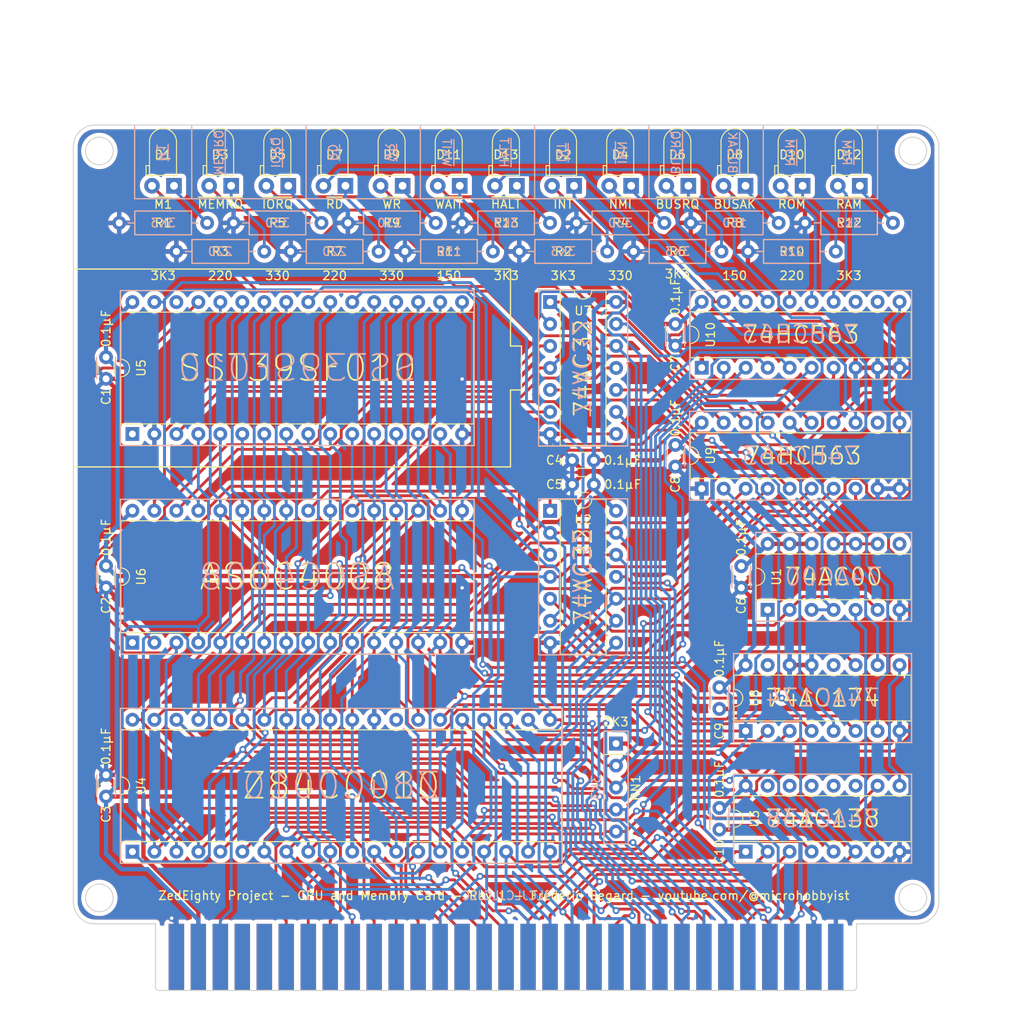
<source format=kicad_pcb>
(kicad_pcb (version 20211014) (generator pcbnew)
  (title_block (title "Processor and memory card") (date "2022-10-24") (rev "1") (company "Frédéric Segard, aka Micro Hobbyist"))
  (layers (0 "F.Cu" signal) (31 "B.Cu" signal) (34 "B.Paste" user) (35 "F.Paste" user) (36 "B.SilkS" user "B.Silkscreen") (37 "F.SilkS" user "F.Silkscreen") (38 "B.Mask" user) (39 "F.Mask" user) (44 "Edge.Cuts" user))
  (net 0 "")
  (net 1 "+5V")
  (net 2 "GND")
  (net 3 "Net-(D1-Pad1)")
  (net 4 "Net-(D1-Pad2)")
  (net 5 "Net-(D2-Pad1)")
  (net 6 "Net-(D2-Pad2)")
  (net 7 "Net-(D3-Pad1)")
  (net 8 "Net-(D3-Pad2)")
  (net 9 "Net-(D4-Pad1)")
  (net 10 "Net-(D4-Pad2)")
  (net 11 "Net-(D5-Pad1)")
  (net 12 "Net-(D5-Pad2)")
  (net 13 "Net-(D6-Pad1)")
  (net 14 "Net-(D6-Pad2)")
  (net 15 "Net-(D7-Pad1)")
  (net 16 "Net-(D7-Pad2)")
  (net 17 "Net-(D8-Pad1)")
  (net 18 "Net-(D8-Pad2)")
  (net 19 "Net-(D9-Pad1)")
  (net 20 "Net-(D9-Pad2)")
  (net 21 "Net-(D10-Pad1)")
  (net 22 "Net-(D10-Pad2)")
  (net 23 "Net-(D11-Pad1)")
  (net 24 "Net-(D11-Pad2)")
  (net 25 "Net-(D12-Pad1)")
  (net 26 "Net-(D12-Pad2)")
  (net 27 "Net-(D13-Pad1)")
  (net 28 "Net-(D13-Pad2)")
  (net 29 "/A15")
  (net 30 "/A14")
  (net 31 "/A13")
  (net 32 "/A12")
  (net 33 "/A11")
  (net 34 "/A10")
  (net 35 "/A9")
  (net 36 "/A8")
  (net 37 "/A7")
  (net 38 "/A6")
  (net 39 "/A5")
  (net 40 "/A4")
  (net 41 "/A3")
  (net 42 "/A2")
  (net 43 "/A1")
  (net 44 "/A0")
  (net 45 "/D0")
  (net 46 "/D1")
  (net 47 "/D2")
  (net 48 "/D3")
  (net 49 "/D4")
  (net 50 "/D5")
  (net 51 "/D6")
  (net 52 "/D7")
  (net 53 "/TX")
  (net 54 "/RX")
  (net 55 "/+3V3")
  (net 56 "/~{M1}")
  (net 57 "/~{RESET}")
  (net 58 "/CLK")
  (net 59 "/~{INT}")
  (net 60 "/~{MREQ}")
  (net 61 "/~{WR}")
  (net 62 "/~{RD}")
  (net 63 "/~{IORQ}")
  (net 64 "/~{MR}")
  (net 65 "/CLK2")
  (net 66 "/~{BUSAK}")
  (net 67 "/~{HALT}")
  (net 68 "/~{BUSRQ}")
  (net 69 "/~{WAIT}")
  (net 70 "/~{NMI}")
  (net 71 "/~{CLK_DIS}")
  (net 72 "/~{CLK_SEL}")
  (net 73 "/CLK4")
  (net 74 "/~{PWR_UP}")
  (net 75 "/USER1")
  (net 76 "/USER2")
  (net 77 "/USER3")
  (net 78 "/USER4")
  (net 79 "/USER5")
  (net 80 "/~{IOWR}")
  (net 81 "/CLK1")
  (net 82 "/~{CLK}")
  (net 83 "/~{ROM_SEL}")
  (net 84 "/~{RAM_SEL}")
  (net 85 "/~{ROM_DIS}")
  (net 87 "Net-(U1-Pad10)")
  (net 88 "Net-(U2-Pad11)")
  (net 89 "/BA15")
  (net 91 "/BA16")
  (net 93 "/BA18")
  (net 95 "/~{RAM_OE}")
  (net 96 "/~{ROM_CS}")
  (net 97 "/BA17")
  (net 103 "/~{BANK_SEL}")
  (net 104 "Net-(U7-Pad2)")
  (net 105 "Net-(U7-Pad5)")
  (net 106 "Net-(U7-Pad10)")
  (net 107 "Net-(U7-Pad13)")
  (net 113 "/USER6")
  (footprint "Resistor_THT:R_Axial_DIN0207_L6.3mm_D2.5mm_P10.16mm_Horizontal" (layer "F.Cu") (at 151.892 51.816 180)
    (fp_text reference "R4")
    (fp_text value "330")
  )
  (footprint "Package_DIP:DIP-40_W15.24mm_Socket" (layer "F.Cu") (at 90.429 124.465 90)
    (fp_text reference "U4")
    (fp_text value "Z84C0010")
  )
  (footprint "Capacitor_THT:C_Disc_D3.0mm_W1.6mm_P2.50mm" (layer "F.Cu") (at 87.376 67.33 -90)
    (fp_text reference "C1")
    (fp_text value "0.1µF")
  )
  (footprint "Resistor_THT:R_Axial_DIN0207_L6.3mm_D2.5mm_P10.16mm_Horizontal" (layer "F.Cu") (at 105.664 55.118 180)
    (fp_text reference "R3")
    (fp_text value "220")
  )
  (footprint "Capacitor_THT:C_Disc_D3.0mm_W1.6mm_P2.50mm" (layer "F.Cu") (at 153.162 77.47 -90)
    (fp_text reference "C8")
    (fp_text value "0.1µF")
  )
  (footprint "Capacitor_THT:C_Disc_D3.0mm_W1.6mm_P2.50mm" (layer "F.Cu") (at 87.376 118.09 90)
    (fp_text reference "C3")
    (fp_text value "0.1µF")
  )
  (footprint "LED_THT:LED_D3.0mm_Horizontal_O1.27mm_Z2.0mm_Clear" (layer "F.Cu") (at 115.042 47.529 180)
    (fp_text reference "D7")
    (fp_text value "~{RD}")
  )
  (footprint "Resistor_THT:R_Axial_DIN0207_L6.3mm_D2.5mm_P10.16mm_Horizontal" (layer "F.Cu") (at 125.476 51.816 180)
    (fp_text reference "R9")
    (fp_text value "330")
  )
  (footprint "Capacitor_THT:C_Disc_D3.0mm_W1.6mm_P2.50mm" (layer "F.Cu") (at 143.744 82.042 180)
    (fp_text reference "C5")
    (fp_text value "0.1µF")
  )
  (footprint "Package_DIP:DIP-20_W7.62mm_Socket" (layer "F.Cu") (at 156.21 82.52 90)
    (fp_text reference "U9")
    (fp_text value "74HC563")
  )
  (footprint "LED_THT:LED_D3.0mm_Horizontal_O1.27mm_Z2.0mm_Clear" (layer "F.Cu") (at 167.874 47.529 180)
    (fp_text reference "D10")
    (fp_text value "~{ROM}")
  )
  (footprint "Package_DIP:DIP-14_W7.62mm_Socket" (layer "F.Cu") (at 163.83 96.52 90)
    (fp_text reference "U1")
    (fp_text value "74AC00")
  )
  (footprint "Capacitor_THT:C_Disc_D3.0mm_W1.6mm_P2.50mm" (layer "F.Cu") (at 160.787 91.47 -90)
    (fp_text reference "C6")
    (fp_text value "0.1µF")
  )
  (footprint "Package_DIP:DIP-14_W7.62mm_Socket" (layer "F.Cu") (at 138.694 85.085)
    (fp_text reference "U2")
    (fp_text value "74AC32")
  )
  (footprint "Package_DIP:DIP-32_W15.24mm_Socket" (layer "F.Cu") (at 90.424 76.205 90)
    (fp_text reference "U5")
    (fp_text value "SST39SF010")
  )
  (footprint "Capacitor_THT:C_Disc_D3.0mm_W1.6mm_P2.50mm" (layer "F.Cu") (at 87.376 91.44 -90)
    (fp_text reference "C2")
    (fp_text value "0.1µF")
  )
  (footprint "Package_DIP:DIP-16_W7.62mm_Socket" (layer "F.Cu") (at 161.29 110.52 90)
    (fp_text reference "U8")
    (fp_text value "74AC174")
  )
  (footprint "LED_THT:LED_D3.0mm_Horizontal_O1.27mm_Z2.0mm_Clear" (layer "F.Cu") (at 95.23 47.529 180)
    (fp_text reference "D1")
    (fp_text value "~{M1}")
  )
  (footprint "Package_DIP:DIP-14_W7.62mm_Socket" (layer "F.Cu") (at 138.694 60.955)
    (fp_text reference "U7")
    (fp_text value "74AC32")
  )
  (footprint "Capacitor_THT:C_Disc_D3.0mm_W1.6mm_P2.50mm" (layer "F.Cu") (at 158.252 119.41 -90)
    (fp_text reference "C10")
    (fp_text value "0.1µF")
  )
  (footprint "LED_THT:LED_D3.0mm_Horizontal_O1.27mm_Z2.0mm_Clear" (layer "F.Cu") (at 108.438 47.529 180)
    (fp_text reference "D5")
    (fp_text value "~{IORQ}")
  )
  (footprint "Resistor_THT:R_Axial_DIN0207_L6.3mm_D2.5mm_P10.16mm_Horizontal" (layer "F.Cu") (at 118.872 55.118 180)
    (fp_text reference "R7")
    (fp_text value "220")
  )
  (footprint "Capacitor_THT:C_Disc_D3.0mm_W1.6mm_P2.50mm" (layer "F.Cu") (at 158.252 105.47 -90)
    (fp_text reference "C9")
    (fp_text value "0.1µF")
  )
  (footprint "LED_THT:LED_D3.0mm_Horizontal_O1.27mm_Z2.0mm_Clear" (layer "F.Cu") (at 121.646 47.529 180)
    (fp_text reference "D9")
    (fp_text value "~{WR}")
  )
  (footprint "0_Z80_Library:BUS_XT" (layer "F.Cu") (at 133.604 132.802)
    (fp_text reference "J1" hide)
    (fp_text value "EDGE")
    (fp_line (start -47.5 -92.3) (end 47.5 -92.3) (layer "Edge.Cuts") (width 0.12))
    (fp_line (start -47.5 0) (end -40.51 0) (layer "Edge.Cuts") (width 0.12))
    (fp_line (start 47.5 0) (end 40.51 0) (layer "Edge.Cuts") (width 0.12))
    (fp_line (start 40.51 7.3) (end 40.51 0) (layer "Edge.Cuts") (width 0.12))
    (fp_line (start -40.51 7.3) (end -40.51 0) (layer "Edge.Cuts") (width 0.12))
    (fp_line (start -50 -2.5) (end -50 -89.8) (layer "Edge.Cuts") (width 0.12))
    (fp_line (start -40.11 7.7) (end 40.11 7.7) (layer "Edge.Cuts") (width 0.12))
    (fp_line (start 50 -89.8) (end 50 -2.5) (layer "Edge.Cuts") (width 0.12))
    (fp_arc (start 40.51 7.3) (mid 40.392843 7.582843) (end 40.11 7.7) (layer "Edge.Cuts") (width 0.12))
    (fp_arc (start 50 -2.5) (mid 49.267767 -0.732233) (end 47.5 0) (layer "Edge.Cuts") (width 0.12))
    (fp_arc (start 47.5 -92.3) (mid 49.267767 -91.567767) (end 50 -89.8) (layer "Edge.Cuts") (width 0.12))
    (fp_arc (start -50 -89.8) (mid -49.267767 -91.567767) (end -47.5 -92.3) (layer "Edge.Cuts") (width 0.12))
    (fp_arc (start -47.5 0) (mid -49.267767 -0.732233) (end -50 -2.5) (layer "Edge.Cuts") (width 0.12))
    (fp_arc (start -40.11 7.7) (mid -40.392843 7.582843) (end -40.51 7.3) (layer "Edge.Cuts") (width 0.12))
    (fp_circle (center 47 -89.3) (end 48.6 -89.3) (layer "Edge.Cuts") (width 0.12) (fill none))
    (fp_circle (center -47 -3) (end -45.4 -3) (layer "Edge.Cuts") (width 0.12) (fill none))
    (fp_circle (center 47 -3) (end 48.6 -3) (layer "Edge.Cuts") (width 0.12) (fill none))
    (fp_circle (center -47 -89.3) (end -45.4 -89.3) (layer "Edge.Cuts") (width 0.12) (fill none))
  )
  (footprint "Resistor_THT:R_Axial_DIN0207_L6.3mm_D2.5mm_P10.16mm_Horizontal" (layer "F.Cu") (at 178.308 51.816 180)
    (fp_text reference "R12")
    (fp_text value "3K3")
  )
  (footprint "LED_THT:LED_D3.0mm_Horizontal_O1.27mm_Z2.0mm_Clear" (layer "F.Cu") (at 134.854 47.529 180)
    (fp_text reference "D13")
    (fp_text value "~{HALT}")
  )
  (footprint "Resistor_THT:R_Axial_DIN0207_L6.3mm_D2.5mm_P10.16mm_Horizontal" (layer "F.Cu") (at 99.06 51.816 180)
    (fp_text reference "R1")
    (fp_text value "3K3")
  )
  (footprint "Package_DIP:DIP-16_W7.62mm_Socket" (layer "F.Cu") (at 161.29 124.46 90)
    (fp_text reference "U3")
    (fp_text value "74AC138")
  )
  (footprint "LED_THT:LED_D3.0mm_Horizontal_O1.27mm_Z2.0mm_Clear" (layer "F.Cu") (at 161.27 47.529 180)
    (fp_text reference "D8")
    (fp_text value "~{BUSAK}")
  )
  (footprint "LED_THT:LED_D3.0mm_Horizontal_O1.27mm_Z2.0mm_Clear" (layer "F.Cu") (at 101.834 47.529 180)
    (fp_text reference "D3")
    (fp_text value "~{MEMRQ}")
  )
  (footprint "LED_THT:LED_D3.0mm_Horizontal_O1.27mm_Z2.0mm_Clear" (layer "F.Cu") (at 141.458 47.529 180)
    (fp_text reference "D2")
    (fp_text value "~{INT}")
  )
  (footprint "LED_THT:LED_D3.0mm_Horizontal_O1.27mm_Z2.0mm_Clear" (layer "F.Cu") (at 154.666 47.529 180)
    (fp_text reference "D6")
    (fp_text value "~{BUSRQ}")
  )
  (footprint "Capacitor_THT:C_Disc_D3.0mm_W1.6mm_P2.50mm" (layer "F.Cu") (at 143.744 79.248 180)
    (fp_text reference "C4")
    (fp_text value "0.1µF")
  )
  (footprint "Package_DIP:DIP-20_W7.62mm_Socket" (layer "F.Cu") (at 156.215 68.55 90)
    (fp_text reference "U10")
    (fp_text value "74HC563")
  )
  (footprint "LED_THT:LED_D3.0mm_Horizontal_O1.27mm_Z2.0mm_Clear" (layer "F.Cu") (at 174.478 47.529 180)
    (fp_text reference "D12")
    (fp_text value "~{RAM}")
  )
  (footprint "LED_THT:LED_D3.0mm_Horizontal_O1.27mm_Z2.0mm_Clear" (layer "F.Cu") (at 148.062 47.529 180)
    (fp_text reference "D4")
    (fp_text value "~{NMI}")
  )
  (footprint "Resistor_THT:R_Axial_DIN0207_L6.3mm_D2.5mm_P10.16mm_Horizontal" (layer "F.Cu") (at 165.1 51.816 180)
    (fp_text reference "R8")
    (fp_text value "150")
  )
  (footprint "Resistor_THT:R_Axial_DIN0207_L6.3mm_D2.5mm_P10.16mm_Horizontal" (layer "F.Cu") (at 138.684 51.816 180)
    (fp_text reference "R13")
    (fp_text value "3K3")
  )
  (footprint "Resistor_THT:R_Axial_DIN0207_L6.3mm_D2.5mm_P10.16mm_Horizontal" (layer "F.Cu") (at 171.704 55.118 180)
    (fp_text reference "R10")
    (fp_text value "220")
  )
  (footprint "LED_THT:LED_D3.0mm_Horizontal_O1.27mm_Z2.0mm_Clear" (layer "F.Cu") (at 128.25 47.529 180)
    (fp_text reference "D11")
    (fp_text value "~{WAIT}")
  )
  (footprint "Package_DIP:DIP-32_W15.24mm_Socket" (layer "F.Cu") (at 90.424 100.31 90)
    (fp_text reference "U6")
    (fp_text value "AS6C4008")
  )
  (footprint "Resistor_THT:R_Axial_DIN0207_L6.3mm_D2.5mm_P10.16mm_Horizontal" (layer "F.Cu") (at 158.496 55.118 180)
    (fp_text reference "R6")
    (fp_text value "3K3")
  )
  (footprint "Resistor_THT:R_Axial_DIN0207_L6.3mm_D2.5mm_P10.16mm_Horizontal" (layer "F.Cu") (at 112.268 51.816 180)
    (fp_text reference "R5")
    (fp_text value "330")
  )
  (footprint "Capacitor_THT:C_Disc_D3.0mm_W1.6mm_P2.50mm" (layer "F.Cu") (at 153.162 63.5 -90)
    (fp_text reference "C7")
    (fp_text value "0.1µF")
  )
  (footprint "Resistor_THT:R_Axial_DIN0207_L6.3mm_D2.5mm_P10.16mm_Horizontal" (layer "F.Cu") (at 132.08 55.118 180)
    (fp_text reference "R11")
    (fp_text value "150")
  )
  (footprint "Resistor_THT:R_Axial_DIN0207_L6.3mm_D2.5mm_P10.16mm_Horizontal" (layer "F.Cu") (at 145.288 55.118 180)
    (fp_text reference "R2")
    (fp_text value "3K3")
  )
  (footprint "Resistor_THT:R_Array_SIP5" (layer "F.Cu") (at 146.304 111.974 -90)
    (fp_text reference "RN1")
    (fp_text value "3K3")
  )
  (gr_line (start 123.7234 55.118) (end 122.9868 55.118) (layer "B.SilkS") (width 0.15))
  (gr_rect (start 180.467 111.8616) (end 159.893 101.5746) (layer "B.SilkS") (width 0.15) (fill none))
  (gr_line (start 123.698 49.022) (end 110.49 49.022) (layer "B.SilkS") (width 0.15))
  (gr_rect (start 154.8384 69.8754) (end 180.467 59.6138) (layer "B.SilkS") (width 0.15) (fill none))
  (gr_rect (start 169.9768 53.1622) (end 176.5046 50.4444) (layer "B.SilkS") (width 0.15) (fill none))
  (gr_line (start 152.0444 66.04) (end 152.0444 63.5) (layer "B.SilkS") (width 0.15))
  (gr_line (start 156.7434 51.816) (end 156.0068 51.816) (layer "B.SilkS") (width 0.15))
  (gr_line (start 103.8606 55.118) (end 104.5972 55.118) (layer "B.SilkS") (width 0.15))
  (gr_rect (start 89.027 59.6392) (end 129.921 77.5462) (layer "B.SilkS") (width 0.15) (fill none))
  (gr_line (start 157.1625 108.0135) (end 157.1625 105.4735) (layer "B.SilkS") (width 0.15))
  (gr_rect (start 110.4646 53.1876) (end 103.9114 50.4444) (layer "B.SilkS") (width 0.15) (fill none))
  (gr_line (start 136.9314 55.118) (end 136.1948 55.118) (layer "B.SilkS") (width 0.15))
  (gr_line (start 163.322 40.64) (end 163.322 49.022) (layer "B.SilkS") (width 0.15))
  (gr_line (start 136.906 49.022) (end 123.698 49.022) (layer "B.SilkS") (width 0.15))
  (gr_rect (start 159.893 125.7808) (end 180.467 115.4938) (layer "B.SilkS") (width 0.15) (fill none))
  (gr_rect (start 156.6926 53.7464) (end 150.1394 56.4896) (layer "B.SilkS") (width 0.15) (fill none))
  (gr_line (start 163.322 49.022) (end 176.53 49.022) (layer "B.SilkS") (width 0.15))
  (gr_line (start 159.3342 105.4735) (end 159.3342 108.0135) (layer "B.SilkS") (width 0.15))
  (gr_rect (start 130.2766 53.7464) (end 123.7234 56.4896) (layer "B.SilkS") (width 0.15) (fill none))
  (gr_line (start 86.2838 91.44) (end 86.2838 93.9292) (layer "B.SilkS") (width 0.15))
  (gr_line (start 159.3596 121.92) (end 159.3596 119.4054) (layer "B.SilkS") (width 0.15))
  (gr_line (start 154.2542 77.47) (end 154.2542 79.9465) (layer "B.SilkS") (width 0.15))
  (gr_line (start 152.0444 79.9465) (end 152.0444 77.47) (layer "B.SilkS") (width 0.15))
  (gr_line (start 97.3074 55.118) (end 96.5708 55.118) (layer "B.SilkS") (width 0.15))
  (gr_rect (start 162.433 97.8408) (end 180.467 87.5792) (layer "B.SilkS") (width 0.15) (fill none))
  (gr_line (start 86.2838 67.3354) (end 86.2838 69.8246) (layer "B.SilkS") (width 0.15))
  (gr_line (start 143.4846 55.118) (end 144.2212 55.118) (layer "B.SilkS") (width 0.15))
  (gr_line (start 88.4682 93.9292) (end 88.4682 91.4146) (layer "B.SilkS") (width 0.15))
  (gr_rect (start 129.921 83.7438) (end 89.027 101.6508) (layer "B.SilkS") (width 0.15) (fill none))
  (gr_line (start 157.1498 119.4054) (end 157.1498 121.92) (layer "B.SilkS") (width 0.15))
  (gr_line (start 123.6726 51.816) (end 124.4092 51.816) (layer "B.SilkS") (width 0.15))
  (gr_rect (start 123.6726 53.1876) (end 117.1448 50.4444) (layer "B.SilkS") (width 0.15) (fill none))
  (gr_rect (start 143.4846 53.7464) (end 136.9314 56.4896) (layer "B.SilkS") (width 0.15) (fill none))
  (gr_rect (start 144.907 110.5408) (end 147.701 123.571) (layer "B.SilkS") (width 0.15) (fill none))
  (gr_line (start 110.4646 51.816) (end 111.2012 51.816) (layer "B.SilkS") (width 0.15))
  (gr_rect (start 136.8806 53.1876) (end 130.3528 50.4444) (layer "B.SilkS") (width 0.15) (fill none))
  (gr_line (start 117.1448 51.816) (end 116.3828 51.816) (layer "B.SilkS") (width 0.15))
  (gr_line (start 90.678 49.022) (end 90.678 40.64) (layer "B.SilkS") (width 0.15))
  (gr_line (start 154.2542 63.5) (end 154.2542 66.04) (layer "B.SilkS") (width 0.15))
  (gr_rect (start 103.8606 53.7464) (end 97.3074 56.4896) (layer "B.SilkS") (width 0.15) (fill none))
  (gr_line (start 150.114 49.022) (end 136.906 49.022) (layer "B.SilkS") (width 0.15))
  (gr_line (start 103.9114 51.816) (end 103.1748 51.816) (layer "B.SilkS") (width 0.15))
  (gr_line (start 150.0886 51.816) (end 150.8252 51.816) (layer "B.SilkS") (width 0.15))
  (gr_line (start 156.6926 55.118) (end 157.4292 55.118) (layer "B.SilkS") (width 0.15))
  (gr_rect (start 89.027 107.8992) (end 140.081 125.8062) (layer "B.SilkS") (width 0.15) (fill none))
  (gr_rect (start 169.9006 53.7464) (end 163.3474 56.4896) (layer "B.SilkS") (width 0.15) (fill none))
  (gr_line (start 110.5154 55.118) (end 109.7788 55.118) (layer "B.SilkS") (width 0.15))
  (gr_line (start 161.8742 93.98) (end 161.8742 91.44) (layer "B.SilkS") (width 0.15))
  (gr_line (start 176.53 49.022) (end 176.53 40.64) (layer "B.SilkS") (width 0.15))
  (gr_line (start 156.718 49.022) (end 150.114 49.022) (layer "B.SilkS") (width 0.15))
  (gr_line (start 110.49 49.022) (end 97.282 49.022) (layer "B.SilkS") (width 0.15))
  (gr_line (start 150.1394 55.118) (end 149.4028 55.118) (layer "B.SilkS") (width 0.15))
  (gr_line (start 163.3474 55.118) (end 162.6108 55.118) (layer "B.SilkS") (width 0.15))
  (gr_line (start 176.5046 51.8033) (end 177.2412 51.816) (layer "B.SilkS") (width 0.15))
  (gr_rect (start 150.0886 53.1876) (end 143.5354 50.4444) (layer "B.SilkS") (width 0.15) (fill none))
  (gr_line (start 130.302 51.816) (end 129.5908 51.816) (layer "B.SilkS") (width 0.15))
  (gr_line (start 136.906 49.022) (end 136.906 40.64) (layer "B.SilkS") (width 0.15))
  (gr_line (start 90.7034 51.816) (end 89.9668 51.816) (layer "B.SilkS") (width 0.15))
  (gr_line (start 169.9006 55.118) (end 170.6372 55.118) (layer "B.SilkS") (width 0.15))
  (gr_rect (start 97.2566 50.4444) (end 90.7034 53.1876) (layer "B.SilkS") (width 0.15) (fill none))
  (gr_line (start 97.2566 51.816) (end 97.9932 51.816) (layer "B.SilkS") (width 0.15))
  (gr_line (start 110.49 49.022) (end 110.49 40.64) (layer "B.SilkS") (width 0.15))
  (gr_line (start 117.0686 55.118) (end 117.8052 55.118) (layer "B.SilkS") (width 0.15))
  (gr_line (start 163.2966 51.816) (end 164.0332 51.816) (layer "B.SilkS") (width 0.15))
  (gr_line (start 88.4682 118.0846) (end 88.4682 115.57) (layer "B.SilkS") (width 0.15))
  (gr_rect (start 137.3632 83.693) (end 147.6502 101.727) (layer "B.SilkS") (width 0.15) (fill none))
  (gr_line (start 123.698 49.022) (end 123.698 40.64) (layer "B.SilkS") (width 0.15))
  (gr_line (start 163.322 49.022) (end 156.718 49.022) (layer "B.SilkS") (width 0.15))
  (gr_line (start 159.6898 91.44) (end 159.6898 93.98) (layer "B.SilkS") (width 0.15))
  (gr_rect (start 163.2966 50.4444) (end 156.7434 53.1876) (layer "B.SilkS") (width 0.15) (fill none))
  (gr_line (start 169.9768 51.8033) (end 169.2148 51.816) (layer "B.SilkS") (width 0.15))
  (gr_line (start 86.2838 115.5954) (end 86.2838 118.0846) (layer "B.SilkS") (width 0.15))
  (gr_line (start 88.4682 69.8246) (end 88.4682 67.31) (layer "B.SilkS") (width 0.15))
  (gr_line (start 97.282 49.022) (end 97.282 40.64) (layer "B.SilkS") (width 0.15))
  (gr_line (start 97.282 49.022) (end 90.678 49.022) (layer "B.SilkS") (width 0.15))
  (gr_line (start 150.114 49.022) (end 150.114 40.64) (layer "B.SilkS") (width 0.15))
  (gr_rect (start 137.3632 59.563) (end 147.6502 77.597) (layer "B.SilkS") (width 0.15) (fill none))
  (gr_rect (start 180.467 83.8454) (end 154.813 73.5838) (layer "B.SilkS") (width 0.15) (fill none))
  (gr_rect (start 117.0686 53.7464) (end 110.5154 56.4896) (layer "B.SilkS") (width 0.15) (fill none))
  (gr_line (start 143.5354 51.816) (end 142.7988 51.816) (layer "B.SilkS") (width 0.15))
  (gr_line (start 136.8806 51.816) (end 137.6172 51.816) (layer "B.SilkS") (width 0.15))
  (gr_line (start 130.2766 55.118) (end 131.0132 55.118) (layer "B.SilkS") (width 0.15))
  (gr_line (start 134.112 66.04) (end 135.382 66.04) (layer "F.SilkS") (width 0.15))
  (gr_line (start 83.82 57.15) (end 134.112 57.15) (layer "F.SilkS") (width 0.15))
  (gr_line (start 134.112 71.12) (end 134.112 80.01) (layer "F.SilkS") (width 0.15))
  (gr_line (start 135.382 71.12) (end 134.112 71.12) (layer "F.SilkS") (width 0.15))
  (gr_line (start 135.382 66.04) (end 135.382 71.12) (layer "F.SilkS") (width 0.15))
  (gr_line (start 134.112 57.15) (end 134.112 66.04) (layer "F.SilkS") (width 0.15))
  (gr_line (start 134.112 80.01) (end 83.82 80.01) (layer "F.SilkS") (width 0.15))
  (gr_text "150" (at 127 55.118) (layer "B.SilkS") (effects (font (size 1 1)) (justify mirror)))
  (gr_text "3K3" (at 133.604 51.816) (layer "B.SilkS") (effects (font (size 1 1)) (justify mirror)))
  (gr_text "74AC32" (at 142.24 92.71 270) (layer "B.SilkS") (effects (font (size 2 2) (thickness 0.2)) (justify mirror)))
  (gr_text "Z84C0010" (at 114.554 116.84) (layer "B.SilkS") (effects (font (size 3 3) (thickness 0.2)) (justify mirror)))
  (gr_text "74HC563" (at 167.64 78.74) (layer "B.SilkS") (effects (font (size 2 2) (thickness 0.2)) (justify mirror)))
  (gr_text "220" (at 166.624 55.118) (layer "B.SilkS") (effects (font (size 1 1)) (justify mirror)))
  (gr_text "AS6C4008" (at 109.474 92.71) (layer "B.SilkS") (effects (font (size 3 3) (thickness 0.2)) (justify mirror)))
  (gr_text "74AC138" (at 170.18 120.65) (layer "B.SilkS") (effects (font (size 2 2) (thickness 0.2)) (justify mirror)))
  (gr_text "74AC00" (at 171.45 92.71) (layer "B.SilkS") (effects (font (size 2 2) (thickness 0.2)) (justify mirror)))
  (gr_text "330" (at 107.188 51.816) (layer "B.SilkS") (effects (font (size 1 1)) (justify mirror)))
  (gr_text "220" (at 113.792 55.118) (layer "B.SilkS") (effects (font (size 1 1)) (justify mirror)))
  (gr_text "3K3" (at 144.018 117.0559 90) (layer "B.SilkS") (effects (font (size 1 1)) (justify mirror)))
  (gr_text "JLCJLCJLCJLC" (at 133.604 129.54) (layer "B.SilkS") (effects (font (size 1 1)) (justify mirror)))
  (gr_text "3K3" (at 93.98 51.816) (layer "B.SilkS") (effects (font (size 1 1)) (justify mirror)))
  (gr_text "3K3" (at 173.228 51.816) (layer "B.SilkS") (effects (font (size 1 1)) (justify mirror)))
  (gr_text "150" (at 160.02 51.816) (layer "B.SilkS") (effects (font (size 1 1)) (justify mirror)))
  (gr_text "220" (at 100.584 55.118) (layer "B.SilkS") (effects (font (size 1 1)) (justify mirror)))
  (gr_text "74HC563" (at 167.64 64.643) (layer "B.SilkS") (effects (font (size 2 2) (thickness 0.2)) (justify mirror)))
  (gr_text "3K3" (at 153.416 55.118) (layer "B.SilkS") (effects (font (size 1 1)) (justify mirror)))
  (gr_text "330" (at 146.812 51.816) (layer "B.SilkS") (effects (font (size 1 1)) (justify mirror)))
  (gr_text "330" (at 120.142 51.816) (layer "B.SilkS") (effects (font (size 1 1)) (justify mirror)))
  (gr_text "SST39SF010" (at 109.474 68.58) (layer "B.SilkS") (effects (font (size 3 3) (thickness 0.2)) (justify mirror)))
  (gr_text "3K3" (at 140.208 55.118) (layer "B.SilkS") (effects (font (size 1 1)) (justify mirror)))
  (gr_text "74AC174" (at 170.18 106.68) (layer "B.SilkS") (effects (font (size 2 2) (thickness 0.2)) (justify mirror)))
  (gr_text "74AC32" (at 142.24 68.707 270) (layer "B.SilkS") (effects (font (size 2 2) (thickness 0.2)) (justify mirror)))
  (gr_text "~{BUSRQ}" (at 153.416 49.657) (layer "F.SilkS") (effects (font (size 1 1))))
  (gr_text "~{HALT}" (at 133.604 49.63468) (layer "F.SilkS") (effects (font (size 1 1))))
  (gr_text "~{IORQ}" (at 107.188 49.657) (layer "F.SilkS") (effects (font (size 1 1))))
  (gr_text "~{MEMRQ}" (at 100.584 49.657) (layer "F.SilkS") (effects (font (size 1 1))))
  (gr_text "~{ROM}" (at 166.624 49.657) (layer "F.SilkS") (effects (font (size 1 1))))
  (gr_text "ZedEighty Project - CPU and Memory Card - Rev 1 - Frédéric Segard - youtube.com/@microhobbyist" (at 133.35 129.54) (layer "F.SilkS") (effects (font (size 1 1))))
  (gr_text "~{WAIT}" (at 127 49.657) (layer "F.SilkS") (effects (font (size 1 1))))
  (gr_text "~{INT}" (at 140.208 49.657) (layer "F.SilkS") (effects (font (size 1 1))))
  (gr_text "~{WR}" (at 120.396 49.657) (layer "F.SilkS") (effects (font (size 1 1))))
  (gr_text "~{M1}" (at 93.98 49.657) (layer "F.SilkS") (effects (font (size 1 1))))
  (gr_text "~{BUSAK}" (at 160.02 49.657) (layer "F.SilkS") (effects (font (size 1 1))))
  (gr_text "~{NMI}" (at 146.812 49.657) (layer "F.SilkS") (effects (font (size 1 1))))
  (gr_text "~{RAM}" (at 173.228 49.657) (layer "F.SilkS") (effects (font (size 1 1))))
  (gr_text "~{RD}" (at 113.792 49.657) (layer "F.SilkS") (effects (font (size 1 1))))
  (segment (start 88.5549 92.6189) (end 131.7002 92.6189) (width 0.5) (layer "F.Cu") (net 1))
  (segment (start 158.4881 113.0221) (end 161.29 115.824) (width 0.5) (layer "F.Cu") (net 1))
  (segment (start 146.304 111.974) (end 147.5543 111.974) (width 0.5) (layer "F.Cu") (net 1))
  (segment (start 87.376 91.44) (end 88.5549 92.6189) (width 0.5) (layer "F.Cu") (net 1))
  (segment (start 91.699 118.09) (end 115.804 118.09) (width 0.5) (layer "F.Cu") (net 1))
  (segment (start 115.804 118.09) (end 115.824 118.11) (width 0.5) (layer "F.Cu") (net 1))
  (segment (start 163.83 88.9) (end 166.37 88.9) (width 0.5) (layer "F.Cu") (net 1))
  (segment (start 131.7002 92.6189) (end 137.9445 86.3746) (width 0.5) (layer "F.Cu") (net 1))
  (segment (start 151.384 79.248) (end 143.744 79.248) (width 0.5) (layer "F.Cu") (net 1))
  (segment (start 153.162 63.5) (end 150.1093 63.5) (width 0.5) (layer "F.Cu") (net 1))
  (segment (start 161.29 115.824) (end 161.29 116.84) (width 0.5) (layer "F.Cu") (net 1))
  (segment (start 91.699 125.0361) (end 98.044 131.3811) (width 0.5) (layer "F.Cu") (net 1))
  (segment (start 143.744 82.29) (end 143.744 82.042) (width 0.5) (layer "F.Cu") (net 1))
  (segment (start 139.6594 86.3746) (end 143.744 82.29) (width 0.5) (layer "F.Cu") (net 1))
  (segment (start 146.314 60.955) (end 147.5643 60.955) (width 0.5) (layer "F.Cu") (net 1))
  (segment (start 169.164 132.3517) (end 169.164 132.1702) (width 0.5) (layer "F.Cu") (net 1))
  (segment (start 137.9445 86.3746) (end 139.6594 86.3746) (width 0.5) (layer "F.Cu") (net 1))
  (segment (start 150.1093 63.5) (end 147.5643 60.955) (width 0.5) (layer "F.Cu") (net 1))
  (segment (start 169.164 136.612) (end 169.164 132.3517) (width 0.5) (layer "F.Cu") (net 1))
  (segment (start 98.044 131.3811) (end 98.044 136.612) (width 0.5) (layer "F.Cu") (net 1))
  (segment (start 166.37 88.9) (end 168.91 88.9) (width 0.5) (layer "F.Cu") (net 1))
  (segment (start 158.1127 113.0221) (end 158.4881 113.0221) (width 0.5) (layer "F.Cu") (net 1))
  (segment (start 158.1127 113.0221) (end 148.6024 113.0221) (width 0.5) (layer "F.Cu") (net 1))
  (segment (start 153.162 77.47) (end 151.384 79.248) (width 0.5) (layer "F.Cu") (net 1))
  (segment (start 87.376 118.09) (end 91.699 118.09) (width 0.5) (layer "F.Cu") (net 1))
  (segment (start 91.699 118.09) (end 91.699 125.0361) (width 0.5) (layer "F.Cu") (net 1))
  (segment (start 148.6024 113.0221) (end 147.5543 111.974) (width 0.5) (layer "F.Cu") (net 1))
  (via (at 169.164 132.1702) (size 0.8) (drill 0.4) (layers "F.Cu" "B.Cu") (net 1))
  (via (at 158.1127 113.0221) (size 0.8) (drill 0.4) (layers "F.Cu" "B.Cu") (net 1))
  (via (at 115.824 118.11) (size 0.8) (drill 0.4) (layers "F.Cu" "B.Cu") (net 1))
  (segment (start 162.2858 90.4442) (end 163.0579 89.6721) (width 0.5) (layer "B.Cu") (net 1))
  (segment (start 162.2858 100.6539) (end 161.29 101.6497) (width 0.5) (layer "B.Cu") (net 1))
  (segment (start 153.64 77.47) (end 157.4604 81.2904) (width 0.5) (layer "B.Cu") (net 1))
  (segment (start 167.6204 130.3657) (end 167.6204 123.1704) (width 0.5) (layer "B.Cu") (net 1))
  (segment (start 143.744 61.996) (end 144.785 60.955) (width 0.5) (layer "B.Cu") (net 1))
  (segment (start 169.164 131.9093) (end 167.6204 130.3657) (width 0.5) (layer "B.Cu") (net 1))
  (segment (start 153.64 77.47) (end 156.21 74.9) (width 0.5) (layer "B.Cu") (net 1))
  (segment (start 87.376 67.33) (end 87.376 64.013) (width 0.5) (layer "B.Cu") (net 1))
  (segment (start 153.162 77.47) (end 153.64 77.47) (width 0.5) (layer "B.Cu") (net 1))
  (segment (start 163.0579 89.6721) (end 163.83 88.9) (width 0.5) (layer "B.Cu") (net 1))
  (segment (start 87.376 64.013) (end 90.424 60.965) (width 0.5) (layer "B.Cu") (net 1))
  (segment (start 88.7139 86.7801) (end 90.424 85.07) (width 0.5) (layer "B.Cu") (net 1))
  (segment (start 161.29 102.9) (end 161.29 101.6497) (width 0.5) (layer "B.Cu") (net 1))
  (segment (start 144.785 60.955) (end 146.314 60.955) (width 0.5) (layer "B.Cu") (net 1))
  (segment (start 158.252 105.47) (end 158.486 105.47) (width 0.5) (layer "B.Cu") (net 1))
  (segment (start 87.376 124.714) (end 87.376 118.09) (width 0.5) (layer "B.Cu") (net 1))
  (segment (start 159.5333 111.6015) (end 158.1127 113.0221) (width 0.5) (layer "B.Cu") (net 1))
  (segment (start 157.4604 84.0746) (end 163.0579 89.6721) (width 0.5) (layer "B.Cu") (net 1))
  (segment (start 160.787 91.47) (end 161.26 91.47) (width 0.5) (layer "B.Cu") (net 1))
  (segment (start 159.5333 106.5173) (end 159.5333 111.6015) (width 0.5) (layer "B.Cu") (net 1))
  (segment (start 153.162 63.5) (end 153.645 63.5) (width 0.5) (layer "B.Cu") (net 1))
  (segment (start 92.1798 126.4875) (end 89.1495 126.4875) (width 0.5) (layer "B.Cu") (net 1))
  (segment (start 87.376 118.09) (end 88.6263 116.8397) (width 0.5) (layer "B.Cu") (net 1))
  (segment (start 88.7139 68.6679) (end 87.376 67.33) (width 0.5) (layer "B.Cu") (net 1))
  (segment (start 88.7139 86.7801) (end 88.7139 68.6679) (width 0.5) (layer "B.Cu") (net 1))
  (segment (start 98.044 136.612) (end 98.044 132.3517) (width 0.5) (layer "B.Cu") (net 1))
  (segment (start 158.72 105.47) (end 161.29 102.9) (width 0.5) (layer "B.Cu") (net 1))
  (segment (start 98.044 132.3517) (end 92.1798 126.4875) (width 0.5) (layer "B.Cu") (net 1))
  (segment (start 87.376 88.118) (end 88.7139 86.7801) (width 0.5) (layer "B.Cu") (net 1))
  (segment (start 87.376 91.44) (end 87.376 88.118) (width 0.5) (layer "B.Cu") (net 1))
  (segment (start 143.744 82.042) (end 143.744 79.248) (width 0.5) (layer "B.Cu") (net 1))
  (segment (start 88.6263 116.8397) (end 88.6263 92.6903) (width 0.5) (layer "B.Cu") (net 1))
  (segment (start 89.1495 126.4875) (end 87.376 124.714) (width 0.5) (layer "B.Cu") (net 1))
  (segment (start 158.486 105.47) (end 158.72 105.47) (width 0.5) (layer "B.Cu") (net 1))
  (segment (start 157.4604 81.2904) (end 157.4604 84.0746) (width 0.5) (layer "B.Cu") (net 1))
  (segment (start 143.744 82.515) (end 146.314 85.085) (width 0.5) (layer "B.Cu") (net 1))
  (segment (start 158.486 105.47) (end 159.5333 106.5173) (width 0.5) (layer "B.Cu") (net 1))
  (segment (start 158.252 119.41) (end 158.72 119.41) (width 0.5) (layer "B.Cu") (net 1))
  (segment (start 88.6263 92.6903) (end 87.376 91.44) (width 0.5) (layer "B.Cu") (net 1))
  (segment (start 153.645 63.5) (end 156.215 60.93) (width 0.5) (layer "B.Cu") (net 1))
  (segment (start 143.744 79.248) (end 143.744 61.996) (width 0.5) (layer "B.Cu") (net 1))
  (segment (start 162.2858 90.4442) (end 162.2858 100.6539) (width 0.5) (layer "B.Cu") (net 1))
  (segment (start 115.824 118.11) (end 115.829 118.115) (width 0.5) (layer "B.Cu") (net 1))
  (segment (start 169.164 132.1702) (end 169.164 131.9093) (width 0.5) (layer "B.Cu") (net 1))
  (segment (start 158.72 119.41) (end 161.29 116.84) (width 0.5) (layer "B.Cu") (net 1))
  (segment (start 167.6204 123.1704) (end 161.29 116.84) (width 0.5) (layer "B.Cu") (net 1))
  (segment (start 161.26 91.47) (end 162.2858 90.4442) (width 0.5) (layer "B.Cu") (net 1))
  (segment (start 169.164 136.612) (end 169.164 132.1702) (width 0.5) (layer "B.Cu") (net 1))
  (segment (start 143.744 82.042) (end 143.744 82.515) (width 0.5) (layer "B.Cu") (net 1))
  (segment (start 115.829 118.115) (end 115.829 124.465) (width 0.5) (layer "B.Cu") (net 1))
  (segment (start 166.7647 107.97) (end 177.7804 107.97) (width 0.5) (layer "F.Cu") (net 2))
  (segment (start 156.215 66.035) (end 156.25 66) (width 0.5) (layer "F.Cu") (net 2))
  (segment (start 95.504 136.612) (end 95.504 132.6877) (width 0.5) (layer "F.Cu") (net 2))
  (segment (start 171.704 131.826) (end 179.07 124.46) (width 0.5) (layer "F.Cu") (net 2))
  (segment (start 158.252 107.97) (end 166.35 107.97) (width 0.5) (layer "F.Cu") (net 2))
  (segment (start 115.316 51.816) (end 114.0657 51.816) (width 0.5) (layer "F.Cu") (net 2))
  (segment (start 117.3677 51.816) (end 115.316 51.816) (width 0.5) (layer "F.Cu") (net 2))
  (segment (start 179.07 123.19) (end 179.07 124.46) (width 0.5) (layer "F.Cu") (net 2))
  (segment (start 107.4617 55.118) (end 104.1597 51.816) (width 0.5) (layer "F.Cu") (net 2))
  (segment (start 171.704 136.612) (end 171.704 131.826) (width 0.5) (layer "F.Cu") (net 2))
  (segment (start 156.9917 51.816) (end 160.2937 55.118) (width 0.5) (layer "F.Cu") (net 2))
  (segment (start 179.07 96.52) (end 179.07 97.7703) (width 0.5) (layer "F.Cu") (net 2))
  (segment (start 137.4337 76.205) (end 137.4437 76.195) (width 0.5) (layer "F.Cu") (net 2))
  (segment (start 138.694 100.325) (end 137.4437 100.325) (width 0.5) (layer "F.Cu") (net 2))
  (segment (start 104.1597 51.816) (end 102.108 51.816) (width 0.5) (layer "F.Cu") (net 2))
  (segment (start 86.0976 123.2813) (end 94.9639 132.1476) (width 0.5) (layer "F.Cu") (net 2))
  (segment (start 161.544 55.118) (end 160.2937 55.118) (width 0.5) (layer "F.Cu") (net 2))
  (segment (start 120.6697 55.118) (end 117.3677 51.816) (width 0.5) (layer "F.Cu") (net 2))
  (segment (start 154.94 51.816) (end 153.6897 51.816) (width 0.5) (layer "F.Cu") (net 2))
  (segment (start 95.504 132.6877) (end 94.9639 132.1476) (width 0.5) (layer "F.Cu") (net 2))
  (segment (start 158.252 121.91) (end 177.79 121.91) (width 0.5) (layer "F.Cu") (net 2))
  (segment (start 129.7743 76.205) (end 137.4337 76.205) (width 0.5) (layer "F.Cu") (net 2))
  (segment (start 156.21 80.01) (end 156.17 79.97) (width 0.5) (layer "F.Cu") (net 2))
  (segment (start 156.17 79.97) (end 156.3904 79.97) (width 0.5) (layer "F.Cu") (net 2))
  (segment (start 95.504 55.118) (end 94.2537 55.118) (width 0.5) (layer "F.Cu") (net 2))
  (segment (start 152.6336 80.4984) (end 142.4944 80.4984) (width 0.5) (layer "F.Cu") (net 2))
  (segment (start 179.07 95.25) (end 179.07 96.52) (width 0.5) (layer "F.Cu") (net 2))
  (segment (start 87.376 93.94) (end 128.484 93.94) (width 0.5) (layer "F.Cu") (net 2))
  (segment (start 92.964 69.83) (end 92.964 76.205) (width 0.5) (layer "F.Cu") (net 2))
  (segment (start 166.37 107.95) (end 166.35 107.97) (width 0.5) (layer "F.Cu") (net 2))
  (segment (start 148.336 55.118) (end 150.3877 55.118) (width 0.5) (layer "F.Cu") (net 2))
  (segment (start 179.07 109.22) (end 179.07 110.52) (width 0.5) (layer "F.Cu") (net 2))
  (segment (start 128.504 69.83) (end 128.524 69.85) (width 0.5) (layer "F.Cu") (net 2))
  (segment (start 177.7804 107.97) (end 177.82 107.97) (width 0.5) (layer "F.Cu") (net 2))
  (segment (start 150.3877 55.118) (end 153.6897 51.816) (width 0.5) (layer "F.Cu") (net 2))
  (segment (start 179.075 67.061) (end 179.075 68.55) (width 0.5) (layer "F.Cu") (net 2))
  (segment (start 179.07 81.28) (end 179.07 82.52) (width 0.5) (layer "F.Cu") (net 2))
  (segment (start 177.76 79.97) (end 179.07 81.28) (width 0.5) (layer "F.Cu") (net 2))
  (segment (start 176.53 82.52) (end 179.07 82.52) (width 0.5) (layer "F.Cu") (net 2))
  (segment (start 178.014 66) (end 179.075 67.061) (width 0.5) (layer "F.Cu") (net 2))
  (segment (start 166.35 107.97) (end 166.7647 107.97) (width 0.5) (layer "F.Cu") (net 2))
  (segment (start 176.535 68.55) (end 179.075 68.55) (width 0.5) (layer "F.Cu") (net 2))
  (segment (start 128.524 76.205) (end 129.7743 76.205) (width 0.5) (layer "F.Cu") (net 2))
  (segment (start 137.4287 100.31) (end 129.7743 100.31) (width 0.5) (layer "F.Cu") (net 2))
  (segment (start 155.5085 66) (end 156.25 66) (width 0.5) (layer "F.Cu") (net 2))
  (segment (start 87.376 115.59) (end 86.0976 116.8684) (width 0.5) (layer "F.Cu") (net 2))
  (segment (start 153.162 66) (end 155.5085 66) (width 0.5) (layer "F.Cu") (net 2))
  (segment (start 156.25 66) (end 178.014 66) (width 0.5) (layer "F.Cu") (net 2))
  (segment (start 173.995 68.55) (end 176.535 68.55) (width 0.5) (layer "F.Cu") (net 2))
  (segment (start 153.162 79.97) (end 156.17 79.97) (width 0.5) (layer "F.Cu") (net 2))
  (segment (start 88.9 51.816) (end 90.9517 51.816) (width 0.5) (layer "F.Cu") (net 2))
  (segment (start 90.9517 51.816) (end 94.2537 55.118) (width 0.5) (layer "F.Cu") (net 2))
  (segment (start 108.712 55.118) (end 107.4617 55.118) (width 0.5) (layer "F.Cu") (net 2))
  (segment (start 128.484 93.94) (end 128.524 93.98) (width 0.5) (layer "F.Cu") (net 2))
  (segment (start 177.79 121.91) (end 179.07 123.19) (width 0.5) (layer "F.Cu") (net 2))
  (segment (start 166.37 102.9) (end 166.37 107.95) (width 0.5) (layer "F.Cu") (net 2))
  (segment (start 137.4437 100.325) (end 137.4287 100.31) (width 0.5) (layer "F.Cu") (net 2))
  (segment (start 110.7637 55.118) (end 114.0657 51.816) (width 0.5) (layer "F.Cu") (net 2))
  (segment (start 156.3904 79.97) (end 177.76 79.97) (width 0.5) (layer "F.Cu") (net 2))
  (segment (start 177.7804 99.0599) (end 177.7804 107.97) (width 0.5) (layer "F.Cu") (net 2))
  (segment (start 130.5757 51.816) (end 128.524 51.816) (width 0.5) (layer "F.Cu") (net 2))
  (segment (start 87.376 69.83) (end 92.964 69.83) (width 0.5) (layer "F.Cu") (net 2))
  (segment (start 177.79 93.97) (end 179.07 95.25) (width 0.5) (layer "F.Cu") (net 2))
  (segment (start 156.215 68.55) (end 156.215 66.035) (width 0.5) (layer "F.Cu") (net 2))
  (segment (start 128.524 100.31) (end 129.7743 100.31) (width 0.5) (layer "F.Cu") (net 2))
  (segment (start 154.94 51.816) (end 156.9917 51.816) (width 0.5) (layer "F.Cu") (net 2))
  (segment (start 121.92 55.118) (end 120.6697 55.118) (width 0.5) (layer "F.Cu") (net 2))
  (segment (start 92.964 69.83) (end 128.504 69.83) (width 0.5) (layer "F.Cu") (net 2))
  (segment (start 86.0976 116.8684) (end 86.0976 123.2813) (width 0.5) (layer "F.Cu") (net 2))
  (segment (start 156.21 82.52) (end 156.21 80.01) (width 0.5) (layer "F.Cu") (net 2))
  (segment (start 135.128 55.118) (end 133.8777 55.118) (width 0.5) (layer "F.Cu") (net 2))
  (segment (start 179.07 97.7703) (end 177.7804 99.0599) (width 0.5) (layer "F.Cu") (net 2))
  (segment (start 138.694 76.195) (end 137.4437 76.195) (width 0.5) (layer "F.Cu") (net 2))
  (segment (start 133.8777 55.118) (end 130.5757 51.816) (width 0.5) (layer "F.Cu") (net 2))
  (segment (start 142.4944 80.4984) (end 141.244 79.248) (width 0.5) (layer "F.Cu") (net 2))
  (segment (start 87.376 115.59) (end 118.344 115.59) (width 0.5) (layer "F.Cu") (net 2))
  (segment (start 160.787 93.97) (end 177.79 93.97) (width 0.5) (layer "F.Cu") (net 2))
  (segment (start 108.712 55.118) (end 110.7637 55.118) (width 0.5) (layer "F.Cu") (net 2))
  (segment (start 166.37 102.9) (end 168.91 102.9) (width 0.5) (layer "F.Cu") (net 2))
  (segment (start 153.162 79.97) (end 152.6336 80.4984) (width 0.5) (layer "F.Cu") (net 2))
  (segment (start 177.82 107.97) (end 179.07 109.22) (width 0.5) (layer "F.Cu") (net 2))
  (via (at 118.344 115.59) (size 0.8) (drill 0.4) (layers "F.Cu" "B.Cu") (net 2))
  (via (at 128.524 93.98) (size 0.8) (drill 0.4) (layers "F.Cu" "B.Cu") (net 2))
  (via (at 128.524 69.85) (size 0.8) (drill 0.4) (layers "F.Cu" "B.Cu") (net 2))
  (via (at 94.9639 132.1476) (size 0.8) (drill 0.4) (layers "F.Cu" "B.Cu") (net 2))
  (segment (start 128.524 93.98) (end 128.524 100.31) (width 0.5) (layer "B.Cu") (net 2))
  (segment (start 171.704 131.826) (end 179.07 124.46) (width 0.5) (layer "B.Cu") (net 2))
  (segment (start 138.43 55.118) (end 141.732 51.816) (width 0.5) (layer "B.Cu") (net 2))
  (segment (start 179.07 124.46) (end 179.07 123.2097) (width 0.5) (layer "B.Cu") (net 2))
  (segment (start 121.92 55.118) (end 125.222 55.118) (width 0.5) (layer "B.Cu") (net 2))
  (segment (start 179.07 111.7703) (end 180.3441 113.0444) (width 0.5) (layer "B.Cu") (net 2))
  (segment (start 95.504 55.118) (end 98.806 55.118) (width 0.5) (layer "B.Cu") (net 2))
  (segment (start 179.07 110.52) (end 179.07 111.7703) (width 0.5) (layer "B.Cu") (net 2))
  (segment (start 171.704 136.612) (end 171.704 131.826) (width 0.5) (layer "B.Cu") (net 2))
  (segment (start 164.846 55.118) (end 168.148 51.816) (width 0.5) (layer "B.Cu") (net 2))
  (segment (start 128.524 69.85) (end 128.524 76.205) (width 0.5) (layer "B.Cu") (net 2))
  (segment (start 177.8 73.5183) (end 177.8 79.9997) (width 0.5) (layer "B.Cu") (net 2))
  (segment (start 138.694 76.698) (end 141.244 79.248) (width 0.5) (layer "B.Cu") (net 2))
  (segment (start 140.213 100.325) (end 138.694 100.325) (width 0.5) (layer "B.Cu") (net 2))
  (segment (start 180.3441 113.0444) (end 180.3441 121.9356) (width 0.5) (layer "B.Cu") (net 2))
  (segment (start 141.244 99.294) (end 140.213 100.325) (width 0.5) (layer "B.Cu") (net 2))
  (segment (start 177.8 79.9997) (end 179.07 81.2697) (width 0.5) (layer "B.Cu") (net 2))
  (segment (start 118.369 109.225) (end 118.369 115.565) (width 0.5) (layer "B.Cu") (net 2))
  (segment (start 141.244 82.042) (end 141.244 99.294) (width 0.5) (layer "B.Cu") (net 2))
  (segment (start 153.162 66) (end 148.336 61.174) (width 0.5) (layer "B.Cu") (net 2))
  (segment (start 95.504 132.6877) (end 94.9639 132.1476) (width 0.5) (layer "B.Cu") (net 2))
  (segment (start 161.544 55.118) (end 164.846 55.118) (width 0.5) (layer "B.Cu") (net 2))
  (segment (start 148.336 55.118) (end 148.336 56.3683) (width 0.5) (layer "B.Cu") (net 2))
  (segment (start 95.504 136.612) (end 95.504 132.6877) (width 0.5) (layer "B.Cu") (net 2))
  (segment (start 148.336 57.404) (end 148.336 56.3683) (width 0.5) (layer "B.Cu") (net 2))
  (segment (start 140.716 57.404) (end 148.336 57.404) (width 0.5) (layer "B.Cu") (net 2))
  (segment (start 179.07 82.52) (end 179.07 81.2697) (width 0.5) (layer "B.Cu") (net 2))
  (segment (start 138.694 76.195) (end 138.694 76.698) (width 0.5) (layer "B.Cu") (net 2))
  (segment (start 141.244 82.042) (end 141.244 79.248) (width 0.5) (layer "B.Cu") (net 2))
  (segment (start 87.376 93.94) (end 87.376 115.59) (width 0.5) (layer "B.Cu") (net 2))
  (segment (start 135.128 55.118) (end 138.43 55.118) (width 0.5) (layer "B.Cu") (net 2))
  (segment (start 156.21 89.393) (end 156.21 82.52) (width 0.5) (layer "B.Cu") (net 2))
  (segment (start 176.535 72.2533) (end 177.8 73.5183) (width 0.5) (layer "B.Cu") (net 2))
  (segment (start 98.806 55.118) (end 102.108 51.816) (width 0.5) (layer "B.Cu") (net 2))
  (segment (start 176.535 68.55) (end 176.535 72.2533) (width 0.5) (layer "B.Cu") (net 2))
  (segment (start 125.222 55.118) (end 128.524 51.816) (width 0.5) (layer "B.Cu") (net 2))
  (segment (start 138.43 55.118) (end 140.716 57.404) (width 0.5) (layer "B.Cu") (net 2))
  (segment (start 148.336 61.174) (end 148.336 57.404) (width 0.5) (layer "B.Cu") (net 2))
  (segment (start 180.3441 121.9356) (end 179.07 123.2097) (width 0.5) (layer "B.Cu") (net 2))
  (segment (start 118.369 115.565) (end 118.344 115.59) (width 0.5) (layer "B.Cu") (net 2))
  (segment (start 160.787 93.97) (end 156.21 89.393) (width 0.5) (layer "B.Cu") (net 2))
  (segment (start 95.23 47.529) (end 95.23 47.986) (width 0.333) (layer "B.Cu") (net 3))
  (segment (start 95.23 47.986) (end 99.06 51.816) (width 0.333) (layer "B.Cu") (net 3))
  (segment (start 131.5327 59.6967) (end 136.6933 64.8573) (width 0.333) (layer "F.Cu") (net 4))
  (segment (start 141.2162 64.8573) (end 143.5695 67.2106) (width 0.333) (layer "F.Cu") (net 4))
  (segment (start 104.8577 59.6967) (end 131.5327 59.6967) (width 0.333) (layer "F.Cu") (net 4))
  (segment (start 158.75 74.9) (end 157.43135 73.58135) (width 0.333) (layer "F.Cu") (net 4))
  (segment (start 150.1719 67.2106) (end 156.54265 73.58135) (width 0.333) (layer "F.Cu") (net 4))
  (segment (start 136.6933 64.8573) (end 141.2162 64.8573) (width 0.333) (layer "F.Cu") (net 4))
  (segment (start 92.69 47.529) (end 104.8577 59.6967) (width 0.333) (layer "F.Cu") (net 4))
  (segment (start 143.5695 67.2106) (end 150.1719 67.2106) (width 0.333) (layer "F.Cu") (net 4))
  (segment (start 157.43135 73.58135) (end 156.54265 73.58135) (width 0.333) (layer "F.Cu") (net 4))
  (segment (start 145.288 52.6258) (end 141.458 48.7958) (width 0.333) (layer "B.Cu") (net 5))
  (segment (start 145.288 55.118) (end 145.288 52.6258) (width 0.333) (layer "B.Cu") (net 5))
  (segment (start 141.458 47.529) (end 141.458 48.7958) (width 0.333) (layer "B.Cu") (net 5))
  (segment (start 146.812 55.2484) (end 146.812 54.9689) (width 0.333) (layer "F.Cu") (net 6))
  (segment (start 140.5622 49.1732) (end 138.918 47.529) (width 0.333) (layer "F.Cu") (net 6))
  (segment (start 147.8535 56.2899) (end 146.812 55.2484) (width 0.333) (layer "F.Cu") (net 6))
  (segment (start 146.812 54.9689) (end 141.0163 49.1732) (width 0.333) (layer "F.Cu") (net 6))
  (segment (start 157.5882 60.93) (end 157.5882 60.6383) (width 0.333) (layer "F.Cu") (net 6))
  (segment (start 153.2398 56.2899) (end 147.8535 56.2899) (width 0.333) (layer "F.Cu") (net 6))
  (segment (start 141.0163 49.1732) (end 140.5622 49.1732) (width 0.333) (layer "F.Cu") (net 6))
  (segment (start 157.5882 60.6383) (end 153.2398 56.2899) (width 0.333) (layer "F.Cu") (net 6))
  (segment (start 158.755 60.93) (end 157.5882 60.93) (width 0.333) (layer "F.Cu") (net 6))
  (segment (start 105.664 52.6258) (end 105.664 55.118) (width 0.333) (layer "B.Cu") (net 7))
  (segment (start 101.834 47.529) (end 101.834 48.7958) (width 0.333) (layer "B.Cu") (net 7))
  (segment (start 101.834 48.7958) (end 105.664 52.6258) (width 0.333) (layer "B.Cu") (net 7))
  (segment (start 161.29 74.9) (end 159.33975 72.94975) (width 0.333) (layer "F.Cu") (net 8))
  (segment (start 99.294 47.529) (end 102.1002 50.3352) (width 0.333) (layer "F.Cu") (net 8))
  (segment (start 159.33975 72.94975) (end 156.66625 72.94975) (width 0.333) (layer "F.Cu") (net 8))
  (segment (start 102.1002 50.3352) (end 118.915 50.3352) (width 0.333) (layer "F.Cu") (net 8))
  (segment (start 144.9126 64.765) (end 148.4815 64.765) (width 0.333) (layer "F.Cu") (net 8))
  (segment (start 118.915 50.3352) (end 127.7431 59.1633) (width 0.333) (layer "F.Cu") (net 8))
  (segment (start 148.4815 64.765) (end 156.66625 72.94975) (width 0.333) (layer "F.Cu") (net 8))
  (segment (start 139.3109 59.1633) (end 144.9126 64.765) (width 0.333) (layer "F.Cu") (net 8))
  (segment (start 127.7431 59.1633) (end 139.3109 59.1633) (width 0.333) (layer "F.Cu") (net 8))
  (segment (start 148.062 47.986) (end 148.062 47.529) (width 0.333) (layer "B.Cu") (net 9))
  (segment (start 151.892 51.816) (end 148.062 47.986) (width 0.333) (layer "B.Cu") (net 9))
  (segment (start 145.522 47.529) (end 155.6765 57.6835) (width 0.333) (layer "B.Cu") (net 10))
  (segment (start 161.295 60.93) (end 158.0485 57.6835) (width 0.333) (layer "B.Cu") (net 10))
  (segment (start 158.0485 57.6835) (end 155.6765 57.6835) (width 0.333) (layer "B.Cu") (net 10))
  (segment (start 112.268 51.816) (end 108.438 47.986) (width 0.333) (layer "B.Cu") (net 11))
  (segment (start 108.438 47.986) (end 108.438 47.529) (width 0.333) (layer "B.Cu") (net 11))
  (segment (start 161.32 72.39) (end 156.972 72.39) (width 0.333) (layer "F.Cu") (net 12))
  (segment (start 163.83 74.9) (end 161.32 72.39) (width 0.333) (layer "F.Cu") (net 12))
  (segment (start 127.4189 57.9844) (end 118.2304 48.7959) (width 0.333) (layer "F.Cu") (net 12))
  (segment (start 118.2304 48.7959) (end 107.1649 48.7959) (width 0.333) (layer "F.Cu") (net 12))
  (segment (start 144.2635 62.225) (end 140.0229 57.9844) (width 0.333) (layer "F.Cu") (net 12))
  (segment (start 107.1649 48.7959) (end 105.898 47.529) (width 0.333) (layer "F.Cu") (net 12))
  (segment (start 146.807 62.225) (end 144.2635 62.225) (width 0.333) (layer "F.Cu") (net 12))
  (segment (start 140.0229 57.9844) (end 127.4189 57.9844) (width 0.333) (layer "F.Cu") (net 12))
  (segment (start 156.972 72.39) (end 146.807 62.225) (width 0.333) (layer "F.Cu") (net 12))
  (segment (start 158.496 55.118) (end 158.496 52.6258) (width 0.333) (layer "B.Cu") (net 13))
  (segment (start 154.666 47.529) (end 154.666 48.7958) (width 0.333) (layer "B.Cu") (net 13))
  (segment (start 158.496 52.6258) (end 154.666 48.7958) (width 0.333) (layer "B.Cu") (net 13))
  (segment (start 159.99315 57.08815) (end 158.55785 57.08815) (width 0.333) (layer "B.Cu") (net 14))
  (segment (start 163.835 60.93) (end 159.99315 57.08815) (width 0.333) (layer "B.Cu") (net 14))
  (segment (start 158.55785 57.08815) (end 153.3991 51.9294) (width 0.333) (layer "B.Cu") (net 14))
  (segment (start 153.3991 48.8021) (end 152.126 47.529) (width 0.333) (layer "B.Cu") (net 14))
  (segment (start 153.3991 51.9294) (end 153.3991 48.8021) (width 0.333) (layer "B.Cu") (net 14))
  (segment (start 118.872 55.118) (end 118.872 52.6258) (width 0.333) (layer "B.Cu") (net 15))
  (segment (start 115.042 47.529) (end 115.042 48.7958) (width 0.333) (layer "B.Cu") (net 15))
  (segment (start 118.872 52.6258) (end 115.042 48.7958) (width 0.333) (layer "B.Cu") (net 15))
  (segment (start 175.179 68.0722) (end 175.179 75.3662) (width 0.333) (layer "B.Cu") (net 16))
  (segment (start 165.105 61.3116) (end 166.5612 62.7678) (width 0.333) (layer "B.Cu") (net 16))
  (segment (start 165.105 60.4522) (end 165.105 61.3116) (width 0.333) (layer "B.Cu") (net 16))
  (segment (start 169.8746 62.7678) (end 175.179 68.0722) (width 0.333) (layer "B.Cu") (net 16))
  (segment (start 166.37 74.9) (end 167.5413 76.0713) (width 0.333) (layer "B.Cu") (net 16))
  (segment (start 159.979 51.4276) (end 159.979 55.3262) (width 0.333) (layer "B.Cu") (net 16))
  (segment (start 166.5612 62.7678) (end 169.8746 62.7678) (width 0.333) (layer "B.Cu") (net 16))
  (segment (start 112.502 47.529) (end 114.3698 45.6612) (width 0.333) (layer "B.Cu") (net 16))
  (segment (start 155.6432 45.6612) (end 156.972 46.99) (width 0.333) (layer "B.Cu") (net 16))
  (segment (start 156.972 46.99) (end 156.972 48.4206) (width 0.333) (layer "B.Cu") (net 16))
  (segment (start 114.3698 45.6612) (end 155.6432 45.6612) (width 0.333) (layer "B.Cu") (net 16))
  (segment (start 156.972 48.4206) (end 159.979 51.4276) (width 0.333) (layer "B.Cu") (net 16))
  (segment (start 159.979 55.3262) (end 165.105 60.4522) (width 0.333) (layer "B.Cu") (net 16))
  (segment (start 175.179 75.3662) (end 174.4739 76.0713) (width 0.333) (layer "B.Cu") (net 16))
  (segment (start 167.5413 76.0713) (end 174.4739 76.0713) (width 0.333) (layer "B.Cu") (net 16))
  (segment (start 165.1 51.816) (end 161.27 47.986) (width 0.333) (layer "B.Cu") (net 17))
  (segment (start 161.27 47.986) (end 161.27 47.529) (width 0.333) (layer "B.Cu") (net 17))
  (segment (start 166.375 60.93) (end 166.375 55.174) (width 0.333) (layer "F.Cu") (net 18))
  (segment (start 166.375 55.174) (end 158.73 47.529) (width 0.333) (layer "F.Cu") (net 18))
  (segment (start 121.646 47.529) (end 121.646 47.986) (width 0.333) (layer "B.Cu") (net 19))
  (segment (start 121.646 47.986) (end 125.476 51.816) (width 0.333) (layer "B.Cu") (net 19))
  (segment (start 165.7375 71.7275) (end 157.1883 71.7275) (width 0.333) (layer "F.Cu") (net 20))
  (segment (start 151.955 66.4942) (end 157.1883 71.7275) (width 0.333) (layer "F.Cu") (net 20))
  (segment (start 154.3289 63.0126) (end 154.3289 64.0289) (width 0.333) (layer "F.Cu") (net 20))
  (segment (start 151.955 65.473) (end 151.955 66.4942) (width 0.333) (layer "F.Cu") (net 20))
  (segment (start 144.5717 57.0899) (end 149.0755 61.5937) (width 0.333) (layer "F.Cu") (net 20))
  (segment (start 149.0755 61.5937) (end 152.91 61.5937) (width 0.333) (layer "F.Cu") (net 20))
  (segment (start 152.678 64.75) (end 151.955 65.473) (width 0.333) (layer "F.Cu") (net 20))
  (segment (start 119.106 47.529) (end 128.6669 57.0899) (width 0.333) (layer "F.Cu") (net 20))
  (segment (start 152.91 61.5937) (end 154.3289 63.0126) (width 0.333) (layer "F.Cu") (net 20))
  (segment (start 128.6669 57.0899) (end 144.5717 57.0899) (width 0.333) (layer "F.Cu") (net 20))
  (segment (start 153.6078 64.75) (end 152.678 64.75) (width 0.333) (layer "F.Cu") (net 20))
  (segment (start 154.3289 64.0289) (end 153.6078 64.75) (width 0.333) (layer "F.Cu") (net 20))
  (segment (start 168.91 74.9) (end 165.7375 71.7275) (width 0.333) (layer "F.Cu") (net 20))
  (segment (start 167.874 47.529) (end 167.874 48.7958) (width 0.333) (layer "B.Cu") (net 21))
  (segment (start 171.704 55.118) (end 171.704 52.6258) (width 0.333) (layer "B.Cu") (net 21))
  (segment (start 171.704 52.6258) (end 167.874 48.7958) (width 0.333) (layer "B.Cu") (net 21))
  (segment (start 167.0456 48.9936) (end 166.7986 48.9936) (width 0.333) (layer "B.Cu") (net 22))
  (segment (start 168.915 60.93) (end 168.915 59.7632) (width 0.333) (layer "B.Cu") (net 22))
  (segment (start 168.915 59.7632) (end 169.3245 59.3537) (width 0.333) (layer "B.Cu") (net 22))
  (segment (start 169.3245 59.3537) (end 169.3245 51.2725) (width 0.333) (layer "B.Cu") (net 22))
  (segment (start 166.7986 48.9936) (end 165.334 47.529) (width 0.333) (layer "B.Cu") (net 22))
  (segment (start 169.3245 51.2725) (end 167.0456 48.9936) (width 0.333) (layer "B.Cu") (net 22))
  (segment (start 132.08 55.118) (end 132.08 52.6258) (width 0.333) (layer "B.Cu") (net 23))
  (segment (start 128.25 47.529) (end 128.25 48.7958) (width 0.333) (layer "B.Cu") (net 23))
  (segment (start 132.08 52.6258) (end 128.25 48.7958) (width 0.333) (layer "B.Cu") (net 23))
  (segment (start 180.2801 67.3336) (end 180.2801 69.009) (width 0.333) (layer "F.Cu") (net 24))
  (segment (start 176.1198 63.1733) (end 180.2801 67.3336) (width 0.333) (layer "F.Cu") (net 24))
  (segment (start 145.6277 56.5565) (end 146.0608 56.9896) (width 0.333) (layer "F.Cu") (net 24))
  (segment (start 132.108 48.7959) (end 139.8686 56.5565) (width 0.333) (layer "F.Cu") (net 24))
  (segment (start 174.91845 71.43155) (end 177.85755 71.43155) (width 0.333) (layer "F.Cu") (net 24))
  (segment (start 125.71 47.529) (end 126.9769 48.7959) (width 0.333) (layer "F.Cu") (net 24))
  (segment (start 180.2801 69.009) (end 177.85755 71.43155) (width 0.333) (layer "F.Cu") (net 24))
  (segment (start 146.0608 56.9896) (end 149.7551 56.9896) (width 0.333) (layer "F.Cu") (net 24))
  (segment (start 126.9769 48.7959) (end 132.108 48.7959) (width 0.333) (layer "F.Cu") (net 24))
  (segment (start 139.8686 56.5565) (end 145.6277 56.5565) (width 0.333) (layer "F.Cu") (net 24))
  (segment (start 171.45 74.9) (end 174.91845 71.43155) (width 0.333) (layer "F.Cu") (net 24))
  (segment (start 155.9388 63.1733) (end 176.1198 63.1733) (width 0.333) (layer "F.Cu") (net 24))
  (segment (start 149.7551 56.9896) (end 155.9388 63.1733) (width 0.333) (layer "F.Cu") (net 24))
  (segment (start 178.308 51.816) (end 174.478 47.986) (width 0.333) (layer "B.Cu") (net 25))
  (segment (start 174.478 47.986) (end 174.478 47.529) (width 0.333) (layer "B.Cu") (net 25))
  (segment (start 171.455 60.93) (end 171.455 59.7632) (width 0.333) (layer "B.Cu") (net 26))
  (segment (start 171.938 47.529) (end 172.8819 48.4729) (width 0.333) (layer "B.Cu") (net 26))
  (segment (start 172.8819 48.4729) (end 172.8819 58.3363) (width 0.333) (layer "B.Cu") (net 26))
  (segment (start 172.8819 58.3363) (end 171.455 59.7632) (width 0.333) (layer "B.Cu") (net 26))
  (segment (start 138.684 51.816) (end 134.854 47.986) (width 0.333) (layer "B.Cu") (net 27))
  (segment (start 134.854 47.986) (end 134.854 47.529) (width 0.333) (layer "B.Cu") (net 27))
  (segment (start 150.2923 54.0908) (end 151.0748 54.0908) (width 0.333) (layer "B.Cu") (net 28))
  (segment (start 142.5541 46.2621) (end 142.8252 46.5332) (width 0.333) (layer "B.Cu") (net 28))
  (segment (start 157.485 61.3988) (end 160.7917 64.7055) (width 0.333) (layer "B.Cu") (net 28))
  (segment (start 142.8252 46.6237) (end 150.2923 54.0908) (width 0.333) (layer "B.Cu") (net 28))
  (segment (start 172.8232 68.2548) (end 172.8232 72.5664) (width 0.333) (layer "B.Cu") (net 28))
  (segment (start 133.5809 46.2621) (end 142.5541 46.2621) (width 0.333) (layer "B.Cu") (net 28))
  (segment (start 132.314 47.529) (end 133.5809 46.2621) (width 0.333) (layer "B.Cu") (net 28))
  (segment (start 172.8232 72.5664) (end 173.99 73.7332) (width 0.333) (layer "B.Cu") (net 28))
  (segment (start 142.8252 46.5332) (end 142.8252 46.6237) (width 0.333) (layer "B.Cu") (net 28))
  (segment (start 157.485 60.501) (end 157.485 61.3988) (width 0.333) (layer "B.Cu") (net 28))
  (segment (start 160.7917 64.7055) (end 169.2739 64.7055) (width 0.333) (layer "B.Cu") (net 28))
  (segment (start 169.2739 64.7055) (end 172.8232 68.2548) (width 0.333) (layer "B.Cu") (net 28))
  (segment (start 151.0748 54.0908) (end 157.485 60.501) (width 0.333) (layer "B.Cu") (net 28))
  (segment (start 173.99 74.9) (end 173.99 73.7332) (width 0.333) (layer "B.Cu") (net 28))
  (segment (start 146.314 66.035) (end 144.9408 66.035) (width 0.333) (layer "F.Cu") (net 29))
  (segment (start 137.5272 68.575) (end 134.8294 71.2728) (width 0.333) (layer "F.Cu") (net 29))
  (segment (start 166.624 136.612) (end 166.624 132.4352) (width 0.333) (layer "F.Cu") (net 29))
  (segment (start 162.0437 127.8549) (end 148.1649 127.8549) (width 0.333) (layer "F.Cu") (net 29))
  (segment (start 144.9408 66.035) (end 139.8608 60.955) (width 0.333) (layer "F.Cu") (net 29))
  (segment (start 100.589 124.465) (end 104.5254 120.5286) (width 0.333) (layer "F.Cu") (net 29))
  (segment (start 129.6676 121.7592) (end 143.5089 121.7592) (width 0.333) (layer "F.Cu") (net 29))
  (segment (start 100.4362 71.2728) (end 134.8294 71.2728) (width 0.333) (layer "F.Cu") (net 29))
  (segment (start 95.504 76.205) (end 100.4362 71.2728) (width 0.333) (layer "F.Cu") (net 29))
  (segment (start 138.694 60.955) (end 139.8608 60.955) (width 0.333) (layer "F.Cu") (net 29))
  (segment (start 143.5089 121.7592) (end 143.6255 121.6426) (width 0.333) (layer "F.Cu") (net 29))
  (segment (start 128.437 120.5286) (end 129.6676 121.7592) (width 0.333) (layer "F.Cu") (net 29))
  (segment (start 166.624 132.4352) (end 162.0437 127.8549) (width 0.333) (layer "F.Cu") (net 29))
  (segment (start 138.694 68.575) (end 137.5272 68.575) (width 0.333) (layer "F.Cu") (net 29))
  (segment (start 128.437 120.5286) (end 104.5254 120.5286) (width 0.333) (layer "F.Cu") (net 29))
  (via (at 143.6255 121.6426) (size 0.8) (drill 0.4) (layers "F.Cu" "B.Cu") (net 29))
  (via (at 148.1649 127.8549) (size 0.8) (drill 0.4) (layers "F.Cu" "B.Cu") (net 29))
  (segment (start 143.6255 121.6426) (end 143.3665 121.3836) (width 0.333) (layer "B.Cu") (net 29))
  (segment (start 143.6255 123.1817) (end 143.6255 121.6426) (width 0.333) (layer "B.Cu") (net 29))
  (segment (start 148.1649 127.8549) (end 148.1649 127.7211) (width 0.333) (layer "B.Cu") (net 29))
  (segment (start 148.6665 103.0091) (end 148.6665 76.0075) (width 0.333) (layer "B.Cu") (net 29))
  (segment (start 142.9485 119.2872) (end 142.9485 118.5078) (width 0.333) (layer "B.Cu") (net 29))
  (segment (start 142.9485 118.5078) (end 144.3421 117.1142) (width 0.333) (layer "B.Cu") (net 29))
  (segment (start 138.694 68.575) (end 140.208 67.061) (width 0.333) (layer "B.Cu") (net 29))
  (segment (start 148.1649 127.7211) (end 143.6255 123.1817) (width 0.333) (layer "B.Cu") (net 29))
  (segment (start 143.3665 119.7052) (end 142.9485 119.2872) (width 0.333) (layer "B.Cu") (net 29))
  (segment (start 148.6665 68.3875) (end 146.314 66.035) (width 0.333) (layer "B.Cu") (net 29))
  (segment (start 143.3665 121.3836) (end 143.3665 119.7052) (width 0.333) (layer "B.Cu") (net 29))
  (segment (start 144.3421 107.3335) (end 148.6665 103.0091) (width 0.333) (layer "B.Cu") (net 29))
  (segment (start 140.208 62.469) (end 138.694 60.955) (width 0.333) (layer "B.Cu") (net 29))
  (segment (start 140.208 67.061) (end 140.208 62.469) (width 0.333) (layer "B.Cu") (net 29))
  (segment (start 144.3421 117.1142) (end 144.3421 107.3335) (width 0.333) (layer "B.Cu") (net 29))
  (segment (start 148.6665 76.0075) (end 146.314 73.655) (width 0.333) (layer "B.Cu") (net 29))
  (segment (start 148.6665 76.0075) (end 148.6665 68.3875) (width 0.333) (layer "B.Cu") (net 29))
  (segment (start 89.4879 101.4962) (end 85.076 97.0843) (width 0.333) (layer "F.Cu") (net 30))
  (segment (start 94.3178 101.4962) (end 89.4879 101.4962) (width 0.333) (layer "F.Cu") (net 30))
  (segment (start 139.4714 121.2259) (end 139.9209 120.7764) (width 0.333) (layer "F.Cu") (net 30))
  (segment (start 147.6845 120.7764) (end 148.6869 119.774) (width 0.333) (layer "F.Cu") (net 30))
  (segment (start 90.429 68.58) (end 86.9678 68.58) (width 0.333) (layer "F.Cu") (net 30))
  (segment (start 98.044 60.965) (end 90.429 68.58) (width 0.333) (layer "F.Cu") (net 30))
  (segment (start 95.504 100.31) (end 94.3178 101.4962) (width 0.333) (layer "F.Cu") (net 30))
  (segment (start 98.049 124.465) (end 102.5187 119.9953) (width 0.333) (layer "F.Cu") (net 30))
  (segment (start 128.8787 119.9953) (end 130.1093 121.2259) (width 0.333) (layer "F.Cu") (net 30))
  (segment (start 164.084 136.612) (end 164.084 132.8211) (width 0.333) (layer "F.Cu") (net 30))
  (segment (start 85.076 97.0843) (end 85.076 70.4718) (width 0.333) (layer "F.Cu") (net 30))
  (segment (start 85.076 70.4718) (end 86.9678 68.58) (width 0.333) (layer "F.Cu") (net 30))
  (segment (start 130.1093 121.2259) (end 139.4714 121.2259) (width 0.333) (layer "F.Cu") (net 30))
  (segment (start 164.084 132.8211) (end 163.3218 132.0589) (width 0.333) (layer "F.Cu") (net 30))
  (segment (start 102.5187 119.9953) (end 128.8787 119.9953) (width 0.333) (layer "F.Cu") (net 30))
  (segment (start 139.9209 120.7764) (end 147.6845 120.7764) (width 0.333) (layer "F.Cu") (net 30))
  (via (at 148.6869 119.774) (size 0.8) (drill 0.4) (layers "F.Cu" "B.Cu") (net 30))
  (via (at 163.3218 132.0589) (size 0.8) (drill 0.4) (layers "F.Cu" "B.Cu") (net 30))
  (segment (start 151.0369 119.774) (end 163.3218 132.0589) (width 0.333) (layer "B.Cu") (net 30))
  (segment (start 148.6869 119.774) (end 151.0369 119.774) (width 0.333) (layer "B.Cu") (net 30))
  (segment (start 95.504 100.31) (end 95.504 101.4768) (width 0.333) (layer "B.Cu") (net 30))
  (segment (start 98.049 124.465) (end 98.049 123.2982) (width 0.333) (layer "B.Cu") (net 30))
  (segment (start 94.3181 119.5673) (end 98.049 123.2982) (width 0.333) (layer "B.Cu") (net 30))
  (segment (start 94.3181 102.6627) (end 94.3181 119.5673) (width 0.333) (layer "B.Cu") (net 30))
  (segment (start 95.504 101.4768) (end 94.3181 102.6627) (width 0.333) (layer "B.Cu") (net 30))
  (segment (start 100.584 85.07) (end 107.5128 91.9988) (width 0.333) (layer "F.Cu") (net 31))
  (segment (start 163.8981 131.2019) (end 162.7773 131.2019) (width 0.333) (layer "F.Cu") (net 31))
  (segment (start 153.3047 104.0493) (end 131.3485 104.0493) (width 0.333) (layer "F.Cu") (net 31))
  (segment (start 131.3485 104.0493) (end 131.1275 103.8283) (width 0.333) (layer "F.Cu") (net 31))
  (segment (start 162.7773 131.2019) (end 161.544 132.4352) (width 0.333) (layer "F.Cu") (net 31))
  (segment (start 161.544 136.612) (end 161.544 132.4352) (width 0.333) (layer "F.Cu") (net 31))
  (segment (start 128.1351 91.9988) (end 128.4946 91.6393) (width 0.333) (layer "F.Cu") (net 31))
  (segment (start 107.5128 91.9988) (end 128.1351 91.9988) (width 0.333) (layer "F.Cu") (net 31))
  (via (at 131.1275 103.8283) (size 0.8) (drill 0.4) (layers "F.Cu" "B.Cu") (net 31))
  (via (at 163.8981 131.2019) (size 0.8) (drill 0.4) (layers "F.Cu" "B.Cu") (net 31))
  (via (at 128.4946 91.6393) (size 0.8) (drill 0.4) (layers "F.Cu" "B.Cu") (net 31))
  (via (at 153.3047 104.0493) (size 0.8) (drill 0.4) (layers "F.Cu" "B.Cu") (net 31))
  (segment (start 99.4172 63.2986) (end 100.584 62.1318) (width 0.333) (layer "B.Cu") (net 31))
  (segment (start 95.509 123.2982) (end 91.699 119.4882) (width 0.333) (layer "B.Cu") (net 31))
  (segment (start 130.1134 93.2581) (end 130.1134 103.1151) (width 0.333) (layer "B.Cu") (net 31))
  (segment (start 99.314 99.513) (end 100.584 98.243) (width 0.333) (layer "B.Cu") (net 31))
  (segment (start 100.584 83.9032) (end 99.4172 82.7364) (width 0.333) (layer "B.Cu") (net 31))
  (segment (start 96.8271 100.7908) (end 97.5499 101.5136) (width 0.333) (layer "B.Cu") (net 31))
  (segment (start 98.5576 101.5136) (end 99.314 100.7572) (width 0.333) (layer "B.Cu") (net 31))
  (segment (start 95.9869 99.1279) (end 96.8271 99.9681) (width 0.333) (layer "B.Cu") (net 31))
  (segment (start 91.699 119.4882) (end 91.699 99.9245) (width 0.333) (layer "B.Cu") (net 31))
  (segment (start 91.699 99.9245) (end 92.4956 99.1279) (width 0.333) (layer "B.Cu") (net 31))
  (segment (start 100.584 85.07) (end 100.584 83.9032) (width 0.333) (layer "B.Cu") (net 31))
  (segment (start 100.584 60.965) (end 100.584 62.1318) (width 0.333) (layer "B.Cu") (net 31))
  (segment (start 95.509 124.465) (end 95.509 123.2982) (width 0.333) (layer "B.Cu") (net 31))
  (segment (start 163.8981 131.2019) (end 153.3047 120.6085) (width 0.333) (layer "B.Cu") (net 31))
  (segment (start 96.8271 99.9681) (end 96.8271 100.7908) (width 0.333) (layer "B.Cu") (net 31))
  (segment (start 92.4956 99.1279) (end 95.9869 99.1279) (width 0.333) (layer "B.Cu") (net 31))
  (segment (start 97.5499 101.5136) (end 98.5576 101.5136) (width 0.333) (layer "B.Cu") (net 31))
  (segment (start 99.4172 82.7364) (end 99.4172 63.2986) (width 0.333) (layer "B.Cu") (net 31))
  (segment (start 128.4946 91.6393) (end 130.1134 93.2581) (width 0.333) (layer "B.Cu") (net 31))
  (segment (start 130.8266 103.8283) (end 131.1275 103.8283) (width 0.333) (layer "B.Cu") (net 31))
  (segment (start 100.584 98.243) (end 100.584 85.07) (width 0.333) (layer "B.Cu") (net 31))
  (segment (start 130.1134 103.1151) (end 130.8266 103.8283) (width 0.333) (layer "B.Cu") (net 31))
  (segment (start 99.314 100.7572) (end 99.314 99.513) (width 0.333) (layer "B.Cu") (net 31))
  (segment (start 153.3047 120.6085) (end 153.3047 104.0493) (width 0.333) (layer "B.Cu") (net 31))
  (segment (start 144.5826 131.28) (end 145.3966 130.466) (width 0.333) (layer "F.Cu") (net 32))
  (segment (start 92.969 124.465) (end 97.9721 119.4619) (width 0.333) (layer "F.Cu") (net 32))
  (segment (start 157.0348 130.466) (end 159.004 132.4352) (width 0.333) (layer "F.Cu") (net 32))
  (segment (start 130.1597 120.459) (end 138.942 120.459) (width 0.333) (layer "F.Cu") (net 32))
  (segment (start 159.004 136.612) (end 159.004 132.4352) (width 0.333) (layer "F.Cu") (net 32))
  (segment (start 129.1626 119.4619) (end 130.1597 120.459) (width 0.333) (layer "F.Cu") (net 32))
  (segment (start 145.3966 130.466) (end 157.0348 130.466) (width 0.333) (layer "F.Cu") (net 32))
  (segment (start 97.9721 119.4619) (end 129.1626 119.4619) (width 0.333) (layer "F.Cu") (net 32))
  (via (at 144.5826 131.28) (size 0.8) (drill 0.4) (layers "F.Cu" "B.Cu") (net 32))
  (via (at 138.942 120.459) (size 0.8) (drill 0.4) (layers "F.Cu" "B.Cu") (net 32))
  (segment (start 92.969 124.465) (end 92.969 123.2982) (width 0.333) (layer "B.Cu") (net 32))
  (segment (start 139.8558 126.5532) (end 139.8558 122.2288) (width 0.333) (layer "B.Cu") (net 32))
  (segment (start 138.942 121.315) (end 138.942 120.459) (width 0.333) (layer "B.Cu") (net 32))
  (segment (start 99.2171 83.5678) (end 98.044 82.3947) (width 0.333) (layer "B.Cu") (net 32))
  (segment (start 144.5826 131.28) (end 139.8558 126.5532) (width 0.333) (layer "B.Cu") (net 32))
  (segment (start 89.257 99.2971) (end 89.257 119.5862) (width 0.333) (layer "B.Cu") (net 32))
  (segment (start 99.2171 97.2725) (end 99.2171 83.5678) (width 0.333) (layer "B.Cu") (net 32))
  (segment (start 98.044 100.31) (end 98.044 98.4456) (width 0.333) (layer "B.Cu") (net 32))
  (segment (start 98.044 98.4456) (end 99.2171 97.2725) (width 0.333) (layer "B.Cu") (net 32))
  (segment (start 98.044 82.3947) (end 98.044 76.205) (width 0.333) (layer "B.Cu") (net 32))
  (segment (start 89.257 119.5862) (end 92.969 123.2982) (width 0.333) (layer "B.Cu") (net 32))
  (segment (start 90.1085 98.4456) (end 89.257 99.2971) (width 0.333) (layer "B.Cu") (net 32))
  (segment (start 139.8558 122.2288) (end 138.942 121.315) (width 0.333) (layer "B.Cu") (net 32))
  (segment (start 98.044 98.4456) (end 90.1085 98.4456) (width 0.333) (layer "B.Cu") (net 32))
  (segment (start 156.464 136.612) (end 156.464 132.4352) (width 0.333) (layer "F.Cu") (net 33))
  (segment (start 129.8747 117.0066) (end 126.606 113.7379) (width 0.333) (layer "F.Cu") (net 33))
  (segment (start 139.3674 117.0066) (end 129.8747 117.0066) (width 0.333) (layer "F.Cu") (net 33))
  (segment (start 144.4331 118.1076) (end 144.0473 117.7218) (width 0.333) (layer "F.Cu") (net 33))
  (segment (start 140.0826 117.7218) (end 139.3674 117.0066) (width 0.333) (layer "F.Cu") (net 33))
  (segment (start 104.2702 113.7379) (end 103.182 112.6497) (width 0.333) (layer "F.Cu") (net 33))
  (segment (start 153.8628 131.3518) (end 155.3806 131.3518) (width 0.333) (layer "F.Cu") (net 33))
  (segment (start 126.606 113.7379) (end 104.2702 113.7379) (width 0.333) (layer "F.Cu") (net 33))
  (segment (start 144.0473 117.7218) (end 140.0826 117.7218) (width 0.333) (layer "F.Cu") (net 33))
  (segment (start 155.3806 131.3518) (end 156.464 132.4352) (width 0.333) (layer "F.Cu") (net 33))
  (via (at 153.8628 131.3518) (size 0.8) (drill 0.4) (layers "F.Cu" "B.Cu") (net 33))
  (via (at 144.4331 118.1076) (size 0.8) (drill 0.4) (layers "F.Cu" "B.Cu") (net 33))
  (via (at 103.182 112.6497) (size 0.8) (drill 0.4) (layers "F.Cu" "B.Cu") (net 33))
  (segment (start 106.934 101.6606) (end 106.934 87.5068) (width 0.333) (layer "B.Cu") (net 33))
  (segment (start 91.5958 125.6318) (end 90.429 124.465) (width 0.333) (layer "B.Cu") (net 33))
  (segment (start 144.4331 118.1076) (end 144.4928 118.1673) (width 0.333) (layer "B.Cu") (net 33))
  (segment (start 104.5021 104.0925) (end 106.934 101.6606) (width 0.333) (layer "B.Cu") (net 33))
  (segment (start 104.5021 111.3296) (end 104.5021 104.0925) (width 0.333) (layer "B.Cu") (net 33))
  (segment (start 98.5596 125.6318) (end 99.319 124.8724) (width 0.333) (layer "B.Cu") (net 33))
  (segment (start 145.0444 120.7501) (end 145.0444 122.5334) (width 0.333) (layer "B.Cu") (net 33))
  (segment (start 108.204 84.4866) (end 108.204 83.9032) (width 0.333) (layer "B.Cu") (net 33))
  (segment (start 107.0372 82.7364) (end 107.0372 63.2986) (width 0.333) (layer "B.Cu") (net 33))
  (segment (start 103.182 112.6497) (end 104.5021 111.3296) (width 0.333) (layer "B.Cu") (net 33))
  (segment (start 145.0444 122.5334) (end 153.8628 131.3518) (width 0.333) (layer "B.Cu") (net 33))
  (segment (start 108.204 84.4866) (end 108.204 85.07) (width 0.333) (layer "B.Cu") (net 33))
  (segment (start 144.4928 120.1985) (end 145.0444 120.7501) (width 0.333) (layer "B.Cu") (net 33))
  (segment (start 108.204 86.2368) (end 108.204 85.07) (width 0.333) (layer "B.Cu") (net 33))
  (segment (start 99.319 116.5127) (end 103.182 112.6497) (width 0.333) (layer "B.Cu") (net 33))
  (segment (start 99.319 124.8724) (end 99.319 116.5127) (width 0.333) (layer "B.Cu") (net 33))
  (segment (start 107.0372 63.2986) (end 108.204 62.1318) (width 0.333) (layer "B.Cu") (net 33))
  (segment (start 98.5596 125.6318) (end 91.5958 125.6318) (width 0.333) (layer "B.Cu") (net 33))
  (segment (start 108.204 83.9032) (end 107.0372 82.7364) (width 0.333) (layer "B.Cu") (net 33))
  (segment (start 108.204 60.965) (end 108.204 62.1318) (width 0.333) (layer "B.Cu") (net 33))
  (segment (start 144.4928 118.1673) (end 144.4928 120.1985) (width 0.333) (layer "B.Cu") (net 33))
  (segment (start 106.934 87.5068) (end 108.204 86.2368) (width 0.333) (layer "B.Cu") (net 33))
  (segment (start 91.5958 109.225) (end 91.5958 109.5167) (width 0.333) (layer "F.Cu") (net 34))
  (segment (start 120.4933 114.8046) (end 124.5565 118.8678) (width 0.333) (layer "F.Cu") (net 34))
  (segment (start 99.314 100.724) (end 99.314 99.8812) (width 0.333) (layer "F.Cu") (net 34))
  (segment (start 138.9952 119.1589) (end 143.4242 119.1589) (width 0.333) (layer "F.Cu") (net 34))
  (segment (start 153.924 132.5537) (end 152.796 131.4257) (width 0.333) (layer "F.Cu") (net 34))
  (segment (start 91.5958 108.4422) (end 99.314 100.724) (width 0.333) (layer "F.Cu") (net 34))
  (segment (start 104.3159 94.8793) (end 113.284 94.8793) (width 0.333) (layer "F.Cu") (net 34))
  (segment (start 99.314 99.8812) (end 104.3159 94.8793) (width 0.333) (layer "F.Cu") (net 34))
  (segment (start 153.924 136.612) (end 153.924 132.5537) (width 0.333) (layer "F.Cu") (net 34))
  (segment (start 96.8837 114.8046) (end 120.4933 114.8046) (width 0.333) (layer "F.Cu") (net 34))
  (segment (start 91.5958 109.5167) (end 96.8837 114.8046) (width 0.333) (layer "F.Cu") (net 34))
  (segment (start 90.429 109.225) (end 91.5958 109.225) (width 0.333) (layer "F.Cu") (net 34))
  (segment (start 143.4242 119.1589) (end 143.7153 118.8678) (width 0.333) (layer "F.Cu") (net 34))
  (segment (start 138.7041 118.8678) (end 138.9952 119.1589) (width 0.333) (layer "F.Cu") (net 34))
  (segment (start 91.5958 109.225) (end 91.5958 108.4422) (width 0.333) (layer "F.Cu") (net 34))
  (segment (start 124.5565 118.8678) (end 138.7041 118.8678) (width 0.333) (layer "F.Cu") (net 34))
  (via (at 113.284 94.8793) (size 0.8) (drill 0.4) (layers "F.Cu" "B.Cu") (net 34))
  (via (at 143.7153 118.8678) (size 0.8) (drill 0.4) (layers "F.Cu" "B.Cu") (net 34))
  (via (at 152.796 131.4257) (size 0.8) (drill 0.4) (layers "F.Cu" "B.Cu") (net 34))
  (segment (start 112.1172 77.6064) (end 113.284 78.7732) (width 0.333) (layer "B.Cu") (net 34))
  (segment (start 112.1172 63.2986) (end 112.1172 77.6064) (width 0.333) (layer "B.Cu") (net 34))
  (segment (start 113.284 78.7732) (end 113.284 83.9032) (width 0.333) (layer "B.Cu") (net 34))
  (segment (start 113.284 84.4866) (end 113.284 83.9032) (width 0.333) (layer "B.Cu") (net 34))
  (segment (start 113.284 85.07) (end 113.284 94.8793) (width 0.333) (layer "B.Cu") (net 34))
  (segment (start 143.9594 119.1119) (end 143.9594 120.8919) (width 0.333) (layer "B.Cu") (net 34))
  (segment (start 113.284 84.4866) (end 113.284 85.07) (width 0.333) (layer "B.Cu") (net 34))
  (segment (start 143.9594 120.8919) (end 144.511 121.4435) (width 0.333) (layer "B.Cu") (net 34))
  (segment (start 152.796 131.1267) (end 152.796 131.4257) (width 0.333) (layer "B.Cu") (net 34))
  (segment (start 113.284 60.965) (end 113.284 62.1318) (width 0.333) (layer "B.Cu") (net 34))
  (segment (start 144.511 121.4435) (end 144.511 122.8417) (width 0.333) (layer "B.Cu") (net 34))
  (segment (start 113.284 62.1318) (end 112.1172 63.2986) (width 0.333) (layer "B.Cu") (net 34))
  (segment (start 143.7153 118.8678) (end 143.9594 119.1119) (width 0.333) (layer "B.Cu") (net 34))
  (segment (start 144.511 122.8417) (end 152.796 131.1267) (width 0.333) (layer "B.Cu") (net 34))
  (segment (start 141.3643 115.4048) (end 142.2357 116.2762) (width 0.333) (layer "F.Cu") (net 35))
  (segment (start 151.384 133.4455) (end 149.9656 132.0271) (width 0.333) (layer "F.Cu") (net 35))
  (segment (start 132.8041 115.4048) (end 141.3643 115.4048) (width 0.333) (layer "F.Cu") (net 35))
  (segment (start 151.384 136.612) (end 151.384 133.4455) (width 0.333) (layer "F.Cu") (net 35))
  (segment (start 102.9046 106.9829) (end 101.859 108.0285) (width 0.333) (layer "F.Cu") (net 35))
  (segment (start 101.859 109.6484) (end 104.3161 112.1055) (width 0.333) (layer "F.Cu") (net 35))
  (segment (start 101.859 108.0285) (end 101.859 109.6484) (width 0.333) (layer "F.Cu") (net 35))
  (segment (start 92.969 109.225) (end 94.1655 108.0285) (width 0.333) (layer "F.Cu") (net 35))
  (segment (start 94.1655 108.0285) (end 101.859 108.0285) (width 0.333) (layer "F.Cu") (net 35))
  (segment (start 104.3161 112.1055) (end 129.5048 112.1055) (width 0.333) (layer "F.Cu") (net 35))
  (segment (start 129.5048 112.1055) (end 132.8041 115.4048) (width 0.333) (layer "F.Cu") (net 35))
  (via (at 102.9046 106.9829) (size 0.8) (drill 0.4) (layers "F.Cu" "B.Cu") (net 35))
  (via (at 149.9656 132.0271) (size 0.8) (drill 0.4) (layers "F.Cu" "B.Cu") (net 35))
  (via (at 142.2357 116.2762) (size 0.8) (drill 0.4) (layers "F.Cu" "B.Cu") (net 35))
  (segment (start 105.664 60.965) (end 105.664 62.1318) (width 0.333) (layer "B.Cu") (net 35))
  (segment (start 142.2367 121.2155) (end 142.2367 123.30477) (width 0.333) (layer "B.Cu") (net 35))
  (segment (start 104.4972 63.2986) (end 105.664 62.1318) (width 0.333) (layer "B.Cu") (net 35))
  (segment (start 105.664 84.4866) (end 105.664 85.07) (width 0.333) (layer "B.Cu") (net 35))
  (segment (start 105.1306 86.7702) (end 105.1306 98.2752) (width 0.333) (layer "B.Cu") (net 35))
  (segment (start 104.4545 98.9513) (end 104.4545 102.2542) (width 0.333) (layer "B.Cu") (net 35))
  (segment (start 102.9046 103.8041) (end 102.9046 106.9829) (width 0.333) (layer "B.Cu") (net 35))
  (segment (start 145.9107 126.97877) (end 145.9107 127.7655) (width 0.333) (layer "B.Cu") (net 35))
  (segment (start 105.664 83.9032) (end 104.4972 82.7364) (width 0.333) (layer "B.Cu") (net 35))
  (segment (start 141.8556 120.8344) (end 142.2367 121.2155) (width 0.333) (layer "B.Cu") (net 35))
  (segment (start 141.8556 116.6563) (end 141.8556 120.8344) (width 0.333) (layer "B.Cu") (net 35))
  (segment (start 105.1306 98.2752) (end 104.4545 98.9513) (width 0.333) (layer "B.Cu") (net 35))
  (segment (start 105.664 85.07) (end 105.664 86.2368) (width 0.333) (layer "B.Cu") (net 35))
  (segment (start 142.2367 123.30477) (end 145.9107 126.97877) (width 0.333) (layer "B.Cu") (net 35))
  (segment (start 145.9107 127.7655) (end 149.9656 131.8204) (width 0.333) (layer "B.Cu") (net 35))
  (segment (start 105.664 86.2368) (end 105.1306 86.7702) (width 0.333) (layer "B.Cu") (net 35))
  (segment (start 142.2357 116.2762) (end 141.8556 116.6563) (width 0.333) (layer "B.Cu") (net 35))
  (segment (start 149.9656 131.8204) (end 149.9656 132.0271) (width 0.333) (layer "B.Cu") (net 35))
  (segment (start 104.4545 102.2542) (end 102.9046 103.8041) (width 0.333) (layer "B.Cu") (net 35))
  (segment (start 105.664 84.4866) (end 105.664 83.9032) (width 0.333) (layer "B.Cu") (net 35))
  (segment (start 104.4972 82.7364) (end 104.4972 63.2986) (width 0.333) (layer "B.Cu") (net 35))
  (segment (start 126.3849 114.2713) (end 130.2721 118.1585) (width 0.333) (layer "F.Cu") (net 36))
  (segment (start 130.2721 118.1585) (end 139.0792 118.1585) (width 0.333) (layer "F.Cu") (net 36))
  (segment (start 148.954232 131.547655) (end 148.50552 131.098943) (width 0.333) (layer "F.Cu") (net 36))
  (segment (start 148.844 136.612) (end 148.954232 136.501768) (width 0.333) (layer "F.Cu") (net 36))
  (segment (start 148.954232 136.501768) (end 148.954232 131.547655) (width 0.333) (layer "F.Cu") (net 36))
  (segment (start 146.496257 131.098943) (end 146.3205 131.2747) (width 0.333) (layer "F.Cu") (net 36))
  (segment (start 139.0792 118.1585) (end 139.3128 118.3921) (width 0.333) (layer "F.Cu") (net 36))
  (segment (start 100.5553 114.2713) (end 126.3849 114.2713) (width 0.333) (layer "F.Cu") (net 36))
  (segment (start 95.509 109.225) (end 100.5553 114.2713) (width 0.333) (layer "F.Cu") (net 36))
  (segment (start 148.50552 131.098943) (end 146.496257 131.098943) (width 0.333) (layer "F.Cu") (net 36))
  (via (at 139.3128 118.3921) (size 0.8) (drill 0.4) (layers "F.Cu" "B.Cu") (net 36))
  (via (at 146.3205 131.2747) (size 0.8) (drill 0.4) (layers "F.Cu" "B.Cu") (net 36))
  (segment (start 103.124 85.07) (end 103.124 98.243) (width 0.333) (layer "B.Cu") (net 36))
  (segment (start 98.806 110.49) (end 96.774 110.49) (width 0.333) (layer "B.Cu") (net 36))
  (segment (start 103.124 85.07) (end 103.124 83.9032) (width 0.333) (layer "B.Cu") (net 36))
  (segment (start 103.124 98.243) (end 101.9145 99.4525) (width 0.333) (layer "B.Cu") (net 36))
  (segment (start 99.319 109.977) (end 98.806 110.49) (width 0.333) (layer "B.Cu") (net 36))
  (segment (start 139.708 118.7873) (end 139.3128 118.3921) (width 0.333) (layer "B.Cu") (net 36))
  (segment (start 101.9145 99.4525) (end 101.9145 101.5248) (width 0.333) (layer "B.Cu") (net 36))
  (segment (start 101.9145 101.5248) (end 99.319 104.1203) (width 0.333) (layer "B.Cu") (net 36))
  (segment (start 103.124 83.9032) (end 101.9572 82.7364) (width 0.333) (layer "B.Cu") (net 36))
  (segment (start 140.5322 122.1509) (end 139.708 121.3267) (width 0.333) (layer "B.Cu") (net 36))
  (segment (start 146.3205 131.2747) (end 140.5322 125.4864) (width 0.333) (layer "B.Cu") (net 36))
  (segment (start 101.9572 82.7364) (end 101.9572 63.2986) (width 0.333) (layer "B.Cu") (net 36))
  (segment (start 101.9572 63.2986) (end 103.124 62.1318) (width 0.333) (layer "B.Cu") (net 36))
  (segment (start 96.774 110.49) (end 95.509 109.225) (width 0.333) (layer "B.Cu") (net 36))
  (segment (start 103.124 60.965) (end 103.124 62.1318) (width 0.333) (layer "B.Cu") (net 36))
  (segment (start 139.708 121.3267) (end 139.708 118.7873) (width 0.333) (layer "B.Cu") (net 36))
  (segment (start 99.319 104.1203) (end 99.319 109.977) (width 0.333) (layer "B.Cu") (net 36))
  (segment (start 140.5322 125.4864) (end 140.5322 122.1509) (width 0.333) (layer "B.Cu") (net 36))
  (segment (start 145.1472 87.625) (end 143.9804 88.7918) (width 0.333) (layer "F.Cu") (net 37))
  (segment (start 146.314 87.625) (end 145.1472 87.625) (width 0.333) (layer "F.Cu") (net 37))
  (segment (start 100.584 100.31) (end 105.0042 95.8898) (width 0.333) (layer "F.Cu") (net 37))
  (segment (start 147.281057 131.864943) (end 148.188232 131.864943) (width 0.333) (layer "F.Cu") (net 37))
  (segment (start 105.0042 95.8898) (end 129.3284 95.8898) (width 0.333) (layer "F.Cu") (net 37))
  (segment (start 146.304 132.842) (end 147.281057 131.864943) (width 0.333) (layer "F.Cu") (net 37))
  (segment (start 143.9804 88.7918) (end 136.4264 88.7918) (width 0.333) (layer "F.Cu") (net 37))
  (segment (start 146.304 136.612) (end 146.304 132.842) (width 0.333) (layer "F.Cu") (net 37))
  (segment (start 136.4264 88.7918) (end 129.3284 95.8898) (width 0.333) (layer "F.Cu") (net 37))
  (via (at 148.188232 131.864943) (size 0.8) (drill 0.4) (layers "F.Cu" "B.Cu") (net 37))
  (segment (start 141.6442 123.7758) (end 145.189 127.3206) (width 0.333) (layer "B.Cu") (net 37))
  (segment (start 146.314 87.625) (end 148.0745 89.3855) (width 0.333) (layer "B.Cu") (net 37))
  (segment (start 101.7508 97.9764) (end 100.584 99.1432) (width 0.333) (layer "B.Cu") (net 37))
  (segment (start 142.8084 107.3586) (end 142.8084 113.8765) (width 0.333) (layer "B.Cu") (net 37))
  (segment (start 141.3219 121.4319) (end 141.6442 121.7542) (width 0.333) (layer "B.Cu") (net 37))
  (segment (start 148.188232 130.923432) (end 148.188232 131.864943) (width 0.333) (layer "B.Cu") (net 37))
  (segment (start 141.6442 121.7542) (end 141.6442 123.7758) (width 0.333) (layer "B.Cu") (net 37))
  (segment (start 100.584 76.205) (end 100.584 82.2509) (width 0.333) (layer "B.Cu") (net 37))
  (segment (start 145.189 127.3206) (end 145.189 127.9242) (width 0.333) (layer "B.Cu") (net 37))
  (segment (start 100.584 99.7266) (end 100.584 99.1432) (width 0.333) (layer "B.Cu") (net 37))
  (segment (start 142.8084 113.8765) (end 141.3219 115.363) (width 0.333) (layer "B.Cu") (net 37))
  (segment (start 100.584 99.7266) (end 100.584 100.31) (width 0.333) (layer "B.Cu") (net 37))
  (segment (start 100.584 82.2509) (end 101.7508 83.4177) (width 0.333) (layer "B.Cu") (net 37))
  (segment (start 98.049 104.0118) (end 98.049 109.225) (width 0.333) (layer "B.Cu") (net 37))
  (segment (start 148.0745 102.0925) (end 142.8084 107.3586) (width 0.333) (layer "B.Cu") (net 37))
  (segment (start 148.0745 89.3855) (end 148.0745 102.0925) (width 0.333) (layer "B.Cu") (net 37))
  (segment (start 101.7508 83.4177) (end 101.7508 97.9764) (width 0.333) (layer "B.Cu") (net 37))
  (segment (start 100.584 101.4768) (end 98.049 104.0118) (width 0.333) (layer "B.Cu") (net 37))
  (segment (start 145.189 127.9242) (end 148.188232 130.923432) (width 0.333) (layer "B.Cu") (net 37))
  (segment (start 100.584 100.31) (end 100.584 101.4768) (width 0.333) (layer "B.Cu") (net 37))
  (segment (start 141.3219 115.363) (end 141.3219 121.4319) (width 0.333) (layer "B.Cu") (net 37))
  (segment (start 143.764 132.4352) (end 143.764 128.5728) (width 0.333) (layer "F.Cu") (net 38))
  (segment (start 134.5106 91.5381) (end 128.9244 97.1243) (width 0.333) (layer "F.Cu") (net 38))
  (segment (start 143.764 128.5728) (end 144.4221 127.9147) (width 0.333) (layer "F.Cu") (net 38))
  (segment (start 103.124 100.31) (end 106.3097 97.1243) (width 0.333) (layer "F.Cu") (net 38))
  (segment (start 106.3097 97.1243) (end 128.9244 97.1243) (width 0.333) (layer "F.Cu") (net 38))
  (segment (start 139.3276 91.5381) (end 134.5106 91.5381) (width 0.333) (layer "F.Cu") (net 38))
  (segment (start 143.764 136.612) (end 143.764 132.4352) (width 0.333) (layer "F.Cu") (net 38))
  (segment (start 146.314 90.165) (end 140.7007 90.165) (width 0.333) (layer "F.Cu") (net 38))
  (segment (start 140.7007 90.165) (end 139.3276 91.5381) (width 0.333) (layer "F.Cu") (net 38))
  (via (at 144.4221 127.9147) (size 0.8) (drill 0.4) (layers "F.Cu" "B.Cu") (net 38))
  (segment (start 100.589 104.0118) (end 103.124 101.4768) (width 0.333) (layer "B.Cu") (net 38))
  (segment (start 144.4221 127.9147) (end 141.0655 124.5581) (width 0.333) (layer "B.Cu") (net 38))
  (segment (start 142.2751 113.6555) (end 142.2751 107.1376) (width 0.333) (layer "B.Cu") (net 38))
  (segment (start 104.2908 97.9764) (end 103.124 99.1432) (width 0.333) (layer "B.Cu") (net 38))
  (segment (start 103.124 99.7266) (end 103.124 100.31) (width 0.333) (layer "B.Cu") (net 38))
  (segment (start 103.124 76.205) (end 103.124 82.5018) (width 0.333) (layer "B.Cu") (net 38))
  (segment (start 100.589 109.225) (end 100.589 108.0582) (width 0.333) (layer "B.Cu") (net 38))
  (segment (start 147.4964 91.3474) (end 147.4964 101.9163) (width 0.333) (layer "B.Cu") (net 38))
  (segment (start 140.7574 121.6218) (end 140.7574 115.1732) (width 0.333) (layer "B.Cu") (net 38))
  (segment (start 103.124 100.31) (end 103.124 101.4768) (width 0.333) (layer "B.Cu") (net 38))
  (segment (start 104.2908 83.6686) (end 104.2908 97.9764) (width 0.333) (layer "B.Cu") (net 38))
  (segment (start 103.124 82.5018) (end 104.2908 83.6686) (width 0.333) (layer "B.Cu") (net 38))
  (segment (start 140.7574 115.1732) (end 142.2751 113.6555) (width 0.333) (layer "B.Cu") (net 38))
  (segment (start 141.0655 124.5581) (end 141.0655 121.9299) (width 0.333) (layer "B.Cu") (net 38))
  (segment (start 103.124 99.7266) (end 103.124 99.1432) (width 0.333) (layer "B.Cu") (net 38))
  (segment (start 100.589 108.0582) (end 100.589 104.0118) (width 0.333) (layer "B.Cu") (net 38))
  (segment (start 146.314 90.165) (end 147.4964 91.3474) (width 0.333) (layer "B.Cu") (net 38))
  (segment (start 142.2751 107.1376) (end 147.4964 101.9163) (width 0.333) (layer "B.Cu") (net 38))
  (segment (start 141.0655 121.9299) (end 140.7574 121.6218) (width 0.333) (layer "B.Cu") (net 38))
  (segment (start 163.742 127.088) (end 144.1644 127.088) (width 0.333) (layer "F.Cu") (net 39))
  (segment (start 130.0582 111.5721) (end 133.1067 114.6206) (width 0.333) (layer "F.Cu") (net 39))
  (segment (start 141.224 136.612) (end 141.224 132.4352) (width 0.333) (layer "F.Cu") (net 39))
  (segment (start 141.224 132.4352) (end 141.1933 132.4352) (width 0.333) (layer "F.Cu") (net 39))
  (segment (start 103.129 109.225) (end 105.4761 111.5721) (width 0.333) (layer "F.Cu") (net 39))
  (segment (start 144.1644 127.088) (end 140.179 131.0734) (width 0.333) (layer "F.Cu") (net 39))
  (segment (start 141.1933 132.4352) (end 140.179 131.4209) (width 0.333) (layer "F.Cu") (net 39))
  (segment (start 166.37 124.46) (end 163.742 127.088) (width 0.333) (layer "F.Cu") (net 39))
  (segment (start 140.179 131.0734) (end 140.179 131.4209) (width 0.333) (layer "F.Cu") (net 39))
  (segment (start 105.4761 111.5721) (end 130.0582 111.5721) (width 0.333) (layer "F.Cu") (net 39))
  (via (at 133.1067 114.6206) (size 0.8) (drill 0.4) (layers "F.Cu" "B.Cu") (net 39))
  (via (at 140.179 131.4209) (size 0.8) (drill 0.4) (layers "F.Cu" "B.Cu") (net 39))
  (segment (start 105.664 83.1489) (end 106.8371 84.322) (width 0.333) (layer "B.Cu") (net 39))
  (segment (start 106.8371 86.7583) (end 105.664 87.9314) (width 0.333) (layer "B.Cu") (net 39))
  (segment (start 105.664 102.1763) (end 103.7112 104.1291) (width 0.333) (layer "B.Cu") (net 39))
  (segment (start 103.7112 104.1291) (end 103.7112 107.476) (width 0.333) (layer "B.Cu") (net 39))
  (segment (start 133.1067 114.6206) (end 134.879 116.3929) (width 0.333) (layer "B.Cu") (net 39))
  (segment (start 134.879 116.3929) (end 134.879 126.1209) (width 0.333) (layer "B.Cu") (net 39))
  (segment (start 103.129 109.225) (end 103.129 108.0582) (width 0.333) (layer "B.Cu") (net 39))
  (segment (start 106.8371 84.322) (end 106.8371 86.7583) (width 0.333) (layer "B.Cu") (net 39))
  (segment (start 103.7112 107.476) (end 103.129 108.0582) (width 0.333) (layer "B.Cu") (net 39))
  (segment (start 105.664 87.9314) (end 105.664 100.31) (width 0.333) (layer "B.Cu") (net 39))
  (segment (start 134.879 126.1209) (end 140.179 131.4209) (width 0.333) (layer "B.Cu") (net 39))
  (segment (start 105.664 101.4768) (end 105.664 102.1763) (width 0.333) (layer "B.Cu") (net 39))
  (segment (start 105.664 76.205) (end 105.664 83.1489) (width 0.333) (layer "B.Cu") (net 39))
  (segment (start 105.664 100.31) (end 105.664 101.4768) (width 0.333) (layer "B.Cu") (net 39))
  (segment (start 153.9578 102.2644) (end 153.5733 102.6489) (width 0.333) (layer "F.Cu") (net 40))
  (segment (start 105.669 109.225) (end 106.8358 108.0582) (width 0.333) (layer "F.Cu") (net 40))
  (segment (start 153.5733 102.6489) (end 143.2784 102.6489) (width 0.333) (layer "F.Cu") (net 40))
  (segment (start 117.094 100.7202) (end 109.756 108.0582) (width 0.333) (layer "F.Cu") (net 40))
  (segment (start 117.094 99.833) (end 117.094 100.7202) (width 0.333) (layer "F.Cu") (net 40))
  (segment (start 143.9434 126.5547) (end 161.7353 126.5547) (width 0.333) (layer "F.Cu") (net 40))
  (segment (start 127.6386 99.1203) (end 127.1053 98.587) (width 0.333) (layer "F.Cu") (net 40))
  (segment (start 139.7498 99.1203) (end 127.6386 99.1203) (width 0.333) (layer "F.Cu") (net 40))
  (segment (start 163.83 124.46) (end 161.7353 126.5547) (width 0.333) (layer "F.Cu") (net 40))
  (segment (start 143.9434 126.5547) (end 138.684 131.8141) (width 0.333) (layer "F.Cu") (net 40))
  (segment (start 138.684 131.8141) (end 138.684 136.612) (width 0.333) (layer "F.Cu") (net 40))
  (segment (start 143.2784 102.6489) (end 139.7498 99.1203) (width 0.333) (layer "F.Cu") (net 40))
  (segment (start 106.8358 108.0582) (end 109.756 108.0582) (width 0.333) (layer "F.Cu") (net 40))
  (segment (start 127.1053 98.587) (end 118.34 98.587) (width 0.333) (layer "F.Cu") (net 40))
  (segment (start 118.34 98.587) (end 117.094 99.833) (width 0.333) (layer "F.Cu") (net 40))
  (via (at 153.9578 102.2644) (size 0.8) (drill 0.4) (layers "F.Cu" "B.Cu") (net 40))
  (segment (start 157.9791 123.2932) (end 162.6632 123.2932) (width 0.333) (layer "B.Cu") (net 40))
  (segment (start 156.5533 120.6076) (end 156.5247 120.579) (width 0.333) (layer "B.Cu") (net 40))
  (segment (start 108.204 90.4546) (end 108.204 100.31) (width 0.333) (layer "B.Cu") (net 40))
  (segment (start 157.9791 123.2932) (end 156.5533 121.8674) (width 0.333) (layer "B.Cu") (net 40))
  (segment (start 108.204 100.31) (end 108.204 101.4768) (width 0.333) (layer "B.Cu") (net 40))
  (segment (start 162.6632 123.2932) (end 163.83 124.46) (width 0.333) (layer "B.Cu") (net 40))
  (segment (start 109.3856 78.5534) (end 109.3856 89.273) (width 0.333) (layer "B.Cu") (net 40))
  (segment (start 108.204 77.3718) (end 109.3856 78.5534) (width 0.333) (layer "B.Cu") (net 40))
  (segment (start 105.669 109.225) (end 105.669 104.0118) (width 0.333) (layer "B.Cu") (net 40))
  (segment (start 109.3856 89.273) (end 108.204 90.4546) (width 0.333) (layer "B.Cu") (net 40))
  (segment (start 156.5247 104.8313) (end 153.9578 102.2644) (width 0.333) (layer "B.Cu") (net 40))
  (segment (start 105.669 104.0118) (end 108.204 101.4768) (width 0.333) (layer "B.Cu") (net 40))
  (segment (start 156.5247 120.579) (end 156.5247 104.8313) (width 0.333) (layer "B.Cu") (net 40))
  (segment (start 156.5533 121.8674) (end 156.5533 120.6076) (width 0.333) (layer "B.Cu") (net 40))
  (segment (start 108.204 76.205) (end 108.204 77.3718) (width 0.333) (layer "B.Cu") (net 40))
  (segment (start 132.6435 130.5314) (end 127.3257 125.2136) (width 0.333) (layer "F.Cu") (net 41))
  (segment (start 136.144 132.4352) (end 134.2402 130.5314) (width 0.333) (layer "F.Cu") (net 41))
  (segment (start 136.144 132.4352) (end 142.5578 126.0214) (width 0.333) (layer "F.Cu") (net 41))
  (segment (start 158.5618 126.0214) (end 160.1232 124.46) (width 0.333) (layer "F.Cu") (net 41))
  (segment (start 127.3257 124.0923) (end 124.8693 121.6359) (width 0.333) (layer "F.Cu") (net 41))
  (segment (start 136.144 136.612) (end 136.144 132.4352) (width 0.333) (layer "F.Cu") (net 41))
  (segment (start 142.5578 126.0214) (end 158.5618 126.0214) (width 0.333) (layer "F.Cu") (net 41))
  (segment (start 134.2402 130.5314) (end 132.6435 130.5314) (width 0.333) (layer "F.Cu") (net 41))
  (segment (start 124.8693 121.6359) (end 108.4326 121.6359) (width 0.333) (layer "F.Cu") (net 41))
  (segment (start 108.4326 121.6359) (end 108.209 121.8595) (width 0.333) (layer "F.Cu") (net 41))
  (segment (start 161.29 124.46) (end 160.1232 124.46) (width 0.333) (layer "F.Cu") (net 41))
  (segment (start 127.3257 125.2136) (end 127.3257 124.0923) (width 0.333) (layer "F.Cu") (net 41))
  (via (at 108.209 121.8595) (size 0.8) (drill 0.4) (layers "F.Cu" "B.Cu") (net 41))
  (segment (start 108.209 103.637) (end 108.204 103.632) (width 0.333) (layer "B.Cu") (net 41))
  (segment (start 108.209 109.225) (end 108.209 110.3918) (width 0.333) (layer "B.Cu") (net 41))
  (segment (start 110.744 100.31) (end 110.744 101.092) (width 0.333) (layer "B.Cu") (net 41))
  (segment (start 110.744 77.3718) (end 111.9108 78.5386) (width 0.333) (layer "B.Cu") (net 41))
  (segment (start 110.744 94.4366) (end 111.9108 93.2698) (width 0.333) (layer "B.Cu") (net 41))
  (segment (start 108.209 109.225) (end 108.209 103.637) (width 0.333) (layer "B.Cu") (net 41))
  (segment (start 111.9108 78.5386) (end 111.9108 93.2698) (width 0.333) (layer "B.Cu") (net 41))
  (segment (start 110.744 101.092) (end 108.204 103.632) (width 0.333) (layer "B.Cu") (net 41))
  (segment (start 108.209 110.3918) (end 108.209 121.8595) (width 0.333) (layer "B.Cu") (net 41))
  (segment (start 110.744 76.205) (end 110.744 77.3718) (width 0.333) (layer "B.Cu") (net 41))
  (segment (start 110.744 100.31) (end 110.744 94.4366) (width 0.333) (layer "B.Cu") (net 41))
  (segment (start 110.744 100.8934) (end 110.744 100.31) (width 0.333) (layer "B.Cu") (net 41))
  (segment (start 133.604 136.612) (end 133.604 133.692) (width 0.333) (layer "F.Cu") (net 42))
  (segment (start 133.604 133.692) (end 127.6352 127.7232) (width 0.333) (layer "F.Cu") (net 42))
  (segment (start 127.6352 127.7232) (end 126.652 127.7232) (width 0.333) (layer "F.Cu") (net 42))
  (via (at 126.652 127.7232) (size 0.8) (drill 0.4) (layers "F.Cu" "B.Cu") (net 42))
  (segment (start 114.4508 87.9124) (end 115.151 88.6126) (width 0.333) (layer "B.Cu") (net 42))
  (segment (start 112.019 124.8653) (end 115.4338 128.2801) (width 0.333) (layer "B.Cu") (net 42))
  (segment (start 110.749 103.637) (end 110.744 103.632) (width 0.333) (layer "B.Cu") (net 42))
  (segment (start 113.284 100.31) (end 113.284 101.092) (width 0.333) (layer "B.Cu") (net 42))
  (segment (start 113.284 77.3718) (end 114.4508 78.5386) (width 0.333) (layer "B.Cu") (net 42))
  (segment (start 113.284 101.092) (end 110.744 103.632) (width 0.333) (layer "B.Cu") (net 42))
  (segment (start 115.151 97.2762) (end 113.284 99.1432) (width 0.333) (layer "B.Cu") (net 42))
  (segment (start 110.749 109.225) (end 110.749 103.637) (width 0.333) (layer "B.Cu") (net 42))
  (segment (start 114.4508 78.5386) (end 114.4508 87.9124) (width 0.333) (layer "B.Cu") (net 42))
  (segment (start 115.4338 128.2801) (end 126.0951 128.2801) (width 0.333) (layer "B.Cu") (net 42))
  (segment (start 126.0951 128.2801) (end 126.652 127.7232) (width 0.333) (layer "B.Cu") (net 42))
  (segment (start 113.284 76.205) (end 113.284 77.3718) (width 0.333) (layer "B.Cu") (net 42))
  (segment (start 115.151 88.6126) (end 115.151 97.2762) (width 0.333) (layer "B.Cu") (net 42))
  (segment (start 110.749 109.225) (end 110.749 121.8968) (width 0.333) (layer "B.Cu") (net 42))
  (segment (start 112.019 123.1668) (end 112.019 124.8653) (width 0.333) (layer "B.Cu") (net 42))
  (segment (start 113.284 100.31) (end 113.284 99.1432) (width 0.333) (layer "B.Cu") (net 42))
  (segment (start 113.284 100.8934) (end 113.284 100.31) (width 0.333) (layer "B.Cu") (net 42))
  (segment (start 110.749 121.8968) (end 112.019 123.1668) (width 0.333) (layer "B.Cu") (net 42))
  (segment (start 131.064 136.612) (end 131.064 133.8496) (width 0.333) (layer "F.Cu") (net 43))
  (segment (start 131.064 133.8496) (end 124.6633 127.4489) (width 0.333) (layer "F.Cu") (net 43))
  (via (at 124.6633 127.4489) (size 0.8) (drill 0.4) (layers "F.Cu" "B.Cu") (net 43))
  (segment (start 113.289 108.6416) (end 113.289 108.0582) (width 0.333) (layer "B.Cu") (net 43))
  (segment (start 113.289 109.225) (end 113.289 114.4221) (width 0.333) (layer "B.Cu") (net 43))
  (segment (start 113.289 114.4221) (end 117.099 118.2321) (width 0.333) (layer "B.Cu") (net 43))
  (segment (start 115.824 100.8934) (end 115.824 101.4768) (width 0.333) (layer "B.Cu") (net 43))
  (segment (start 117.0487 90.1419) (end 117.2878 90.381) (width 0.333) (layer "B.Cu") (net 43))
  (segment (start 117.099 124.8981) (end 119.7215 127.5206) (width 0.333) (layer "B.Cu") (net 43))
  (segment (start 117.099 118.2321) (end 117.099 124.8981) (width 0.333) (layer "B.Cu") (net 43))
  (segment (start 115.824 100.8934) (end 115.824 100.31) (width 0.333) (layer "B.Cu") (net 43))
  (segment (start 124.5916 127.5206) (end 124.6633 127.4489) (width 0.333) (layer "B.Cu") (net 43))
  (segment (start 113.289 104.0118) (end 115.824 101.4768) (width 0.333) (layer "B.Cu") (net 43))
  (segment (start 117.0487 84.288) (end 117.0487 90.1419) (width 0.333) (layer "B.Cu") (net 43))
  (segment (start 113.289 108.6416) (end 113.289 109.225) (width 0.333) (layer "B.Cu") (net 43))
  (segment (start 119.7215 127.5206) (end 124.5916 127.5206) (width 0.333) (layer "B.Cu") (net 43))
  (segment (start 113.289 108.0582) (end 113.289 104.0118) (width 0.333) (layer "B.Cu") (net 43))
  (segment (start 117.2878 97.6794) (end 115.824 99.1432) (width 0.333) (layer "B.Cu") (net 43))
  (segment (start 115.824 100.31) (end 115.824 99.1432) (width 0.333) (layer "B.Cu") (net 43))
  (segment (start 117.2878 90.381) (end 117.2878 97.6794) (width 0.333) (layer "B.Cu") (net 43))
  (segment (start 115.824 83.0633) (end 117.0487 84.288) (width 0.333) (layer "B.Cu") (net 43))
  (segment (start 115.824 76.205) (end 115.824 83.0633) (width 0.333) (layer "B.Cu") (net 43))
  (segment (start 115.829 104.0118) (end 115.829 109.225) (width 0.333) (layer "F.Cu") (net 44))
  (segment (start 118.364 101.4768) (end 115.829 104.0118) (width 0.333) (layer "F.Cu") (net 44))
  (segment (start 118.364 100.31) (end 118.364 101.4768) (width 0.333) (layer "F.Cu") (net 44))
  (segment (start 128.524 133.692) (end 122.807644 127.975644) (width 0.333) (layer "F.Cu") (net 44))
  (segment (start 122.807644 127.975644) (end 122.807644 126.189644) (width 0.333) (layer "F.Cu") (net 44))
  (segment (start 128.524 136.612) (end 128.524 133.692) (width 0.333) (layer "F.Cu") (net 44))
  (via (at 122.807644 126.189644) (size 0.8) (drill 0.4) (layers "F.Cu" "B.Cu") (net 44))
  (segment (start 122.2434 125.6254) (end 122.807644 126.189644) (width 0.333) (layer "B.Cu") (net 44))
  (segment (start 118.364 99.1432) (end 119.5371 97.9701) (width 0.333) (layer "B.Cu") (net 44))
  (segment (start 118.364 83.1489) (end 118.364 76.205) (width 0.333) (layer "B.Cu") (net 44))
  (segment (start 119.5371 97.9701) (end 119.5371 84.322) (width 0.333) (layer "B.Cu") (net 44))
  (segment (start 115.829 114.7848) (end 122.2434 121.1992) (width 0.333) (layer "B.Cu") (net 44))
  (segment (start 122.2434 121.1992) (end 122.2434 125.6254) (width 0.333) (layer "B.Cu") (net 44))
  (segment (start 119.5371 84.322) (end 118.364 83.1489) (width 0.333) (layer "B.Cu") (net 44))
  (segment (start 115.829 109.225) (end 115.829 114.7848) (width 0.333) (layer "B.Cu") (net 44))
  (segment (start 118.364 100.31) (end 118.364 99.1432) (width 0.333) (layer "B.Cu") (net 44))
  (segment (start 125.984 136.612) (end 125.984 132.4352) (width 0.333) (layer "F.Cu") (net 45))
  (segment (start 128.0617 108.023) (end 148.259 108.023) (width 0.333) (layer "F.Cu") (net 45))
  (segment (start 126.4615 110.4383) (end 127.259 109.6408) (width 0.333) (layer "F.Cu") (net 45))
  (segment (start 166.37 110.52) (end 164.6523 112.2377) (width 0.333) (layer "F.Cu") (net 45))
  (segment (start 123.449 124.465) (end 122.0131 125.9009) (width 0.333) (layer "F.Cu") (net 45))
  (segment (start 122.179 109.6216) (end 122.9957 110.4383) (width 0.333) (layer "F.Cu") (net 45))
  (segment (start 120.904 100.31) (end 120.904 106.6518) (width 0.333) (layer "F.Cu") (net 45))
  (segment (start 152.4737 112.2377) (end 148.259 108.023) (width 0.333) (layer "F.Cu") (net 45))
  (segment (start 164.6523 112.2377) (end 152.4737 112.2377) (width 0.333) (layer "F.Cu") (net 45))
  (segment (start 122.179 107.9268) (end 122.179 109.6216) (width 0.333) (layer "F.Cu") (net 45))
  (segment (start 127.259 109.6408) (end 127.259 108.8257) (width 0.333) (layer "F.Cu") (net 45))
  (segment (start 120.904 106.6518) (end 122.179 107.9268) (width 0.333) (layer "F.Cu") (net 45))
  (segment (start 122.0131 128.4643) (end 125.984 132.4352) (width 0.333) (layer "F.Cu") (net 45))
  (segment (start 122.0131 125.9009) (end 122.0131 128.4643) (width 0.333) (layer "F.Cu") (net 45))
  (segment (start 127.259 108.8257) (end 128.0617 108.023) (width 0.333) (layer "F.Cu") (net 45))
  (segment (start 122.9957 110.4383) (end 126.4615 110.4383) (width 0.333) (layer "F.Cu") (net 45))
  (segment (start 122.0771 84.322) (end 120.904 83.1489) (width 0.333) (layer "B.Cu") (net 45))
  (segment (start 120.904 100.8934) (end 120.904 101.4768) (width 0.333) (layer "B.Cu") (net 45))
  (segment (start 120.904 99.1432) (end 122.0771 97.9701) (width 0.333) (layer "B.Cu") (net 45))
  (segment (start 122.0759 109.691) (end 123.449 111.0641) (width 0.333) (layer "B.Cu") (net 45))
  (segment (start 120.904 83.1489) (end 120.904 76.205) (width 0.333) (layer "B.Cu") (net 45))
  (segment (start 120.904 100.31) (end 120.904 99.1432) (width 0.333) (layer "B.Cu") (net 45))
  (segment (start 120.904 100.8934) (end 120.904 100.31) (width 0.333) (layer "B.Cu") (net 45))
  (segment (start 122.0759 102.6487) (end 122.0759 109.691) (width 0.333) (layer "B.Cu") (net 45))
  (segment (start 120.904 101.4768) (end 122.0759 102.6487) (width 0.333) (layer "B.Cu") (net 45))
  (segment (start 123.449 111.0641) (end 123.449 124.465) (width 0.333) (layer "B.Cu") (net 45))
  (segment (start 122.0771 97.9701) (end 122.0771 84.322) (width 0.333) (layer "B.Cu") (net 45))
  (segment (start 122.9243 123.2907) (end 122.0901 124.1249) (width 0.333) (layer "F.Cu") (net 46))
  (segment (start 122.0901 125.013) (end 121.4798 125.6233) (width 0.333) (layer "F.Cu") (net 46))
  (segment (start 122.0901 124.1249) (end 122.0901 125.013) (width 0.333) (layer "F.Cu") (net 46))
  (segment (start 121.4798 125.6233) (end 121.4798 130.471) (width 0.333) (layer "F.Cu") (net 46))
  (segment (start 123.444 101.1213) (end 123.444 100.31) (width 0.333) (layer "F.Cu") (net 46))
  (segment (start 123.444 136.612) (end 123.444 132.4352) (width 0.333) (layer "F.Cu") (net 46))
  (segment (start 122.9243 123.2907) (end 124.8147 123.2907) (width 0.333) (layer "F.Cu") (net 46))
  (segment (start 159.9066 109.3532) (end 159.5733 109.6865) (width 0.333) (layer "F.Cu") (net 46))
  (segment (start 121.4798 130.471) (end 123.444 132.4352) (width 0.333) (layer "F.Cu") (net 46))
  (segment (start 168.91 110.52) (end 167.7432 109.3532) (width 0.333) (layer "F.Cu") (net 46))
  (segment (start 125.989 124.465) (end 124.8147 123.2907) (width 0.333) (layer "F.Cu") (net 46))
  (segment (start 159.5733 109.6865) (end 154.7643 109.6865) (width 0.333) (layer "F.Cu") (net 46))
  (segment (start 151.5864 106.5086) (end 128.8313 106.5086) (width 0.333) (layer "F.Cu") (net 46))
  (segment (start 128.8313 106.5086) (end 123.444 101.1213) (width 0.333) (layer "F.Cu") (net 46))
  (segment (start 167.7432 109.3532) (end 159.9066 109.3532) (width 0.333) (layer "F.Cu") (net 46))
  (segment (start 154.7643 109.6865) (end 151.5864 106.5086) (width 0.333) (layer "F.Cu") (net 46))
  (via (at 128.8313 106.5086) (size 0.8) (drill 0.4) (layers "F.Cu" "B.Cu") (net 46))
  (segment (start 125.989 113.0879) (end 125.989 124.465) (width 0.333) (layer "B.Cu") (net 46))
  (segment (start 124.6108 97.9764) (end 123.444 99.1432) (width 0.333) (layer "B.Cu") (net 46))
  (segment (start 128.8313 106.5086) (end 127.339 108.0009) (width 0.333) (layer "B.Cu") (net 46))
  (segment (start 123.444 82.8697) (end 124.6108 84.0365) (width 0.333) (layer "B.Cu") (net 46))
  (segment (start 123.444 76.205) (end 123.444 82.8697) (width 0.333) (layer "B.Cu") (net 46))
  (segment (start 123.444 99.7266) (end 123.444 100.31) (width 0.333) (layer "B.Cu") (net 46))
  (segment (start 127.339 108.0009) (end 127.339 111.7379) (width 0.333) (layer "B.Cu") (net 46))
  (segment (start 123.444 99.7266) (end 123.444 99.1432) (width 0.333) (layer "B.Cu") (net 46))
  (segment (start 127.339 111.7379) (end 125.989 113.0879) (width 0.333) (layer "B.Cu") (net 46))
  (segment (start 124.6108 84.0365) (end 124.6108 97.9764) (width 0.333) (layer "B.Cu") (net 46))
  (segment (start 129.8568 105.3496) (end 151.4482 105.3496) (width 0.333) (layer "F.Cu") (net 47))
  (segment (start 125.984 100.31) (end 125.984 101.4768) (width 0.333) (layer "F.Cu") (net 47))
  (segment (start 155.2518 109.1532) (end 159.0855 109.1532) (width 0.333) (layer "F.Cu") (net 47))
  (segment (start 118.369 124.465) (end 118.369 125.6318) (width 0.333) (layer "F.Cu") (net 47))
  (segment (start 125.984 101.4768) (end 129.8568 105.3496) (width 0.333) (layer "F.Cu") (net 47))
  (segment (start 120.904 128.1668) (end 118.369 125.6318) (width 0.333) (layer "F.Cu") (net 47))
  (segment (start 173.99 110.52) (end 172.2513 108.7813) (width 0.333) (layer "F.Cu") (net 47))
  (segment (start 151.4482 105.3496) (end 155.2518 109.1532) (width 0.333) (layer "F.Cu") (net 47))
  (segment (start 159.0855 109.1532) (end 159.4574 108.7813) (width 0.333) (layer "F.Cu") (net 47))
  (segment (start 120.904 136.612) (end 120.904 128.1668) (width 0.333) (layer "F.Cu") (net 47))
  (segment (start 172.2513 108.7813) (end 159.4574 108.7813) (width 0.333) (layer "F.Cu") (net 47))
  (segment (start 127.1508 97.9764) (end 127.1508 78.5386) (width 0.333) (layer "B.Cu") (net 47))
  (segment (start 118.369 124.465) (end 120.8618 126.9578) (width 0.333) (layer "B.Cu") (net 47))
  (segment (start 125.984 99.1432) (end 127.1508 97.9764) (width 0.333) (layer "B.Cu") (net 47))
  (segment (start 125.984 99.7266) (end 125.984 100.31) (width 0.333) (layer "B.Cu") (net 47))
  (segment (start 125.984 99.7266) (end 125.984 99.1432) (width 0.333) (layer "B.Cu") (net 47))
  (segment (start 124.8172 125.263376) (end 123.122776 126.9578) (width 0.333) (layer "B.Cu") (net 47))
  (segment (start 120.8618 126.9578) (end 123.122776 126.9578) (width 0.333) (layer "B.Cu") (net 47))
  (segment (start 125.984 100.31) (end 124.8172 101.4768) (width 0.333) (layer "B.Cu") (net 47))
  (segment (start 124.8172 101.4768) (end 124.8172 125.263376) (width 0.333) (layer "B.Cu") (net 47))
  (segment (start 125.984 76.205) (end 125.984 77.3718) (width 0.333) (layer "B.Cu") (net 47))
  (segment (start 127.1508 78.5386) (end 125.984 77.3718) (width 0.333) (layer "B.Cu") (net 47))
  (segment (start 109.9185 122.7555) (end 115.7894 122.7555) (width 0.333) (layer "F.Cu") (net 48))
  (segment (start 155.9607 101.346) (end 154.1244 103.1823) (width 0.333) (layer "F.Cu") (net 48))
  (segment (start 108.209 124.465) (end 109.9185 122.7555) (width 0.333) (layer "F.Cu") (net 48))
  (segment (start 117.187 131.2582) (end 118.364 132.4352) (width 0.333) (layer "F.Cu") (net 48))
  (segment (start 131.4764 102.8279) (end 130.9207 102.8279) (width 0.333) (layer "F.Cu") (net 48))
  (segment (start 118.364 136.612) (end 118.364 132.4352) (width 0.333) (layer "F.Cu") (net 48))
  (segment (start 131.8308 103.1823) (end 131.4764 102.8279) (width 0.333) (layer "F.Cu") (net 48))
  (segment (start 115.7894 122.7555) (end 117.187 124.1531) (width 0.333) (layer "F.Cu") (net 48))
  (segment (start 154.1244 103.1823) (end 131.8308 103.1823) (width 0.333) (layer "F.Cu") (net 48))
  (segment (start 117.187 124.1531) (end 117.187 131.2582) (width 0.333) (layer "F.Cu") (net 48))
  (segment (start 173.99 102.9) (end 172.436 101.346) (width 0.333) (layer "F.Cu") (net 48))
  (segment (start 172.436 101.346) (end 155.9607 101.346) (width 0.333) (layer "F.Cu") (net 48))
  (via (at 130.9207 102.8279) (size 0.8) (drill 0.4) (layers "F.Cu" "B.Cu") (net 48))
  (segment (start 128.524 85.6534) (end 128.524 86.2368) (width 0.333) (layer "B.Cu") (net 48))
  (segment (start 129.848 113.2006) (end 131.8584 115.211) (width 0.333) (layer "B.Cu") (net 48))
  (segment (start 130.8867 88.5995) (end 130.8867 102.7939) (width 0.333) (layer "B.Cu") (net 48))
  (segment (start 128.524 85.07) (end 128.524 83.9032) (width 0.333) (layer "B.Cu") (net 48))
  (segment (start 128.524 60.965) (end 128.524 62.1318) (width 0.333) (layer "B.Cu") (net 48))
  (segment (start 130.9207 102.8279) (end 131.2663 102.8279) (width 0.333) (layer "B.Cu") (net 48))
  (segment (start 129.8781 123.0907) (end 129.8781 125.9461) (width 0.333) (layer "B.Cu") (net 48))
  (segment (start 131.8584 115.211) (end 131.8584 121.1104) (width 0.333) (layer "B.Cu") (net 48))
  (segment (start 112.562 128.818) (end 127.0062 128.818) (width 0.333) (layer "B.Cu") (net 48))
  (segment (start 129.6908 63.2986) (end 128.524 62.1318) (width 0.333) (layer "B.Cu") (net 48))
  (segment (start 128.524 85.6534) (end 128.524 85.07) (width 0.333) (layer "B.Cu") (net 48))
  (segment (start 129.6908 82.7364) (end 129.6908 63.2986) (width 0.333) (layer "B.Cu") (net 48))
  (segment (start 108.209 124.465) (end 112.562 128.818) (width 0.333) (layer "B.Cu") (net 48))
  (segment (start 131.8584 121.1104) (end 129.8781 123.0907) (width 0.333) (layer "B.Cu") (net 48))
  (segment (start 129.848 106.2539) (end 129.848 113.2006) (width 0.333) (layer "B.Cu") (net 48))
  (segment (start 131.9445 103.5061) (end 131.9445 104.1574) (width 0.333) (layer "B.Cu") (net 48))
  (segment (start 128.524 83.9032) (end 129.6908 82.7364) (width 0.333) (layer "B.Cu") (net 48))
  (segment (start 129.8781 125.9461) (end 127.0062 128.818) (width 0.333) (layer "B.Cu") (net 48))
  (segment (start 131.9445 104.1574) (end 129.848 106.2539) (width 0.333) (layer "B.Cu") (net 48))
  (segment (start 131.2663 102.8279) (end 131.9445 103.5061) (width 0.333) (layer "B.Cu") (net 48))
  (segment (start 130.8867 102.7939) (end 130.9207 102.8279) (width 0.333) (layer "B.Cu") (net 48))
  (segment (start 128.524 86.2368) (end 130.8867 88.5995) (width 0.333) (layer "B.Cu") (net 48))
  (segment (start 115.824 136.612) (end 115.824 131.9797) (width 0.333) (layer "F.Cu") (net 49))
  (segment (start 125.984 85.07) (end 124.2584 83.3444) (width 0.333) (layer "F.Cu") (net 49))
  (segment (start 114.6571 84.5453) (end 114.6571 86.0694) (width 0.333) (layer "F.Cu") (net 49))
  (segment (start 115.858 83.3444) (end 114.6571 84.5453) (width 0.333) (layer "F.Cu") (net 49))
  (segment (start 124.2584 83.3444) (end 115.858 83.3444) (width 0.333) (layer "F.Cu") (net 49))
  (segment (start 114.6571 86.0694) (end 109.5388 91.1877) (width 0.333) (layer "F.Cu") (net 49))
  (via (at 109.5388 91.1877) (size 0.8) (drill 0.4) (layers "F.Cu" "B.Cu") (net 49))
  (via (at 115.824 131.9797) (size 0.8) (drill 0.4) (layers "F.Cu" "B.Cu") (net 49))
  (segment (start 125.984 60.965) (end 125.984 62.1318) (width 0.333) (layer "B.Cu") (net 49))
  (segment (start 109.5388 100.8963) (end 109.5388 91.1877) (width 0.333) (layer "B.Cu") (net 49))
  (segment (start 107.0062 103.4289) (end 109.5388 100.8963) (width 0.333) (layer "B.Cu") (net 49))
  (segment (start 105.669 124.465) (end 110.617 129.413) (width 0.333) (layer "B.Cu") (net 49))
  (segment (start 105.669 123.2982) (end 107.0062 121.961) (width 0.333) (layer "B.Cu") (net 49))
  (segment (start 124.8172 63.2986) (end 125.984 62.1318) (width 0.333) (layer "B.Cu") (net 49))
  (segment (start 125.984 84.4866) (end 125.984 85.07) (width 0.333) (layer "B.Cu") (net 49))
  (segment (start 107.0062 121.961) (end 107.0062 103.4289) (width 0.333) (layer "B.Cu") (net 49))
  (segment (start 105.669 124.465) (end 105.669 123.2982) (width 0.333) (layer "B.Cu") (net 49))
  (segment (start 125.984 84.4866) (end 125.984 83.9032) (width 0.333) (layer "B.Cu") (net 49))
  (segment (start 115.824 131.9797) (end 113.2573 129.413) (width 0.333) (layer "B.Cu") (net 49))
  (segment (start 124.8172 82.7364) (end 124.8172 63.2986) (width 0.333) (layer "B.Cu") (net 49))
  (segment (start 113.2573 129.413) (end 110.617 129.413) (width 0.333) (layer "B.Cu") (net 49))
  (segment (start 125.984 83.9032) (end 124.8172 82.7364) (width 0.333) (layer "B.Cu") (net 49))
  (segment (start 114.4615 131.2577) (end 113.284 132.4352) (width 0.333) (layer "F.Cu") (net 50))
  (segment (start 110.749 124.465) (end 111.9251 123.2889) (width 0.333) (layer "F.Cu") (net 50))
  (segment (start 111.9251 123.2889) (end 113.7835 123.2889) (width 0.333) (layer "F.Cu") (net 50))
  (segment (start 123.444 85.07) (end 117.0485 91.4655) (width 0.333) (layer "F.Cu") (net 50))
  (segment (start 117.0485 91.4655) (end 116.8387 91.4655) (width 0.333) (layer "F.Cu") (net 50))
  (segment (start 114.4615 123.9669) (end 114.4615 131.2577) (width 0.333) (layer "F.Cu") (net 50))
  (segment (start 114.6417 91.4655) (end 116.8387 91.4655) (width 0.333) (layer "F.Cu") (net 50))
  (segment (start 114.3639 91.1877) (end 114.6417 91.4655) (width 0.333) (layer "F.Cu") (net 50))
  (segment (start 113.284 136.612) (end 113.284 132.4352) (width 0.333) (layer "F.Cu") (net 50))
  (segment (start 113.7835 123.2889) (end 114.4615 123.9669) (width 0.333) (layer "F.Cu") (net 50))
  (via (at 114.3639 91.1877) (size 0.8) (drill 0.4) (layers "F.Cu" "B.Cu") (net 50))
  (segment (start 122.2772 63.2986) (end 123.444 62.1318) (width 0.333) (layer "B.Cu") (net 50))
  (segment (start 123.444 60.965) (end 123.444 62.1318) (width 0.333) (layer "B.Cu") (net 50))
  (segment (start 122.2772 82.7364) (end 122.2772 63.2986) (width 0.333) (layer "B.Cu") (net 50))
  (segment (start 123.444 85.07) (end 123.444 83.9032) (width 0.333) (layer "B.Cu") (net 50))
  (segment (start 111.9108 101.0643) (end 111.9108 99.4648) (width 0.333) (layer "B.Cu") (net 50))
  (segment (start 123.444 83.9032) (end 122.2772 82.7364) (width 0.333) (layer "B.Cu") (net 50))
  (segment (start 114.3639 91.1877) (end 114.3639 97.0117) (width 0.333) (layer "B.Cu") (net 50))
  (segment (start 109.5475 103.4276) (end 111.9108 101.0643) (width 0.333) (layer "B.Cu") (net 50))
  (segment (start 109.5475 122.0967) (end 109.5475 103.4276) (width 0.333) (layer "B.Cu") (net 50))
  (segment (start 110.749 123.2982) (end 109.5475 122.0967) (width 0.333) (layer "B.Cu") (net 50))
  (segment (start 114.3639 97.0117) (end 111.9108 99.4648) (width 0.333) (layer "B.Cu") (net 50))
  (segment (start 110.749 124.465) (end 110.749 123.2982) (width 0.333) (layer "B.Cu") (net 50))
  (segment (start 116.521 90.6198) (end 116.521 90.6987) (width 0.333) (layer "F.Cu") (net 51))
  (segment (start 113.289 125.6318) (end 110.744 128.1768) (width 0.333) (layer "F.Cu") (net 51))
  (segment (start 113.289 124.465) (end 113.289 125.6318) (width 0.333) (layer "F.Cu") (net 51))
  (segment (start 120.904 85.07) (end 120.904 86.2368) (width 0.333) (layer "F.Cu") (net 51))
  (segment (start 110.744 128.1768) (end 110.744 136.612) (width 0.333) (layer "F.Cu") (net 51))
  (segment (start 120.904 86.2368) (end 116.521 90.6198) (width 0.333) (layer "F.Cu") (net 51))
  (via (at 116.521 90.6987) (size 0.8) (drill 0.4) (layers "F.Cu" "B.Cu") (net 51))
  (segment (start 120.904 85.07) (end 120.904 83.9032) (width 0.333) (layer "B.Cu") (net 51))
  (segment (start 114.4508 99.115) (end 114.4508 101.0643) (width 0.333) (layer "B.Cu") (net 51))
  (segment (start 120.904 83.9032) (end 119.7372 82.7364) (width 0.333) (layer "B.Cu") (net 51))
  (segment (start 112.1222 103.3929) (end 112.1222 122.1314) (width 0.333) (layer "B.Cu") (net 51))
  (segment (start 119.7372 63.2986) (end 120.904 62.1318) (width 0.333) (layer "B.Cu") (net 51))
  (segment (start 114.4508 101.0643) (end 112.1222 103.3929) (width 0.333) (layer "B.Cu") (net 51))
  (segment (start 119.7372 82.7364) (end 119.7372 63.2986) (width 0.333) (layer "B.Cu") (net 51))
  (segment (start 120.904 60.965) (end 120.904 62.1318) (width 0.333) (layer "B.Cu") (net 51))
  (segment (start 113.289 124.465) (end 113.289 123.2982) (width 0.333) (layer "B.Cu") (net 51))
  (segment (start 116.521 97.0448) (end 114.4508 99.115) (width 0.333) (layer "B.Cu") (net 51))
  (segment (start 112.1222 122.1314) (end 113.289 123.2982) (width 0.333) (layer "B.Cu") (net 51))
  (segment (start 116.521 90.6987) (end 116.521 97.0448) (width 0.333) (layer "B.Cu") (net 51))
  (segment (start 109.396 122.2203) (end 108.6338 122.9825) (width 0.333) (layer "F.Cu") (net 52))
  (segment (start 107.0052 131.2364) (end 108.204 132.4352) (width 0.333) (layer "F.Cu") (net 52))
  (segment (start 107.9982 122.9825) (end 107.0052 123.9755) (width 0.333) (layer "F.Cu") (net 52))
  (segment (start 107.0052 123.9755) (end 107.0052 131.2364) (width 0.333) (layer "F.Cu") (net 52))
  (segment (start 120.909 124.465) (end 118.6643 122.2203) (width 0.333) (layer "F.Cu") (net 52))
  (segment (start 109.396 122.2203) (end 118.6643 122.2203) (width 0.333) (layer "F.Cu") (net 52))
  (segment (start 108.204 136.612) (end 108.204 132.4352) (width 0.333) (layer "F.Cu") (net 52))
  (segment (start 108.6338 122.9825) (end 107.9982 122.9825) (width 0.333) (layer "F.Cu") (net 52))
  (segment (start 114.6217 114.3318) (end 120.909 120.6191) (width 0.333) (layer "B.Cu") (net 52))
  (segment (start 117.1972 82.7364) (end 117.1972 63.2986) (width 0.333) (layer "B.Cu") (net 52))
  (segment (start 120.909 120.6191) (end 120.909 124.465) (width 0.333) (layer "B.Cu") (net 52))
  (segment (start 118.364 60.965) (end 118.364 62.1318) (width 0.333) (layer "B.Cu") (net 52))
  (segment (start 117.1972 63.2986) (end 118.364 62.1318) (width 0.333) (layer "B.Cu") (net 52))
  (segment (start 116.9908 104.4001) (end 114.6217 106.7692) (width 0.333) (layer "B.Cu") (net 52))
  (segment (start 118.364 85.07) (end 118.364 97.3575) (width 0.333) (layer "B.Cu") (net 52))
  (segment (start 118.364 84.4866) (end 118.364 85.07) (width 0.333) (layer "B.Cu") (net 52))
  (segment (start 118.364 83.9032) (end 117.1972 82.7364) (width 0.333) (layer "B.Cu") (net 52))
  (segment (start 118.364 97.3575) (end 116.9908 98.7307) (width 0.333) (layer "B.Cu") (net 52))
  (segment (start 114.6217 106.7692) (end 114.6217 114.3318) (width 0.333) (layer "B.Cu") (net 52))
  (segment (start 116.9908 98.7307) (end 116.9908 104.4001) (width 0.333) (layer "B.Cu") (net 52))
  (segment (start 118.364 84.4866) (end 118.364 83.9032) (width 0.333) (layer "B.Cu") (net 52))
  (segment (start 127.254 99.861) (end 126.5133 99.1203) (width 0.333) (layer "F.Cu") (net 56))
  (segment (start 167.7152 130.7348) (end 167.7152 131.6631) (width 0.333) (layer "F.Cu") (net 56))
  (segment (start 122.91 99.1203) (end 122.266 99.7643) (width 0.333) (layer "F.Cu") (net 56))
  (segment (start 126.5133 99.1203) (end 122.91 99.1203) (width 0.333) (layer "F.Cu") (net 56))
  (segment (start 131.031 104.8162) (end 127.254 101.0392) (width 0.333) (layer "F.Cu") (net 56))
  (segment (start 122.266 99.7643) (end 122.266 106.8752) (width 0.333) (layer "F.Cu") (net 56))
  (segment (start 127.254 101.0392) (end 127.254 99.861) (width 0.333) (layer "F.Cu") (net 56))
  (segment (start 155.4922 106.72) (end 153.5884 104.8162) (width 0.333) (layer "F.Cu") (net 56))
  (segment (start 123.449 109.225) (end 123.449 108.0582) (width 0.333) (layer "F.Cu") (net 56))
  (segment (start 153.5884 104.8162) (end 131.031 104.8162) (width 0.333) (layer "F.Cu") (net 56))
  (segment (start 165.4753 106.72) (end 155.4922 106.72) (width 0.333) (layer "F.Cu") (net 56))
  (segment (start 122.266 106.8752) (end 123.449 108.0582) (width 0.333) (layer "F.Cu") (net 56))
  (segment (start 173.99 124.46) (end 167.7152 130.7348) (width 0.333) (layer "F.Cu") (net 56))
  (via (at 165.4753 106.72) (size 0.8) (drill 0.4) (layers "F.Cu" "B.Cu") (net 56))
  (via (at 167.7152 131.6631) (size 0.8) (drill 0.4) (layers "F.Cu" "B.Cu") (net 56))
  (segment (start 162.2714 86.0414) (end 162.6246 86.0414) (width 0.333) (layer "B.Cu") (net 56))
  (segment (start 158.75 82.52) (end 162.2714 86.0414) (width 0.333) (layer "B.Cu") (net 56))
  (segment (start 165.4753 106.72) (end 165.1 106.3447) (width 0.333) (layer "B.Cu") (net 56))
  (segment (start 165.4753 106.72) (end 167.64 108.8847) (width 0.333) (layer "B.Cu") (net 56))
  (segment (start 165.1 88.5168) (end 162.6246 86.0414) (width 0.333) (layer "B.Cu") (net 56))
  (segment (start 165.1 106.3447) (end 165.1 88.5168) (width 0.333) (layer "B.Cu") (net 56))
  (segment (start 167.64 108.8847) (end 167.64 118.11) (width 0.333) (layer "B.Cu") (net 56))
  (segment (start 166.624 132.7543) (end 167.7152 131.6631) (width 0.333) (layer "B.Cu") (net 56))
  (segment (start 166.624 136.612) (end 166.624 132.7543) (width 0.333) (layer "B.Cu") (net 56))
  (segment (start 167.64 118.11) (end 173.99 124.46) (width 0.333) (layer "B.Cu") (net 56))
  (segment (start 151.5174 107.4896) (end 127.7244 107.4896) (width 0.333) (layer "F.Cu") (net 57))
  (segment (start 127.7244 107.4896) (end 125.989 109.225) (width 0.333) (layer "F.Cu") (net 57))
  (segment (start 154.5478 110.52) (end 151.5174 107.4896) (width 0.333) (layer "F.Cu") (net 57))
  (segment (start 161.29 110.52) (end 154.5478 110.52) (width 0.333) (layer "F.Cu") (net 57))
  (segment (start 161.29 109.3532) (end 162.4568 108.1864) (width 0.333) (layer "B.Cu") (net 57))
  (segment (start 157.7861 120.66) (end 157.0767 119.9506) (width 0.333) (layer "B.Cu") (net 57))
  (segment (start 165.0444 131.4748) (end 165.0444 123.9609) (width 0.333) (layer "B.Cu") (net 57))
  (segment (start 164.084 136.612) (end 164.084 132.4352) (width 0.333) (layer "B.Cu") (net 57))
  (segment (start 161.29 110.52) (end 161.29 109.3532) (width 0.333) (layer "B.Cu") (net 57))
  (segment (start 157.0767 115.9001) (end 161.29 111.6868) (width 0.333) (layer "B.Cu") (net 57))
  (segment (start 165.0444 123.9609) (end 161.7435 120.66) (width 0.333) (layer "B.Cu") (net 57))
  (segment (start 161.29 110.52) (end 161.29 111.6868) (width 0.333) (layer "B.Cu") (net 57))
  (segment (start 162.4568 108.1864) (end 162.4568 102.179) (width 0.333) (layer "B.Cu") (net 57))
  (segment (start 164.084 132.4352) (end 165.0444 131.4748) (width 0.333) (layer "B.Cu") (net 57))
  (segment (start 157.0767 119.9506) (end 157.0767 115.9001) (width 0.333) (layer "B.Cu") (net 57))
  (segment (start 161.7435 120.66) (end 157.7861 120.66) (width 0.333) (layer "B.Cu") (net 57))
  (segment (start 162.4568 102.179) (end 163.83 100.8058) (width 0.333) (layer "B.Cu") (net 57))
  (segment (start 163.83 100.8058) (end 163.83 96.52) (width 0.333) (layer "B.Cu") (net 57))
  (segment (start 129.799 124.8738) (end 131.141 126.2158) (width 0.333) (layer "F.Cu") (net 58))
  (segment (start 141.1616 124.7072) (end 149.1868 124.7072) (width 0.333) (layer "F.Cu") (net 58))
  (segment (start 139.653 126.2158) (end 141.1616 124.7072) (width 0.333) (layer "F.Cu") (net 58))
  (segment (start 126.8058 121.0619) (end 129.799 124.0551) (width 0.333) (layer "F.Cu") (net 58))
  (segment (start 106.5321 121.0619) (end 126.8058 121.0619) (width 0.333) (layer "F.Cu") (net 58))
  (segment (start 103.129 124.465) (end 106.5321 121.0619) (width 0.333) (layer "F.Cu") (net 58))
  (segment (start 149.1868 124.7072) (end 151.071 122.823) (width 0.333) (layer "F.Cu") (net 58))
  (segment (start 131.141 126.2158) (end 139.653 126.2158) (width 0.333) (layer "F.Cu") (net 58))
  (segment (start 129.799 124.0551) (end 129.799 124.8738) (width 0.333) (layer "F.Cu") (net 58))
  (via (at 151.071 122.823) (size 0.8) (drill 0.4) (layers "F.Cu" "B.Cu") (net 58))
  (segment (start 161.544 136.612) (end 161.544 132.588) (width 0.333) (layer "B.Cu") (net 58))
  (segment (start 151.779 122.823) (end 151.071 122.823) (width 0.333) (layer "B.Cu") (net 58))
  (segment (start 161.544 132.588) (end 151.779 122.823) (width 0.333) (layer "B.Cu") (net 58))
  (segment (start 131.0738 119.6922) (end 146.2058 119.6922) (width 0.333) (layer "F.Cu") (net 59))
  (segment (start 146.2058 119.6922) (end 146.304 119.594) (width 0.333) (layer "F.Cu") (net 59))
  (via (at 131.0738 119.6922) (size 0.8) (drill 0.4) (layers "F.Cu" "B.Cu") (net 59))
  (segment (start 128.529 123.2982) (end 131.0737 120.7535) (width 0.333) (layer "B.Cu") (net 59))
  (segment (start 159.004 136.612) (end 159.004 132.4352) (width 0.333) (layer "B.Cu") (net 59))
  (segment (start 146.304 119.594) (end 147.4708 119.594) (width 0.333) (layer "B.Cu") (net 59))
  (segment (start 128.529 124.465) (end 128.529 123.2982) (width 0.333) (layer "B.Cu") (net 59))
  (segment (start 147.4981 119.594) (end 147.4708 119.594) (width 0.333) (layer "B.Cu") (net 59))
  (segment (start 159.004 132.4352) (end 159.004 132.4255) (width 0.333) (layer "B.Cu") (net 59))
  (segment (start 147.4981 120.9196) (end 147.4981 119.594) (width 0.333) (layer "B.Cu") (net 59))
  (segment (start 150.8719 94.8383) (end 150.8719 76.46703) (width 0.333) (layer "B.Cu") (net 59))
  (segment (start 131.0737 120.7535) (end 131.0737 119.6922) (width 0.333) (layer "B.Cu") (net 59))
  (segment (start 150.8719 76.46703) (end 156.00733 71.3316) (width 0.333) (layer "B.Cu") (net 59))
  (segment (start 131.0737 119.6922) (end 131.0738 119.6922) (width 0.333) (layer "B.Cu") (net 59))
  (segment (start 158.755 69.7168) (end 158.755 68.55) (width 0.333) (layer "B.Cu") (net 59))
  (segment (start 157.1402 71.3316) (end 158.755 69.7168) (width 0.333) (layer "B.Cu") (net 59))
  (segment (start 159.004 132.4255) (end 147.4981 120.9196) (width 0.333) (layer "B.Cu") (net 59))
  (segment (start 156.00733 71.3316) (end 157.1402 71.3316) (width 0.333) (layer "B.Cu") (net 59))
  (segment (start 147.4981 119.594) (end 151.9225 115.1696) (width 0.333) (layer "B.Cu") (net 59))
  (segment (start 151.9225 95.8889) (end 150.8719 94.8383) (width 0.333) (layer "B.Cu") (net 59))
  (segment (start 151.9225 115.1696) (end 151.9225 95.8889) (width 0.333) (layer "B.Cu") (net 59))
  (segment (start 123.938 83.8778) (end 124.714 84.6538) (width 0.333) (layer "F.Cu") (net 60))
  (segment (start 138.694 92.705) (end 139.8608 92.705) (width 0.333) (layer "F.Cu") (net 60))
  (segment (start 161.29 82.52) (end 152.2718 91.5382) (width 0.333) (layer "F.Cu") (net 60))
  (segment (start 124.714 85.5443) (end 130.628 91.4583) (width 0.333) (layer "F.Cu") (net 60))
  (segment (start 130.628 91.4583) (end 131.6535 91.4583) (width 0.333) (layer "F.Cu") (net 60))
  (segment (start 124.714 84.6538) (end 124.714 85.5443) (width 0.333) (layer "F.Cu") (net 60))
  (segment (start 115.824 85.07) (end 117.0162 83.8778) (width 0.333) (layer "F.Cu") (net 60))
  (segment (start 139.1185 123.2442) (end 137.3698 123.2442) (width 0.333) (layer "F.Cu") (net 60))
  (segment (start 152.2718 91.5382) (end 141.0276 91.5382) (width 0.333) (layer "F.Cu") (net 60))
  (segment (start 136.149 124.465) (end 137.3698 123.2442) (width 0.333) (layer "F.Cu") (net 60))
  (segment (start 141.0276 91.5382) (end 139.8608 92.705) (width 0.333) (layer "F.Cu") (net 60))
  (segment (start 117.0162 83.8778) (end 123.938 83.8778) (width 0.333) (layer "F.Cu") (net 60))
  (segment (start 139.1185 123.2442) (end 139.2814 123.4071) (width 0.333) (layer "F.Cu") (net 60))
  (segment (start 139.2814 123.4071) (end 148.2681 123.4071) (width 0.333) (layer "F.Cu") (net 60))
  (via (at 148.2681 123.4071) (size 0.8) (drill 0.4) (layers "F.Cu" "B.Cu") (net 60))
  (via (at 131.6535 91.4583) (size 0.8) (drill 0.4) (layers "F.Cu" "B.Cu") (net 60))
  (segment (start 148.2681 123.4071) (end 156.464 131.603) (width 0.333) (layer "B.Cu") (net 60))
  (segment (start 156.464 131.603) (end 156.464 136.612) (width 0.333) (layer "B.Cu") (net 60))
  (segment (start 131.6535 91.4583) (end 132.7089 92.5137) (width 0.333) (layer "B.Cu") (net 60))
  (segment (start 132.7089 104.3505) (end 132.7089 92.705) (width 0.333) (layer "B.Cu") (net 60))
  (segment (start 132.4009 104.6585) (end 132.7089 104.3505) (width 0.333) (layer "B.Cu") (net 60))
  (segment (start 136.149 114.334) (end 132.4009 110.5859) (width 0.333) (layer "B.Cu") (net 60))
  (segment (start 136.149 124.465) (end 136.149 123.2982) (width 0.333) (layer "B.Cu") (net 60))
  (segment (start 132.7089 92.705) (end 137.5272 92.705) (width 0.333) (layer "B.Cu") (net 60))
  (segment (start 132.7089 92.5137) (end 132.7089 92.705) (width 0.333) (layer "B.Cu") (net 60))
  (segment (start 136.149 123.2982) (end 136.149 114.334) (width 0.333) (layer "B.Cu") (net 60))
  (segment (start 138.694 92.705) (end 137.5272 92.705) (width 0.333) (layer "B.Cu") (net 60))
  (segment (start 132.4009 110.5859) (end 132.4009 104.6585) (width 0.333) (layer "B.Cu") (net 60))
  (segment (start 163.0917 85.1305) (end 152.9772 95.245) (width 0.333) (layer "F.Cu") (net 61))
  (segment (start 168.91 82.52) (end 166.2995 85.1305) (width 0.333) (layer "F.Cu") (net 61))
  (segment (start 143.866 110.4564) (end 143.9252 110.3972) (width 0.333) (layer "F.Cu") (net 61))
  (segment (start 137.3804 110.4564) (end 143.866 110.4564) (width 0.333) (layer "F.Cu") (net 61))
  (segment (start 144.6928 109.6296) (end 145.137 109.6296) (width 0.333) (layer "F.Cu") (net 61))
  (segment (start 143.9252 110.3972) (end 144.6928 109.6296) (width 0.333) (layer "F.Cu") (net 61))
  (segment (start 166.2995 85.1305) (end 163.0917 85.1305) (width 0.333) (layer "F.Cu") (net 61))
  (segment (start 152.9772 95.245) (end 146.314 95.245) (width 0.333) (layer "F.Cu") (net 61))
  (segment (start 136.149 109.225) (end 137.3804 110.4564) (width 0.333) (layer "F.Cu") (net 61))
  (via (at 145.137 109.6296) (size 0.8) (drill 0.4) (layers "F.Cu" "B.Cu") (net 61))
  (segment (start 145.137 120.0884) (end 145.9126 120.864) (width 0.333) (layer "B.Cu") (net 61))
  (segment (start 145.137 109.6296) (end 145.137 117.6928) (width 0.333) (layer "B.Cu") (net 61))
  (segment (start 145.9126 120.864) (end 146.6882 120.864) (width 0.333) (layer "B.Cu") (net 61))
  (segment (start 142.494 91.425) (end 142.494 78.2665) (width 0.333) (layer "B.Cu") (net 61))
  (segment (start 145.137 117.6928) (end 145.2515 117.8073) (width 0.333) (layer "B.Cu") (net 61))
  (segment (start 92.964 60.965) (end 94.1308 60.965) (width 0.333) (layer "B.Cu") (net 61))
  (segment (start 145.2515 117.8073) (end 145.2515 118.4427) (width 0.333) (layer "B.Cu") (net 61))
  (segment (start 147.4708 121.6466) (end 147.4708 123.6942) (width 0.333) (layer "B.Cu") (net 61))
  (segment (start 146.6882 120.864) (end 147.4708 121.6466) (width 0.333) (layer "B.Cu") (net 61))
  (segment (start 139.192 110.49) (end 137.414 110.49) (width 0.333) (layer "B.Cu") (net 61))
  (segment (start 146.314 95.245) (end 142.494 91.425) (width 0.333) (layer "B.Cu") (net 61))
  (segment (start 94.1308 79.99) (end 94.1308 60.965) (width 0.333) (layer "B.Cu") (net 61))
  (segment (start 135.9588 65.1931) (end 129.4777 58.712) (width 0.333) (layer "B.Cu") (net 61))
  (segment (start 153.924 136.612) (end 153.924 132.4352) (width 0.333) (layer "B.Cu") (net 61))
  (segment (start 138.3063 74.925) (end 135.9588 72.5775) (width 0.333) (layer "B.Cu") (net 61))
  (segment (start 129.4777 58.712) (end 96.0921 58.712) (width 0.333) (layer "B.Cu") (net 61))
  (segment (start 139.1525 74.925) (end 138.3063 74.925) (width 0.333) (layer "B.Cu") (net 61))
  (segment (start 154.688 131.6712) (end 153.924 132.4352) (width 0.333) (layer "B.Cu") (net 61))
  (segment (start 154.688 130.9114) (end 154.688 131.6712) (width 0.333) (layer "B.Cu") (net 61))
  (segment (start 135.9588 72.5775) (end 135.9588 65.1931) (width 0.333) (layer "B.Cu") (net 61))
  (segment (start 146.314 95.245) (end 140.1417 101.4173) (width 0.333) (layer "B.Cu") (net 61))
  (segment (start 98.044 85.07) (end 98.044 83.9032) (width 0.333) (layer "B.Cu") (net 61))
  (segment (start 147.4708 123.6942) (end 154.688 130.9114) (width 0.333) (layer "B.Cu") (net 61))
  (segment (start 142.494 78.2665) (end 139.1525 74.925) (width 0.333) (layer "B.Cu") (net 61))
  (segment (start 140.1417 109.5403) (end 139.192 110.49) (width 0.333) (layer "B.Cu") (net 61))
  (segment (start 98.044 83.9032) (end 94.1308 79.99) (width 0.333) (layer "B.Cu") (net 61))
  (segment (start 145.137 118.5572) (end 145.137 120.0884) (width 0.333) (layer "B.Cu") (net 61))
  (segment (start 137.414 110.49) (end 136.149 109.225) (width 0.333) (layer "B.Cu") (net 61))
  (segment (start 145.2515 118.4427) (end 145.137 118.5572) (width 0.333) (layer "B.Cu") (net 61))
  (segment (start 140.1417 101.4173) (end 140.1417 109.5403) (width 0.333) (layer "B.Cu") (net 61))
  (segment (start 96.0921 58.712) (end 94.1308 60.6733) (width 0.333) (layer "B.Cu") (net 61))
  (segment (start 94.1308 60.6733) (end 94.1308 60.965) (width 0.333) (layer "B.Cu") (net 61))
  (segment (start 166.37 82.52) (end 164.876 81.026) (width 0.333) (layer "F.Cu") (net 62))
  (segment (start 139.8608 87.625) (end 141.0276 86.4582) (width 0.333) (layer "F.Cu") (net 62))
  (segment (start 154.423 86.4582) (end 157.3769 83.5043) (width 0.333) (layer "F.Cu") (net 62))
  (segment (start 139.8558 109.225) (end 140.2934 109.6626) (width 0.333) (layer "F.Cu") (net 62))
  (segment (start 138.694 87.625) (end 139.8608 87.625) (width 0.333) (layer "F.Cu") (net 62))
  (segment (start 164.876 81.026) (end 158.242 81.026) (width 0.333) (layer "F.Cu") (net 62))
  (segment (start 140.2934 109.6626) (end 143.5753 109.6626) (width 0.333) (layer "F.Cu") (net 62))
  (segment (start 141.0276 86.4582) (end 154.423 86.4582) (width 0.333) (layer "F.Cu") (net 62))
  (segment (start 158.242 81.026) (end 157.3769 81.8911) (width 0.333) (layer "F.Cu") (net 62))
  (segment (start 157.3769 83.5043) (end 157.3769 81.8911) (width 0.333) (layer "F.Cu") (net 62))
  (segment (start 138.689 109.225) (end 139.8558 109.225) (width 0.333) (layer "F.Cu") (net 62))
  (via (at 143.5753 109.6626) (size 0.8) (drill 0.4) (layers "F.Cu" "B.Cu") (net 62))
  (segment (start 143.5753 116.0211) (end 143.5753 109.6626) (width 0.333) (layer "B.Cu") (net 62))
  (segment (start 131.3064 61.295) (end 129.2705 59.2591) (width 0.333) (layer "B.Cu") (net 62))
  (segment (start 151.384 136.612) (end 151.384 132.334) (width 0.333) (layer "B.Cu") (net 62))
  (segment (start 138.689 108.0582) (end 137.4778 106.847) (width 0.333) (layer "B.Cu") (net 62))
  (segment (start 137.4778 106.847) (end 137.4778 99.8706) (width 0.333) (layer "B.Cu") (net 62))
  (segment (start 140.3974 97.7389) (end 140.3974 89.3284) (width 0.333) (layer "B.Cu") (net 62))
  (segment (start 142.8292 119.9222) (end 142.4152 119.5082) (width 0.333) (layer "B.Cu") (net 62))
  (segment (start 138.2934 99.055) (end 139.0813 99.055) (width 0.333) (layer "B.Cu") (net 62))
  (segment (start 112.4499 59.2591) (end 129.2705 59.2591) (width 0.333) (layer "B.Cu") (net 62))
  (segment (start 142.4152 117.1811) (end 142.4153 117.1811) (width 0.333) (layer "B.Cu") (net 62))
  (segment (start 110.744 60.965) (end 112.4499 59.2591) (width 0.333) (layer "B.Cu") (net 62))
  (segment (start 142.8292 123.1442) (end 142.8292 119.9222) (width 0.333) (layer "B.Cu") (net 62))
  (segment (start 139.0813 99.055) (end 140.3974 97.7389) (width 0.333) (layer "B.Cu") (net 62))
  (segment (start 151.384 132.334) (end 146.558 127.508) (width 0.333) (layer "B.Cu") (net 62))
  (segment (start 131.3064 80.2374) (end 131.3064 61.295) (width 0.333) (layer "B.Cu") (net 62))
  (segment (start 137.4778 99.8706) (end 138.2934 99.055) (width 0.333) (layer "B.Cu") (net 62))
  (segment (start 142.4153 117.1811) (end 143.5753 116.0211) (width 0.333) (layer "B.Cu") (net 62))
  (segment (start 146.558 127.508) (end 146.558 126.873) (width 0.333) (layer "B.Cu") (net 62))
  (segment (start 138.689 109.225) (end 138.689 108.0582) (width 0.333) (layer "B.Cu") (net 62))
  (segment (start 140.3974 89.3284) (end 138.694 87.625) (width 0.333) (layer "B.Cu") (net 62))
  (segment (start 142.4152 119.5082) (end 142.4152 117.1811) (width 0.333) (layer "B.Cu") (net 62))
  (segment (start 138.694 87.625) (end 131.3064 80.2374) (width 0.333) (layer "B.Cu") (net 62))
  (segment (start 146.558 126.873) (end 142.8292 123.1442) (width 0.333) (layer "B.Cu") (net 62))
  (segment (start 151.5294 94.2055) (end 152.5845 94.2055) (width 0.333) (layer "F.Cu") (net 63))
  (segment (start 163.83 82.52) (end 153.367 92.983) (width 0.333) (layer "F.Cu") (net 63))
  (segment (start 152.5845 94.2055) (end 153.367 93.423) (width 0.333) (layer "F.Cu") (net 63))
  (segment (start 151.3513 94.0274) (end 151.5294 94.2055) (width 0.333) (layer "F.Cu") (net 63))
  (segment (start 153.367 92.983) (end 153.367 93.423) (width 0.333) (layer "F.Cu") (net 63))
  (segment (start 145.1263 94.7745) (end 145.8734 94.0274) (width 0.333) (layer "F.Cu") (net 63))
  (segment (start 146.314 97.785) (end 145.1263 96.5973) (width 0.333) (layer "F.Cu") (net 63))
  (segment (start 145.1263 96.5973) (end 145.1263 94.7745) (width 0.333) (layer "F.Cu") (net 63))
  (segment (start 145.8734 94.0274) (end 151.3513 94.0274) (width 0.333) (layer "F.Cu") (net 63))
  (segment (start 138.6891 126.4762) (end 138.6891 125.6318) (width 0.333) (layer "B.Cu") (net 63))
  (segment (start 140.97 109.728) (end 138.176 112.522) (width 0.333) (layer "B.Cu") (net 63))
  (segment (start 144.40945 132.19655) (end 138.6891 126.4762) (width 0.333) (layer "B.Cu") (net 63))
  (segment (start 138.176 112.522) (end 138.176 123.952) (width 0.333) (layer "B.Cu") (net 63))
  (segment (start 148.844 136.612) (end 148.844 133.604) (width 0.333) (layer "B.Cu") (net 63))
  (segment (start 138.176 123.952) (end 138.689 124.465) (width 0.333) (layer "B.Cu") (net 63))
  (segment (start 147.43655 132.19655) (end 144.40945 132.19655) (width 0.333) (layer "B.Cu") (net 63))
  (segment (start 138.689 124.465) (end 138.689 125.6318) (width 0.333) (layer "B.Cu") (net 63))
  (segment (start 146.314 97.785) (end 140.97 103.129) (width 0.333) (layer "B.Cu") (net 63))
  (segment (start 148.844 133.604) (end 147.43655 132.19655) (width 0.333) (layer "B.Cu") (net 63))
  (segment (start 140.97 103.129) (end 140.97 109.728) (width 0.333) (layer "B.Cu") (net 63))
  (segment (start 138.6891 125.6318) (end 138.689 125.6318) (width 0.333) (layer "B.Cu") (net 63))
  (segment (start 133.609 109.225) (end 135.3737 110.9897) (width 0.333) (layer "F.Cu") (net 66))
  (segment (start 135.3737 110.9897) (end 144.087 110.9897) (width 0.333) (layer "F.Cu") (net 66))
  (segment (start 144.6203 110.4564) (end 149.6076 110.4564) (width 0.333) (layer "F.Cu") (net 66))
  (segment (start 144.087 110.9897) (end 144.6203 110.4564) (width 0.333) (layer "F.Cu") (net 66))
  (via (at 149.6076 110.4564) (size 0.8) (drill 0.4) (layers "F.Cu" "B.Cu") (net 66))
  (segment (start 141.224 136.612) (end 141.224 130.5722) (width 0.333) (layer "B.Cu") (net 66))
  (segment (start 164.6102 66.7852) (end 155.8121 66.7852) (width 0.333) (layer "B.Cu") (net 66))
  (segment (start 137.419 114.2018) (end 133.609 110.3918) (width 0.333) (layer "B.Cu") (net 66))
  (segment (start 149.7783 95.2534) (end 150.8424 96.3175) (width 0.333) (layer "B.Cu") (net 66))
  (segment (start 141.224 130.5722) (end 137.419 126.7672) (width 0.333) (layer "B.Cu") (net 66))
  (segment (start 149.7783 72.819) (end 149.7783 95.2534) (width 0.333) (layer "B.Cu") (net 66))
  (segment (start 133.609 109.225) (end 133.609 110.3918) (width 0.333) (layer "B.Cu") (net 66))
  (segment (start 155.8121 66.7852) (end 149.7783 72.819) (width 0.333) (layer "B.Cu") (net 66))
  (segment (start 150.8424 96.3175) (end 150.8424 109.2216) (width 0.333) (layer "B.Cu") (net 66))
  (segment (start 150.8424 109.2216) (end 149.6076 110.4564) (width 0.333) (layer "B.Cu") (net 66))
  (segment (start 166.375 68.55) (end 164.6102 66.7852) (width 0.333) (layer "B.Cu") (net 66))
  (segment (start 137.419 126.7672) (end 137.419 114.2018) (width 0.333) (layer "B.Cu") (net 66))
  (segment (start 154.564 118.1956) (end 161.6533 118.1956) (width 0.333) (layer "F.Cu") (net 67))
  (segment (start 177.8 89.4302) (end 177.8 87.4968) (width 0.333) (layer "F.Cu") (net 67))
  (segment (start 161.6533 118.1956) (end 162.56 117.2889) (width 0.333) (layer "F.Cu") (net 67))
  (segment (start 140.9405 124.1739) (end 148.5858 124.1739) (width 0.333) (layer "F.Cu") (net 67))
  (segment (start 173.99 82.52) (end 173.99 83.6868) (width 0.333) (layer "F.Cu") (net 67))
  (segment (start 177.8 87.4968) (end 173.99 83.6868) (width 0.333) (layer "F.Cu") (net 67))
  (segment (start 154.564 118.1957) (end 154.564 118.1956) (width 0.333) (layer "F.Cu") (net 67))
  (segment (start 134.7954 125.6514) (end 139.463 125.6514) (width 0.333) (layer "F.Cu") (net 67))
  (segment (start 133.609 124.465) (end 134.7954 125.6514) (width 0.333) (layer "F.Cu") (net 67))
  (segment (start 148.5858 124.1739) (end 154.564 118.1957) (width 0.333) (layer "F.Cu") (net 67))
  (segment (start 178.4525 112.8399) (end 180.2371 111.0553) (width 0.333) (layer "F.Cu") (net 67))
  (segment (start 139.463 125.6514) (end 140.9405 124.1739) (width 0.333) (layer "F.Cu") (net 67))
  (segment (start 162.56 117.2889) (end 162.56 116.38) (width 0.333) (layer "F.Cu") (net 67))
  (segment (start 162.56 116.38) (end 166.1001 112.8399) (width 0.333) (layer "F.Cu") (net 67))
  (segment (start 180.2371 91.8673) (end 177.8 89.4302) (width 0.333) (layer "F.Cu") (net 67))
  (segment (start 166.1001 112.8399) (end 178.4525 112.8399) (width 0.333) (layer "F.Cu") (net 67))
  (segment (start 180.2371 111.0553) (end 180.2371 91.8673) (width 0.333) (layer "F.Cu") (net 67))
  (segment (start 138.684 136.612) (end 138.684 132.4352) (width 0.333) (layer "B.Cu") (net 67))
  (segment (start 133.609 124.465) (end 133.609 125.6318) (width 0.333) (layer "B.Cu") (net 67))
  (segment (start 133.609 127.3602) (end 133.609 125.6318) (width 0.333) (layer "B.Cu") (net 67))
  (segment (start 138.684 132.4352) (end 133.609 127.3602) (width 0.333) (layer "B.Cu") (net 67))
  (segment (start 127.7723 126.95) (end 132.1205 131.2982) (width 0.333) (layer "F.Cu") (net 68))
  (segment (start 132.1205 131.2982) (end 133.9197 131.2982) (width 0.333) (layer "F.Cu") (net 68))
  (segment (start 128.529 109.225) (end 133.1577 113.8537) (width 0.333) (layer "F.Cu") (net 68))
  (segment (start 146.304 117.054) (end 143.1037 113.8537) (width 0.333) (layer "F.Cu") (net 68))
  (segment (start 133.1577 113.8537) (end 143.1037 113.8537) (width 0.333) (layer "F.Cu") (net 68))
  (via (at 133.9197 131.2982) (size 0.8) (drill 0.4) (layers "F.Cu" "B.Cu") (net 68))
  (via (at 127.7723 126.95) (size 0.8) (drill 0.4) (layers "F.Cu" "B.Cu") (net 68))
  (segment (start 157.3819 68.2566) (end 157.3819 69.5026) (width 0.333) (layer "B.Cu") (net 68))
  (segment (start 150.3386 76.2341) (end 150.3386 95.0593) (width 0.333) (layer "B.Cu") (net 68))
  (segment (start 136.144 136.612) (end 136.144 132.4352) (width 0.333) (layer "B.Cu") (net 68))
  (segment (start 150.3386 95.0593) (end 151.3824 96.1031) (width 0.333) (layer "B.Cu") (net 68))
  (segment (start 158.2722 67.3663) (end 157.3819 68.2566) (width 0.333) (layer "B.Cu") (net 68))
  (segment (start 128.529 109.225) (end 128.529 110.3918) (width 0.333) (layer "B.Cu") (net 68))
  (segment (start 155.7744 70.7983) (end 150.3386 76.2341) (width 0.333) (layer "B.Cu") (net 68))
  (segment (start 156.0862 70.7983) (end 155.7744 70.7983) (width 0.333) (layer "B.Cu") (net 68))
  (segment (start 133.9197 131.2982) (end 135.007 131.2982) (width 0.333) (layer "B.Cu") (net 68))
  (segment (start 163.835 68.55) (end 162.6513 67.3663) (width 0.333) (layer "B.Cu") (net 68))
  (segment (start 128.529 110.3918) (end 128.529 121.1548) (width 0.333) (layer "B.Cu") (net 68))
  (segment (start 162.6513 67.3663) (end 158.2722 67.3663) (width 0.333) (layer "B.Cu") (net 68))
  (segment (start 127.3575 122.3263) (end 127.3575 126.5352) (width 0.333) (layer "B.Cu") (net 68))
  (segment (start 127.3575 126.5352) (end 127.7723 126.95) (width 0.333) (layer "B.Cu") (net 68))
  (segment (start 151.3824 111.9756) (end 151.3824 96.1031) (width 0.333) (layer "B.Cu") (net 68))
  (segment (start 128.529 121.1548) (end 127.3575 122.3263) (width 0.333) (layer "B.Cu") (net 68))
  (segment (start 157.3819 69.5026) (end 156.0862 70.7983) (width 0.333) (layer "B.Cu") (net 68))
  (segment (start 146.304 117.054) (end 151.3824 111.9756) (width 0.333) (layer "B.Cu") (net 68))
  (segment (start 135.007 131.2982) (end 136.144 132.4352) (width 0.333) (layer "B.Cu") (net 68))
  (segment (start 163.3127 85.6638) (end 168.3062 85.6638) (width 0.333) (layer "F.Cu") (net 69))
  (segment (start 146.304 114.514) (end 145.1372 114.514) (width 0.333) (layer "F.Cu") (net 69))
  (segment (start 171.45 82.52) (end 168.3062 85.6638) (width 0.333) (layer "F.Cu") (net 69))
  (segment (start 149.468 98.1067) (end 150.8698 98.1067) (width 0.333) (layer "F.Cu") (net 69))
  (segment (start 142.1462 111.523) (end 145.1372 114.514) (width 0.333) (layer "F.Cu") (net 69))
  (segment (start 131.069 109.225) (end 133.367 111.523) (width 0.333) (layer "F.Cu") (net 69))
  (segment (start 133.367 111.523) (end 142.1462 111.523) (width 0.333) (layer "F.Cu") (net 69))
  (segment (start 150.8698 98.1067) (end 163.3127 85.6638) (width 0.333) (layer "F.Cu") (net 69))
  (via (at 149.468 98.1067) (size 0.8) (drill 0.4) (layers "F.Cu" "B.Cu") (net 69))
  (segment (start 132.4422 131.2734) (end 133.604 132.4352) (width 0.333) (layer "B.Cu") (net 69))
  (segment (start 133.604 136.612) (end 133.604 132.4352) (width 0.333) (layer "B.Cu") (net 69))
  (segment (start 132.4422 115.0405) (end 132.4422 131.2734) (width 0.333) (layer "B.Cu") (net 69))
  (segment (start 149.468 106.5557) (end 148.7889 107.2348) (width 0.333) (layer "B.Cu") (net 69))
  (segment (start 148.7889 112.0291) (end 148.7889 107.2348) (width 0.333) (layer "B.Cu") (net 69))
  (segment (start 131.069 110.3918) (end 131.069 113.6673) (width 0.333) (layer "B.Cu") (net 69))
  (segment (start 131.069 113.6673) (end 132.4422 115.0405) (width 0.333) (layer "B.Cu") (net 69))
  (segment (start 149.468 98.1067) (end 149.468 106.5557) (width 0.333) (layer "B.Cu") (net 69))
  (segment (start 131.069 109.225) (end 131.069 110.3918) (width 0.333) (layer "B.Cu") (net 69))
  (segment (start 146.304 114.514) (end 148.7889 112.0291) (width 0.333) (layer "B.Cu") (net 69))
  (segment (start 146.304 122.134) (end 147.4708 122.134) (width 0.333) (layer "F.Cu") (net 70))
  (segment (start 133.1246 122.4094) (end 144.8618 122.4094) (width 0.333) (layer "F.Cu") (net 70))
  (segment (start 145.1372 122.134) (end 146.304 122.134) (width 0.333) (layer "F.Cu") (net 70))
  (segment (start 131.069 124.465) (end 133.1246 122.4094) (width 0.333) (layer "F.Cu") (net 70))
  (segment (start 149.4676 120.1372) (end 149.4676 119.0035) (width 0.333) (layer "F.Cu") (net 70))
  (segment (start 147.4708 122.134) (end 149.4676 120.1372) (width 0.333) (layer "F.Cu") (net 70))
  (segment (start 144.8618 122.4094) (end 145.1372 122.134) (width 0.333) (layer "F.Cu") (net 70))
  (via (at 149.4676 119.0035) (size 0.8) (drill 0.4) (layers "F.Cu" "B.Cu") (net 70))
  (segment (start 152.4776 94.9355) (end 152.4776 115.9935) (width 0.333) (layer "B.Cu") (net 70))
  (segment (start 131.064 136.612) (end 131.064 132.4352) (width 0.333) (layer "B.Cu") (net 70))
  (segment (start 131.3633 125.9261) (end 131.069 125.6318) (width 0.333) (layer "B.Cu") (net 70))
  (segment (start 156.21 71.882) (end 151.4053 76.6867) (width 0.333) (layer "B.Cu") (net 70))
  (segment (start 131.3633 132.1359) (end 131.3633 125.9261) (width 0.333) (layer "B.Cu") (net 70))
  (segment (start 157.963 71.882) (end 156.21 71.882) (width 0.333) (layer "B.Cu") (net 70))
  (segment (start 152.4776 115.9935) (end 149.4676 119.0035) (width 0.333) (layer "B.Cu") (net 70))
  (segment (start 131.064 132.4352) (end 131.3633 132.1359) (width 0.333) (layer "B.Cu") (net 70))
  (segment (start 161.295 68.55) (end 157.963 71.882) (width 0.333) (layer "B.Cu") (net 70))
  (segment (start 131.069 124.465) (end 131.069 125.6318) (width 0.333) (layer "B.Cu") (net 70))
  (segment (start 151.4053 76.6867) (end 151.4053 93.8632) (width 0.333) (layer "B.Cu") (net 70))
  (segment (start 151.4053 93.8632) (end 152.4776 94.9355) (width 0.333) (layer "B.Cu") (net 70))
  (segment (start 140.1778 127.313) (end 142.2503 125.2405) (width 0.333) (layer "F.Cu") (net 72))
  (segment (start 130.5965 127.313) (end 140.1778 127.313) (width 0.333) (layer "F.Cu") (net 72))
  (segment (start 155.4618 120.37) (end 156.6926 120.37) (width 0.333) (layer "F.Cu") (net 72))
  (segment (start 156.6926 120.37) (end 156.9005 120.5779) (width 0.333) (layer "F.Cu") (net 72))
  (segment (start 150.5913 125.2405) (end 155.4618 120.37) (width 0.333) (layer "F.Cu") (net 72))
  (segment (start 176.53 116.84) (end 172.7921 120.5779) (width 0.333) (layer "F.Cu") (net 72))
  (segment (start 172.7921 120.5779) (end 156.9005 120.5779) (width 0.333) (layer "F.Cu") (net 72))
  (segment (start 142.2503 125.2405) (end 150.5913 125.2405) (width 0.333) (layer "F.Cu") (net 72))
  (via (at 130.5965 127.313) (size 0.8) (drill 0.4) (layers "F.Cu" "B.Cu") (net 72))
  (segment (start 125.984 131.9255) (end 125.984 136.612) (width 0.333) (layer "B.Cu") (net 72))
  (segment (start 130.5965 127.313) (end 125.984 131.9255) (width 0.333) (layer "B.Cu") (net 72))
  (segment (start 145.8225 118.2324) (end 147.5188 118.2324) (width 0.333) (layer "F.Cu") (net 80))
  (segment (start 149.5113 116.2399) (end 159.4218 116.2399) (width 0.333) (layer "F.Cu") (net 80))
  (segment (start 144.7756 117.1855) (end 145.8225 118.2324) (width 0.333) (layer "F.Cu") (net 80))
  (segment (start 140.3797 116.2397) (end 141.3255 117.1855) (width 0.333) (layer "F.Cu") (net 80))
  (segment (start 139.3038 116.2397) (end 140.3797 116.2397) (width 0.333) (layer "F.Cu") (net 80))
  (segment (start 147.5188 118.2324) (end 149.5113 116.2399) (width 0.333) (layer "F.Cu") (net 80))
  (segment (start 141.3255 117.1855) (end 144.7756 117.1855) (width 0.333) (layer "F.Cu") (net 80))
  (via (at 139.3038 116.2397) (size 0.8) (drill 0.4) (layers "F.Cu" "B.Cu") (net 80))
  (via (at 159.4218 116.2399) (size 0.8) (drill 0.4) (layers "F.Cu" "B.Cu") (net 80))
  (segment (start 164.2951 115.6396) (end 165.1 116.4445) (width 0.333) (layer "B.Cu") (net 80))
  (segment (start 160.0221 115.6396) (end 164.2951 115.6396) (width 0.333) (layer "B.Cu") (net 80))
  (segment (start 165.1 118.11) (end 171.45 124.46) (width 0.333) (layer "B.Cu") (net 80))
  (segment (start 139.3038 116.2397) (end 139.3038 112.40127) (width 0.333) (layer "B.Cu") (net 80))
  (segment (start 165.1 116.4445) (end 165.1 118.11) (width 0.333) (layer "B.Cu") (net 80))
  (segment (start 159.4218 116.2399) (end 160.0221 115.6396) (width 0.333) (layer "B.Cu") (net 80))
  (segment (start 139.3038 112.40127) (end 141.7418 109.96327) (width 0.333) (layer "B.Cu") (net 80))
  (segment (start 141.7418 104.8972) (end 146.314 100.325) (width 0.333) (layer "B.Cu") (net 80))
  (segment (start 141.7418 109.96327) (end 141.7418 104.8972) (width 0.333) (layer "B.Cu") (net 80))
  (segment (start 108.5795 106.6776) (end 106.5621 106.6776) (width 0.333) (layer "F.Cu") (net 82))
  (segment (start 175.26 82.0917) (end 174.4985 81.3302) (width 0.333) (layer "F.Cu") (net 82))
  (segment (start 116.761 97.7223) (end 114.554 99.9293) (width 0.333) (layer "F.Cu") (net 82))
  (segment (start 105.4818 110.7153) (end 105.7659 110.7153) (width 0.333) (layer "F.Cu") (net 82))
  (segment (start 180.254 83.0347) (end 179.6018 83.6869) (width 0.333) (layer "F.Cu") (net 82))
  (segment (start 145.8354 98.987) (end 140.9193 94.0709) (width 0.333) (layer "F.Cu") (net 82))
  (segment (start 179.6018 83.6869) (end 175.998 83.6869) (width 0.333) (layer "F.Cu") (net 82))
  (segment (start 168.935 86.7764) (end 163.7042 86.7764) (width 0.333) (layer "F.Cu") (net 82))
  (segment (start 172.7731 82.9383) (end 168.935 86.7764) (width 0.333) (layer "F.Cu") (net 82))
  (segment (start 114.554 100.7031) (end 108.5795 106.6776) (width 0.333) (layer "F.Cu") (net 82))
  (segment (start 174.4985 81.3302) (end 173.4611 81.3302) (width 0.333) (layer "F.Cu") (net 82))
  (segment (start 180.254 77.2508) (end 180.254 83.0347) (width 0.333) (layer "F.Cu") (net 82))
  (segment (start 106.5621 106.6776) (end 104.4867 108.753) (width 0.333) (layer "F.Cu") (net 82))
  (segment (start 175.26 82.9489) (end 175.26 82.0917) (width 0.333) (layer "F.Cu") (net 82))
  (segment (start 133.7798 97.7223) (end 116.761 97.7223) (width 0.333) (layer "F.Cu") (net 82))
  (segment (start 172.7731 82.0182) (end 172.7731 82.9383) (width 0.333) (layer "F.Cu") (net 82))
  (segment (start 114.554 99.9293) (end 114.554 100.7031) (width 0.333) (layer "F.Cu") (net 82))
  (segment (start 104.4867 109.7202) (end 105.4818 110.7153) (width 0.333) (layer "F.Cu") (net 82))
  (segment (start 175.998 83.6869) (end 175.26 82.9489) (width 0.333) (layer "F.Cu") (net 82))
  (segment (start 137.4312 94.0709) (end 133.7798 97.7223) (width 0.333) (layer "F.Cu") (net 82))
  (segment (start 179.07 74.9) (end 179.07 76.0668) (width 0.333) (layer "F.Cu") (net 82))
  (segment (start 104.4867 108.753) (end 104.4867 109.7202) (width 0.333) (layer "F.Cu") (net 82))
  (segment (start 140.9193 94.0709) (end 137.4312 94.0709) (width 0.333) (layer "F.Cu") (net 82))
  (segment (start 151.4936 98.987) (end 145.8354 98.987) (width 0.333) (layer "F.Cu") (net 82))
  (segment (start 179.07 76.0668) (end 180.254 77.2508) (width 0.333) (layer "F.Cu") (net 82))
  (segment (start 173.4611 81.3302) (end 172.7731 82.0182) (width 0.333) (layer "F.Cu") (net 82))
  (segment (start 163.7042 86.7764) (end 151.4936 98.987) (width 0.333) (layer "F.Cu") (net 82))
  (via (at 105.7659 110.7153) (size 0.8) (drill 0.4) (layers "F.Cu" "B.Cu") (net 82))
  (segment (start 100.584 136.612) (end 100.584 132.4352) (width 0.333) (layer "B.Cu") (net 82))
  (segment (start 179.075 62.0968) (end 177.9032 63.2686) (width 0.333) (layer "B.Cu") (net 82))
  (segment (start 100.584 132.4352) (end 101.8408 131.1784) (width 0.333) (layer "B.Cu") (net 82))
  (segment (start 105.7659 111.1889) (end 105.7659 110.7153) (width 0.333) (layer "B.Cu") (net 82))
  (segment (start 179.07 74.9) (end 179.07 73.7332) (width 0.333) (layer "B.Cu") (net 82))
  (segment (start 177.9032 63.2686) (end 177.9032 72.5664) (width 0.333) (layer "B.Cu") (net 82))
  (segment (start 179.075 60.93) (end 179.075 62.0968) (width 0.333) (layer "B.Cu") (net 82))
  (segment (start 101.8408 131.1784) (end 101.8408 115.114) (width 0.333) (layer "B.Cu") (net 82))
  (segment (start 177.9032 72.5664) (end 179.07 73.7332) (width 0.333) (layer "B.Cu") (net 82))
  (segment (start 101.8408 115.114) (end 105.7659 111.1889) (width 0.333) (layer "B.Cu") (net 82))
  (segment (start 167.894 94.996) (end 175.006 94.996) (width 0.333) (layer "F.Cu") (net 83))
  (segment (start 166.37 96.52) (end 164.57745 98.31255) (width 0.333) (layer "F.Cu") (net 83))
  (segment (start 138.694 95.245) (end 144.9475 101.4985) (width 0.333) (layer "F.Cu") (net 83))
  (segment (start 166.37 96.52) (end 167.894 94.996) (width 0.333) (layer "F.Cu") (net 83))
  (segment (start 175.006 94.996) (end 176.53 96.52) (width 0.333) (layer "F.Cu") (net 83))
  (segment (start 164.57745 98.31255) (end 152.92255 98.31255) (width 0.333) (layer "F.Cu") (net 83))
  (segment (start 149.7366 101.4985) (end 152.92255 98.31255) (width 0.333) (layer "F.Cu") (net 83))
  (segment (start 144.9475 101.4985) (end 149.7366 101.4985) (width 0.333) (layer "F.Cu") (net 83))
  (segment (start 155.6723 78.3251) (end 161.3224 78.3251) (width 0.333) (layer "F.Cu") (net 84))
  (segment (start 138.694 85.085) (end 138.694 80.0772) (width 0.333) (layer "F.Cu") (net 84))
  (segment (start 153.641 76.2938) (end 155.6723 78.3251) (width 0.333) (layer "F.Cu") (net 84))
  (segment (start 138.694 80.0772) (end 140.6905 78.0807) (width 0.333) (layer "F.Cu") (net 84))
  (segment (start 150.7511 78.0807) (end 152.538 76.2938) (width 0.333) (layer "F.Cu") (net 84))
  (segment (start 152.538 76.2938) (end 153.641 76.2938) (width 0.333) (layer "F.Cu") (net 84))
  (segment (start 140.6905 78.0807) (end 150.7511 78.0807) (width 0.333) (layer "F.Cu") (net 84))
  (via (at 161.3224 78.3251) (size 0.8) (drill 0.4) (layers "F.Cu" "B.Cu") (net 84))
  (segment (start 168.91 96.52) (end 171.45 96.52) (width 0.333) (layer "B.Cu") (net 84))
  (segment (start 161.3224 78.3251) (end 165.1 82.1027) (width 0.333) (layer "B.Cu") (net 84))
  (segment (start 170.12 95.19) (end 171.45 96.52) (width 0.333) (layer "B.Cu") (net 84))
  (segment (start 170.12 87.926) (end 170.12 95.19) (width 0.333) (layer "B.Cu") (net 84))
  (segment (start 165.1 82.1027) (end 165.1 82.906) (width 0.333) (layer "B.Cu") (net 84))
  (segment (start 165.1 82.906) (end 170.12 87.926) (width 0.333) (layer "B.Cu") (net 84))
  (segment (start 173.99 97.6868) (end 175.1568 98.8536) (width 0.333) (layer "B.Cu") (net 85))
  (segment (start 175.1568 121.92) (end 176.53 123.2932) (width 0.333) (layer "B.Cu") (net 85))
  (segment (start 175.1568 98.8536) (end 175.1568 121.92) (width 0.333) (layer "B.Cu") (net 85))
  (segment (start 176.53 124.46) (end 176.53 123.2932) (width 0.333) (layer "B.Cu") (net 85))
  (segment (start 173.99 96.52) (end 173.99 97.6868) (width 0.333) (layer "B.Cu") (net 85))
  (segment (start 171.45 88.9) (end 173.99 88.9) (width 0.333) (layer "F.Cu") (net 87))
  (segment (start 173.99 88.9) (end 176.53 88.9) (width 0.333) (layer "F.Cu") (net 87))
  (segment (start 157.9402 123.2932) (end 155.7865 121.1395) (width 0.333) (layer "F.Cu") (net 88))
  (segment (start 167.7432 123.2932) (end 157.9402 123.2932) (width 0.333) (layer "F.Cu") (net 88))
  (segment (start 148.1944 93.4186) (end 152.2369 93.4186) (width 0.333) (layer "F.Cu") (net 88))
  (segment (start 168.91 124.46) (end 167.7432 123.2932) (width 0.333) (layer "F.Cu") (net 88))
  (segment (start 147.4808 92.705) (end 148.1944 93.4186) (width 0.333) (layer "F.Cu") (net 88))
  (segment (start 146.314 92.705) (end 147.4808 92.705) (width 0.333) (layer "F.Cu") (net 88))
  (via (at 152.2369 93.4186) (size 0.8) (drill 0.4) (layers "F.Cu" "B.Cu") (net 88))
  (via (at 155.7865 121.1395) (size 0.8) (drill 0.4) (layers "F.Cu" "B.Cu") (net 88))
  (segment (start 153.1357 94.3174) (end 152.2369 93.4186) (width 0.333) (layer "B.Cu") (net 88))
  (segment (start 155.7865 121.1395) (end 155.7865 105.4364) (width 0.333) (layer "B.Cu") (net 88))
  (segment (start 155.7865 105.4364) (end 153.1357 102.7856) (width 0.333) (layer "B.Cu") (net 88))
  (segment (start 153.1357 102.7856) (end 153.1357 94.3174) (width 0.333) (layer "B.Cu") (net 88))
  (segment (start 138.694 66.035) (end 137.5272 66.035) (width 0.333) (layer "F.Cu") (net 89))
  (segment (start 137.5272 66.035) (end 132.8227 70.7395) (width 0.333) (layer "F.Cu") (net 89))
  (segment (start 94.1308 75.9172) (end 94.1308 82.7364) (width 0.333) (layer "F.Cu") (net 89))
  (segment (start 99.3085 70.7395) (end 94.1308 75.9172) (width 0.333) (layer "F.Cu") (net 89))
  (segment (start 92.964 85.07) (end 92.964 83.9032) (width 0.333) (layer "F.Cu") (net 89))
  (segment (start 94.1308 82.7364) (end 92.964 83.9032) (width 0.333) (layer "F.Cu") (net 89))
  (segment (start 132.8227 70.7395) (end 99.3085 70.7395) (width 0.333) (layer "F.Cu") (net 89))
  (segment (start 89.59915 96.94515) (end 88.72885 96.94515) (width 0.333) (layer "F.Cu") (net 91))
  (segment (start 96.0527 88.7193) (end 99.314 85.458) (width 0.333) (layer "F.Cu") (net 91))
  (segment (start 88.4037 88.7193) (end 96.0527 88.7193) (width 0.333) (layer "F.Cu") (net 91))
  (segment (start 126.7896 73.655) (end 138.694 73.655) (width 0.333) (layer "F.Cu") (net 91))
  (segment (start 86.1805 94.3968) (end 86.1805 90.9425) (width 0.333) (layer "F.Cu") (net 91))
  (segment (start 124.714 76.6339) (end 124.714 75.7306) (width 0.333) (layer "F.Cu") (net 91))
  (segment (start 88.72885 96.94515) (end 86.1805 94.3968) (width 0.333) (layer "F.Cu") (net 91))
  (segment (start 124.714 75.7306) (end 126.7896 73.655) (width 0.333) (layer "F.Cu") (net 91))
  (segment (start 101.7463 82.2482) (end 119.0997 82.2482) (width 0.333) (layer "F.Cu") (net 91))
  (segment (start 99.314 84.6805) (end 101.7463 82.2482) (width 0.333) (layer "F.Cu") (net 91))
  (segment (start 119.0997 82.2482) (end 124.714 76.6339) (width 0.333) (layer "F.Cu") (net 91))
  (segment (start 86.1805 90.9425) (end 88.4037 88.7193) (width 0.333) (layer "F.Cu") (net 91))
  (segment (start 99.314 85.458) (end 99.314 84.6805) (width 0.333) (layer "F.Cu") (net 91))
  (segment (start 92.964 100.31) (end 89.59915 96.94515) (width 0.333) (layer "F.Cu") (net 91))
  (segment (start 146.314 68.575) (end 145.1472 68.575) (width 0.333) (layer "F.Cu") (net 93))
  (segment (start 91.8151 87.9303) (end 88.4384 87.9303) (width 0.333) (layer "F.Cu") (net 93))
  (segment (start 112.014 76.6341) (end 111.2014 77.4467) (width 0.333) (layer "F.Cu") (net 93))
  (segment (start 94.1309 85.6145) (end 91.8151 87.9303) (width 0.333) (layer "F.Cu") (net 93))
  (segment (start 94.1309 84.7309) (end 94.1309 85.6145) (width 0.333) (layer "F.Cu") (net 93))
  (segment (start 143.9804 69.7418) (end 137.499 69.7418) (width 0.333) (layer "F.Cu") (net 93))
  (segment (start 137.499 69.7418) (end 135.3102 71.9306) (width 0.333) (layer "F.Cu") (net 93))
  (segment (start 101.4151 77.4467) (end 94.1309 84.7309) (width 0.333) (layer "F.Cu") (net 93))
  (segment (start 145.1472 68.575) (end 143.9804 69.7418) (width 0.333) (layer "F.Cu") (net 93))
  (segment (start 115.8659 71.9306) (end 112.014 75.7825) (width 0.333) (layer "F.Cu") (net 93))
  (segment (start 112.014 75.7825) (end 112.014 76.6341) (width 0.333) (layer "F.Cu") (net 93))
  (segment (start 90.424 100.31) (end 85.6472 95.5332) (width 0.333) (layer "F.Cu") (net 93))
  (segment (start 85.6472 95.5332) (end 85.6472 90.7215) (width 0.333) (layer "F.Cu") (net 93))
  (segment (start 111.2014 77.4467) (end 101.4151 77.4467) (width 0.333) (layer "F.Cu") (net 93))
  (segment (start 135.3102 71.9306) (end 115.8659 71.9306) (width 0.333) (layer "F.Cu") (net 93))
  (segment (start 88.4384 87.9303) (end 85.6472 90.7215) (width 0.333) (layer "F.Cu") (net 93))
  (segment (start 170.18 75.3415) (end 168.0685 77.453) (width 0.333) (layer "F.Cu") (net 95))
  (segment (start 113.01 82.804) (end 135.0431 82.804) (width 0.333) (layer "F.Cu") (net 95))
  (segment (start 150.9391 75.7604) (end 149.295 77.4045) (width 0.333) (layer "F.Cu") (net 95))
  (segment (start 110.744 85.07) (end 113.01 82.804) (width 0.333) (layer "F.Cu") (net 95))
  (segment (start 170.18 70.9918) (end 170.18 75.3415) (width 0.333) (layer "F.Cu") (net 95))
  (segment (start 135.128 86.614) (end 135.128 82.8889) (width 0.333) (layer "F.Cu") (net 95))
  (segment (start 171.455 69.7168) (end 170.18 70.9918) (width 0.333) (layer "F.Cu") (net 95))
  (segment (start 135.0431 82.804) (end 135.128 82.8889) (width 0.333) (layer "F.Cu") (net 95))
  (segment (start 171.455 68.55) (end 171.455 69.7168) (width 0.333) (layer "F.Cu") (net 95))
  (segment (start 155.8266 77.725) (end 153.862 75.7604) (width 0.333) (layer "F.Cu") (net 95))
  (segment (start 135.128 82.8889) (end 140.6124 77.4045) (width 0.333) (layer "F.Cu") (net 95))
  (segment (start 159.5141 77.453) (end 159.2421 77.725) (width 0.333) (layer "F.Cu") (net 95))
  (segment (start 149.295 77.4045) (end 140.6124 77.4045) (width 0.333) (layer "F.Cu") (net 95))
  (segment (start 168.0685 77.453) (end 159.5141 77.453) (width 0.333) (layer "F.Cu") (net 95))
  (segment (start 159.2421 77.725) (end 155.8266 77.725) (width 0.333) (layer "F.Cu") (net 95))
  (segment (start 153.862 75.7604) (end 150.9391 75.7604) (width 0.333) (layer "F.Cu") (net 95))
  (via (at 135.128 86.614) (size 0.8) (drill 0.4) (layers "F.Cu" "B.Cu") (net 95))
  (segment (start 138.694 90.165) (end 135.1002 86.5712) (width 0.333) (layer "B.Cu") (net 95))
  (segment (start 139.8608 97.785) (end 144.1077 102.0319) (width 0.333) (layer "F.Cu") (net 96))
  (segment (start 152.4633 102.0319) (end 154.0237 100.4715) (width 0.333) (layer "F.Cu") (net 96))
  (segment (start 138.694 97.785) (end 139.8608 97.785) (width 0.333) (layer "F.Cu") (net 96))
  (segment (start 144.1077 102.0319) (end 152.4633 102.0319) (width 0.333) (layer "F.Cu") (net 96))
  (via (at 154.0237 100.4715) (size 0.8) (drill 0.4) (layers "F.Cu" "B.Cu") (net 96))
  (segment (start 139.0872 91.435) (end 138.3126 91.435) (width 0.333) (layer "B.Cu") (net 96))
  (segment (start 138.694 97.785) (end 139.864 96.615) (width 0.333) (layer "B.Cu") (net 96))
  (segment (start 130.4206 61.1635) (end 129.0553 59.7982) (width 0.333) (layer "B.Cu") (net 96))
  (segment (start 168.915 68.55) (end 164.821 72.644) (width 0.333) (layer "B.Cu") (net 96))
  (segment (start 129.0553 59.7982) (end 116.9908 59.7982) (width 0.333) (layer "B.Cu") (net 96))
  (segment (start 139.864 92.2118) (end 139.0872 91.435) (width 0.333) (layer "B.Cu") (net 96))
  (segment (start 130.4206 83.543) (end 130.4206 61.1635) (width 0.333) (layer "B.Cu") (net 96))
  (segment (start 151.971 76.883) (end 151.971 81.6419) (width 0.333) (layer "B.Cu") (net 96))
  (segment (start 154.0237 83.6946) (end 154.0237 100.4715) (width 0.333) (layer "B.Cu") (net 96))
  (segment (start 115.824 60.965) (end 116.9908 59.7982) (width 0.333) (layer "B.Cu") (net 96))
  (segment (start 164.821 72.644) (end 156.21 72.644) (width 0.333) (layer "B.Cu") (net 96))
  (segment (start 151.971 81.6419) (end 154.0237 83.6946) (width 0.333) (layer "B.Cu") (net 96))
  (segment (start 138.3126 91.435) (end 130.4206 83.543) (width 0.333) (layer "B.Cu") (net 96))
  (segment (start 156.21 72.644) (end 151.971 76.883) (width 0.333) (layer "B.Cu") (net 96))
  (segment (start 139.864 96.615) (end 139.864 92.2118) (width 0.333) (layer "B.Cu") (net 96))
  (segment (start 117.8262 72.464) (end 139.1733 72.464) (width 0.333) (layer "F.Cu") (net 97))
  (segment (start 142.9043 76.195) (end 146.314 76.195) (width 0.333) (layer "F.Cu") (net 97))
  (segment (start 113.2078 77.9801) (end 114.554 76.6339) (width 0.333) (layer "F.Cu") (net 97))
  (segment (start 139.1733 72.464) (end 142.9043 76.195) (width 0.333) (layer "F.Cu") (net 97))
  (segment (start 95.504 85.07) (end 102.5939 77.9801) (width 0.333) (layer "F.Cu") (net 97))
  (segment (start 114.554 75.7362) (end 117.8262 72.464) (width 0.333) (layer "F.Cu") (net 97))
  (segment (start 102.5939 77.9801) (end 113.2078 77.9801) (width 0.333) (layer "F.Cu") (net 97))
  (segment (start 114.554 76.6339) (end 114.554 75.7362) (width 0.333) (layer "F.Cu") (net 97))
  (segment (start 179.07 115.6732) (end 177.9032 114.5064) (width 0.333) (layer "B.Cu") (net 103))
  (segment (start 179.07 102.9) (end 179.07 104.0668) (width 0.333) (layer "B.Cu") (net 103))
  (segment (start 179.07 116.84) (end 179.07 115.6732) (width 0.333) (layer "B.Cu") (net 103))
  (segment (start 177.9032 114.5064) (end 177.9032 105.2336) (width 0.333) (layer "B.Cu") (net 103))
  (segment (start 177.9032 105.2336) (end 179.07 104.0668) (width 0.333) (layer "B.Cu") (net 103))
  (segment (start 153.3668 111.6868) (end 149.9723 108.2923) (width 0.333) (layer "F.Cu") (net 104))
  (segment (start 163.83 110.52) (end 162.6632 111.6868) (width 0.333) (layer "F.Cu") (net 104))
  (segment (start 162.6632 111.6868) (end 153.3668 111.6868) (width 0.333) (layer "F.Cu") (net 104))
  (via (at 149.9723 108.2923) (size 0.8) (drill 0.4) (layers "F.Cu" "B.Cu") (net 104))
  (segment (start 147.5072 60.4436) (end 147.5072 61.4199) (width 0.333) (layer "B.Cu") (net 104))
  (segment (start 145.1354 63.999) (end 145.9014 64.765) (width 0.333) (layer "B.Cu") (net 104))
  (segment (start 146.7021 62.225) (end 145.9296 62.225) (width 0.333) (layer "B.Cu") (net 104))
  (segment (start 149.1999 95.8248) (end 150.309 96.9339) (width 0.333) (layer "B.Cu") (net 104))
  (segment (start 137.5271 59.9926) (end 137.7565 59.7632) (width 0.333) (layer "B.Cu") (net 104))
  (segment (start 150.309 96.9339) (end 150.309 107.9556) (width 0.333) (layer "B.Cu") (net 104))
  (segment (start 137.5271 62.3281) (end 137.5271 59.9926) (width 0.333) (layer "B.Cu") (net 104))
  (segment (start 146.7899 64.765) (end 149.1999 67.175) (width 0.333) (layer "B.Cu") (net 104))
  (segment (start 137.7565 59.7632) (end 146.8268 59.7632) (width 0.333) (layer "B.Cu") (net 104))
  (segment (start 147.5072 61.4199) (end 146.7021 62.225) (width 0.333) (layer "B.Cu") (net 104))
  (segment (start 138.694 63.495) (end 137.5271 62.3281) (width 0.333) (layer "B.Cu") (net 104))
  (segment (start 145.9296 62.225) (end 145.1354 63.0192) (width 0.333) (layer "B.Cu") (net 104))
  (segment (start 149.1999 67.175) (end 149.1999 95.8248) (width 0.333) (layer "B.Cu") (net 104))
  (segment (start 150.309 107.9556) (end 149.9723 108.2923) (width 0.333) (layer "B.Cu") (net 104))
  (segment (start 146.8268 59.7632) (end 147.5072 60.4436) (width 0.333) (layer "B.Cu") (net 104))
  (segment (start 145.9014 64.765) (end 146.7899 64.765) (width 0.333) (layer "B.Cu") (net 104))
  (segment (start 145.1354 63.0192) (end 145.1354 63.999) (width 0.333) (layer "B.Cu") (net 104))
  (segment (start 141.0276 72.2818) (end 151.1377 72.2818) (width 0.333) (layer "F.Cu") (net 105))
  (segment (start 151.1377 72.2818) (end 155.7903 76.9344) (width 0.333) (layer "F.Cu") (net 105))
  (segment (start 139.8608 71.115) (end 141.0276 72.2818) (width 0.333) (layer "F.Cu") (net 105))
  (segment (start 155.7903 76.9344) (end 157.3922 76.9344) (width 0.333) (layer "F.Cu") (net 105))
  (segment (start 138.694 71.115) (end 139.8608 71.115) (width 0.333) (layer "F.Cu") (net 105))
  (via (at 157.3922 76.9344) (size 0.8) (drill 0.4) (layers "F.Cu" "B.Cu") (net 105))
  (segment (start 162.56 82.9045) (end 167.5369 87.8814) (width 0.333) (layer "B.Cu") (net 105))
  (segment (start 171.45 110.52) (end 171.45 109.3532) (width 0.333) (layer "B.Cu") (net 105))
  (segment (start 157.3922 76.9344) (end 162.56 82.1022) (width 0.333) (layer "B.Cu") (net 105))
  (segment (start 167.5369 105.4401) (end 171.45 109.3532) (width 0.333) (layer "B.Cu") (net 105))
  (segment (start 167.5369 87.8814) (end 167.5369 105.4401) (width 0.333) (layer "B.Cu") (net 105))
  (segment (start 162.56 82.1022) (end 162.56 82.9045) (width 0.333) (layer "B.Cu") (net 105))
  (segment (start 155.6991 76.0889) (end 164.1348 76.0889) (width 0.333) (layer "F.Cu") (net 106))
  (segment (start 164.1348 76.0889) (end 164.3978 76.3519) (width 0.333) (layer "F.Cu") (net 106))
  (segment (start 146.314 71.115) (end 150.7252 71.115) (width 0.333) (layer "F.Cu") (net 106))
  (segment (start 150.7252 71.115) (end 155.6991 76.0889) (width 0.333) (layer "F.Cu") (net 106))
  (via (at 164.3978 76.3519) (size 0.8) (drill 0.4) (layers "F.Cu" "B.Cu") (net 106))
  (segment (start 170.18 82.9104) (end 175.26 87.9904) (width 0.333) (layer "B.Cu") (net 106))
  (segment (start 170.18 82.1341) (end 170.18 82.9104) (width 0.333) (layer "B.Cu") (net 106))
  (segment (start 164.3978 76.3519) (end 170.18 82.1341) (width 0.333) (layer "B.Cu") (net 106))
  (segment (start 177.7031 103.7336) (end 176.53 104.9067) (width 0.333) (layer "B.Cu") (net 106))
  (segment (start 175.26 91.3299) (end 177.7031 93.773) (width 0.333) (layer "B.Cu") (net 106))
  (segment (start 175.26 87.9904) (end 175.26 91.3299) (width 0.333) (layer "B.Cu") (net 106))
  (segment (start 176.53 104.9067) (end 176.53 110.52) (width 0.333) (layer "B.Cu") (net 106))
  (segment (start 177.7031 93.773) (end 177.7031 103.7336) (width 0.333) (layer "B.Cu") (net 106))
  (segment (start 168.3461 66.2517) (end 170.1151 68.0207) (width 0.333) (layer "B.Cu") (net 107))
  (segment (start 163.3787 73.6533) (end 162.6377 74.3943) (width 0.333) (layer "B.Cu") (net 107))
  (segment (start 175.1569 93.742) (end 175.1569 97.1536) (width 0.333) (layer "B.Cu") (net 107))
  (segment (start 172.72 88.0099) (end 172.72 91.3051) (width 0.333) (layer "B.Cu") (net 107))
  (segment (start 167.64 81.3148) (end 167.64 82.9299) (width 0.333) (layer "B.Cu") (net 107))
  (segment (start 151.1765 67.1907) (end 153.6567 67.1907) (width 0.333) (layer "B.Cu") (net 107))
  (segment (start 146.314 63.495) (end 147.4808 63.495) (width 0.333) (layer "B.Cu") (net 107))
  (segment (start 154.5957 66.2517) (end 168.3461 66.2517) (width 0.333) (layer "B.Cu") (net 107))
  (segment (start 162.6377 74.3943) (end 162.6377 76.3125) (width 0.333) (layer "B.Cu") (net 107))
  (segment (start 167.64 82.9299) (end 172.72 88.0099) (width 0.333) (layer "B.Cu") (net 107))
  (segment (start 170.1151 68.0207) (end 170.1151 69.036) (width 0.333) (layer "B.Cu") (net 107))
  (segment (start 170.1151 69.036) (end 165.4978 73.6533) (width 0.333) (layer "B.Cu") (net 107))
  (segment (start 162.6377 76.3125) (end 167.64 81.3148) (width 0.333) (layer "B.Cu") (net 107))
  (segment (start 172.72 91.3051) (end 175.1569 93.742) (width 0.333) (layer "B.Cu") (net 107))
  (segment (start 147.4808 63.495) (end 151.1765 67.1907) (width 0.333) (layer "B.Cu") (net 107))
  (segment (start 165.4978 73.6533) (end 163.3787 73.6533) (width 0.333) (layer "B.Cu") (net 107))
  (segment (start 153.6567 67.1907) (end 154.5957 66.2517) (width 0.333) (layer "B.Cu") (net 107))
  (segment (start 175.1569 97.1536) (end 176.53 98.5267) (width 0.333) (layer "B.Cu") (net 107))
  (segment (start 176.53 98.5267) (end 176.53 102.9) (width 0.333) (layer "B.Cu") (net 107))
  (zone (net 2) (net_name "GND") (layers F&B.Cu) (connect_pads (clearance 0.508)) (min_thickness 0.254) (fill yes (thermal_gap 0.508) (thermal_bridge_width 0.508) (island_removal_mode 1) (island_area_min 0))
    (polygon (pts (xy 186 133) (xy 82 133) (xy 82 39) (xy 186 39)))
  )
)
</source>
